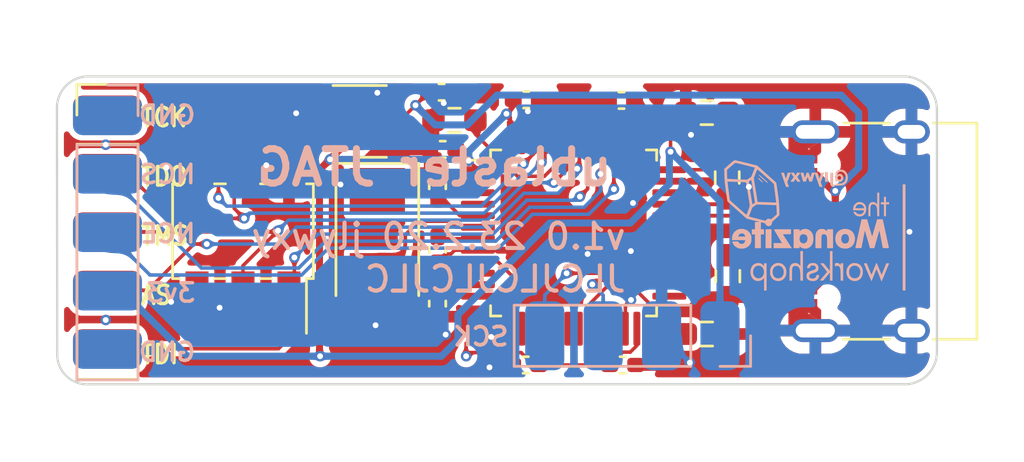
<source format=kicad_pcb>
(kicad_pcb (version 20211014) (generator pcbnew)
  (layers (0 "F.Cu" signal) (31 "B.Cu" signal) (34 "B.Paste" user) (35 "F.Paste" user) (36 "B.SilkS" user "B.Silkscreen") (37 "F.SilkS" user "F.Silkscreen") (38 "B.Mask" user) (39 "F.Mask" user) (44 "Edge.Cuts" user))
  (net 0 "")
  (net 1 "GND")
  (net 2 "/JTAG_TCK")
  (net 3 "/JTAG_TDI")
  (net 4 "/JTAG_TMS")
  (net 5 "/JTAG_TDO")
  (net 31 "/UB_VBUS")
  (net 32 "/UB_3v3")
  (net 33 "/UB_XTAL_OUT")
  (net 34 "/UB_XTAL_IN")
  (net 35 "Net-(C49-Pad1)")
  (net 36 "/UB_ASDO")
  (net 37 "/UB_ASNCS")
  (net 38 "/UB_ASNCE")
  (net 39 "Net-(J4-PadA5)")
  (net 40 "/UB_USB_DP")
  (net 41 "/UB_USB_DN")
  (net 42 "Net-(J4-PadB5)")
  (net 43 "Net-(R22-Pad1)")
  (net 44 "Net-(R23-Pad1)")
  (net 45 "/SWDIO")
  (net 46 "/SWCLK")
  (footprint "Capacitor_SMD:C_0402_1005Metric_Pad0.74x0.62mm_HandSolder" (layer "F.Cu") (at 25.4762 6.3246)
    (fp_text reference "C11" hide)
    (fp_text value "100nF")
  )
  (footprint "Capacitor_SMD:C_0402_1005Metric_Pad0.74x0.62mm_HandSolder" (layer "F.Cu") (at 33.2994 15.6972 180)
    (fp_text reference "C51" hide)
    (fp_text value "100nF")
  )
  (footprint "Resistor_SMD:R_0603_1608Metric_Pad0.98x0.95mm_HandSolder" (layer "F.Cu") (at 36.957 14.351)
    (fp_text reference "R22" hide)
    (fp_text value "10k")
  )
  (footprint "Capacitor_SMD:C_0402_1005Metric_Pad0.74x0.62mm_HandSolder" (layer "F.Cu") (at 25.2476 10.6934 -90)
    (fp_text reference "C49" hide)
    (fp_text value "100nF")
  )
  (footprint "Connector_USB:USB_C_Receptacle_HRO_TYPE-C-31-M-12" (layer "F.Cu") (at 44.8056 9.8806 90)
    (fp_text reference "J4" hide)
    (fp_text value "USB_C_Receptacle_USB2.0")
  )
  (footprint "Crystal:Crystal_SMD_5032-2Pin_5.0x3.2mm" (layer "F.Cu") (at 22.6314 9.9822 -90)
    (fp_text reference "Y2" hide)
    (fp_text value "8MHz")
  )
  (footprint "Capacitor_SMD:C_0402_1005Metric_Pad0.74x0.62mm_HandSolder" (layer "F.Cu") (at 25.2476 13.0302 90)
    (fp_text reference "C17" hide)
    (fp_text value "22pF")
  )
  (footprint "Package_QFP:LQFP-48_7x7mm_P0.5mm" (layer "F.Cu") (at 31.1658 9.9568)
    (fp_text reference "U1" hide)
    (fp_text value "STM32F103C8Tx")
  )
  (footprint "Resistor_SMD:R_0603_1608Metric_Pad0.98x0.95mm_HandSolder" (layer "F.Cu") (at 37.8714 11.8364 90)
    (fp_text reference "R19" hide)
    (fp_text value "5.1k")
  )
  (footprint "Capacitor_SMD:C_0402_1005Metric_Pad0.74x0.62mm_HandSolder" (layer "F.Cu") (at 33.2486 4.191)
    (fp_text reference "C48" hide)
    (fp_text value "100nF")
  )
  (footprint "Resistor_SMD:R_0603_1608Metric_Pad0.98x0.95mm_HandSolder" (layer "F.Cu") (at 25.9842 5.0546 180)
    (fp_text reference "R23" hide)
    (fp_text value "10k")
  )
  (footprint "Connector_PinHeader_2.54mm:PinHeader_1x05_P2.54mm_Vertical" (layer "F.Cu") (at 10.8966 4.831)
    (fp_text reference "J3" hide)
    (fp_text value "Conn_01x05")
  )
  (footprint "Capacitor_SMD:C_0402_1005Metric_Pad0.74x0.62mm_HandSolder" (layer "F.Cu") (at 29.083 15.6972)
    (fp_text reference "C50" hide)
    (fp_text value "100nF")
  )
  (footprint "Capacitor_SMD:C_0402_1005Metric_Pad0.74x0.62mm_HandSolder" (layer "F.Cu") (at 25.2476 7.9248 -90)
    (fp_text reference "C16" hide)
    (fp_text value "22pF")
  )
  (footprint "Resistor_SMD:R_0603_1608Metric_Pad0.98x0.95mm_HandSolder" (layer "F.Cu") (at 37.846 7.5438 -90)
    (fp_text reference "R24" hide)
    (fp_text value "1.5k")
  )
  (footprint "Capacitor_SMD:C_0402_1005Metric_Pad0.74x0.62mm_HandSolder" (layer "F.Cu") (at 25.4254 3.8354 180)
    (fp_text reference "C5" hide)
    (fp_text value "100nF")
  )
  (footprint "Capacitor_SMD:C_0402_1005Metric_Pad0.74x0.62mm_HandSolder" (layer "F.Cu") (at 29.1084 4.1656 180)
    (fp_text reference "C52" hide)
    (fp_text value "100nF")
  )
  (footprint "Connector_PinSocket_2.00mm:PinSocket_2x03_P2.00mm_Vertical_SMD" (layer "F.Cu") (at 16.7894 9.8806 -90)
    (fp_text reference "J8" hide)
    (fp_text value "Conn_01x06_Male")
  )
  (footprint "Package_TO_SOT_SMD:SOT-23" (layer "F.Cu") (at 22.3774 5.1054)
    (fp_text reference "U6" hide)
    (fp_text value "XC6206PxxxMR")
  )
  (footprint "Resistor_SMD:R_0603_1608Metric_Pad0.98x0.95mm_HandSolder" (layer "F.Cu") (at 36.957 4.7244)
    (fp_text reference "R20" hide)
    (fp_text value "5.1k")
  )
  (footprint "jlywxy:monazite_kicad" (layer "B.Cu") (at 41.623663 9.671598 180)
    (fp_text reference "G***" hide)
    (fp_text value "LOGO" hide)
  )
  (footprint "Connector_PinHeader_2.54mm:PinHeader_1x05_P2.54mm_Vertical" (layer "B.Cu") (at 10.8966 4.8564 180)
    (fp_text reference "J6" hide)
    (fp_text value "Conn_01x05")
  )
  (footprint "Connector_PinHeader_2.54mm:PinHeader_1x04_P2.54mm_Vertical" (layer "B.Cu") (at 37.5312 14.4272 90)
    (fp_text reference "J7" hide)
    (fp_text value "Conn_01x04")
  )
  (gr_arc (start 8.699672 4.4958) (mid 9.131691 3.518594) (end 10.1346 3.150162) (layer "Edge.Cuts") (width 0.1))
  (gr_line (start 10.1346 3.150162) (end 45.616582 3.150162) (layer "Edge.Cuts") (width 0.1))
  (gr_arc (start 10.1092 16.5354) (mid 9.103905 16.171655) (end 8.712213 15.176916) (layer "Edge.Cuts") (width 0.1))
  (gr_line (start 46.9646 4.609274) (end 46.9646 15.150836) (layer "Edge.Cuts") (width 0.1))
  (gr_arc (start 46.9646 15.150836) (mid 46.575393 16.101822) (end 45.6438 16.5354) (layer "Edge.Cuts") (width 0.1))
  (gr_arc (start 45.616582 3.150162) (mid 46.579092 3.613183) (end 46.9646 4.609274) (layer "Edge.Cuts") (width 0.1))
  (gr_line (start 8.699672 4.4958) (end 8.712213 15.176916) (layer "Edge.Cuts") (width 0.1))
  (gr_line (start 10.1092 16.5354) (end 45.6438 16.5354) (layer "Edge.Cuts") (width 0.1))
  (gr_text "SCK" (at 28.420706 14.459954) (layer "B.SilkS") (effects (font (size 0.8 0.8) (thickness 0.16)) (justify left mirror)))
  (gr_text "ublaster JTAG" (at 32.9946 7.112) (layer "B.SilkS") (effects (font (size 1.5 1.5) (thickness 0.3048)) (justify left mirror)))
  (gr_text "v1.0 23.2.20 jlywxy" (at 33.528 10.1092) (layer "B.SilkS") (effects (font (size 1.1 1.1) (thickness 0.18)) (justify left mirror)))
  (gr_text "GND\n\nNCS\n\nNCE\n\n3v3\n\nGND" (at 14.8082 9.9822) (layer "B.SilkS") (effects (font (size 0.8 0.8)) (justify left mirror)))
  (gr_text "JLCJLCJLCJLC" (at 33.528 11.9634) (layer "B.SilkS") (effects (font (size 1.1 1.1) (thickness 0.18)) (justify left mirror)))
  (gr_text "TCK\n\nTDO\n\nTMS\n\nAS\n\nTDI" (at 12.2682 10.0838) (layer "F.SilkS") (effects (font (size 0.8 0.7112)) (justify left)))
  (segment (start 39.854 13.2856) (end 39.3173 12.7489) (width 0.1524) (layer "F.Cu") (net 1))
  (segment (start 22.0218 6.7564) (end 21.2344 6.7564) (width 0.1524) (layer "F.Cu") (net 1))
  (segment (start 20.9804 7.8486) (end 21.0307 7.8486) (width 0.1524) (layer "F.Cu") (net 1))
  (segment (start 18.7894 5.0612) (end 19.1008 4.7498) (width 0.1524) (layer "F.Cu") (net 1))
  (segment (start 25.2476 11.2609) (end 25.6373 10.8712) (width 0.1524) (layer "F.Cu") (net 1))
  (segment (start 22.3368 4.1554) (end 22.6314 3.8608) (width 0.1524) (layer "F.Cu") (net 1))
  (segment (start 22.6822 5.8674) (end 22.6822 6.096) (width 0.1524) (layer "F.Cu") (net 1))
  (segment (start 27.6098 15.6972) (end 27.5082 15.7988) (width 0.1524) (layer "F.Cu") (net 1))
  (segment (start 29.376221 10.8712) (end 31.7754 10.8712) (width 0.1524) (layer "F.Cu") (net 1))
  (segment (start 33.7058 8.128) (end 33.7058 8.6106) (width 0.1524) (layer "F.Cu") (net 1))
  (segment (start 33.662264 12.870536) (end 33.4158 13.117) (width 0.1524) (layer "F.Cu") (net 1))
  (segment (start 18.7894 6.7556) (end 18.7894 5.0612) (width 0.1524) (layer "F.Cu") (net 1))
  (segment (start 33.8669 15.6972) (end 36.1188 15.6972) (width 0.1524) (layer "F.Cu") (net 1))
  (segment (start 25.6373 10.8712) (end 25.8318 10.8712) (width 0.1524) (layer "F.Cu") (net 1))
  (segment (start 36.0445 4.7244) (end 36.0445 5.4629) (width 0.1524) (layer "F.Cu") (net 1))
  (segment (start 33.7058 8.6106) (end 33.749336 8.654136) (width 0.1524) (layer "F.Cu") (net 1))
  (segment (start 28.9158 4.9257) (end 29.17625 4.66525) (width 0.1524) (layer "F.Cu") (net 1))
  (segment (start 33.4158 13.117) (end 33.4158 14.1193) (width 0.1524) (layer "F.Cu") (net 1))
  (segment (start 34.127 7.7068) (end 33.7058 8.128) (width 0.1524) (layer "F.Cu") (net 1))
  (segment (start 40.7606 6.4756) (end 41.6756 5.5606) (width 0.6096) (layer "F.Cu") (net 1))
  (segment (start 25.9962 10.7068) (end 27.0033 10.7068) (width 0.1524) (layer "F.Cu") (net 1))
  (segment (start 25.0717 5.0546) (end 25.0717 4.7566) (width 0.1524) (layer "F.Cu") (net 1))
  (segment (start 25.2476 13.5977) (end 25.2476 14.0208) (width 0.1524) (layer "F.Cu") (net 1))
  (segment (start 29.211821 10.7068) (end 29.376221 10.8712) (width 0.1524) (layer "F.Cu") (net 1))
  (segment (start 40.7606 13.2856) (end 41.6756 14.2006) (width 0.6096) (layer "F.Cu") (net 1))
  (segment (start 19.1008 4.7498) (end 20.8455 4.7498) (width 0.1524) (layer "F.Cu") (net 1))
  (segment (start 27.0033 10.7068) (end 29.211821 10.7068) (width 0.1524) (layer "F.Cu") (net 1))
  (segment (start 25.2476 14.0208) (end 25.6032 14.3764) (width 0.1524) (layer "F.Cu") (net 1))
  (segment (start 36.1188 15.6972) (end 36.2204 15.5956) (width 0.1524) (layer "F.Cu") (net 1))
  (segment (start 39.3173 12.7489) (end 37.8714 12.7489) (width 0.1524) (layer "F.Cu") (net 1))
  (segment (start 24.9087 5.2176) (end 25.0717 5.0546) (width 0.1524) (layer "F.Cu") (net 1))
  (segment (start 25.8318 10.8712) (end 25.9962 10.7068) (width 0.1524) (layer "F.Cu") (net 1))
  (segment (start 21.4399 4.1554) (end 22.3368 4.1554) (width 0.1524) (layer "F.Cu") (net 1))
  (segment (start 40.7606 13.1306) (end 40.7606 13.2856) (width 0.1524) (layer "F.Cu") (net 1))
  (segment (start 24.9087 6.3246) (end 24.9087 5.2176) (width 0.1524) (layer "F.Cu") (net 1))
  (segment (start 28.9158 5.7943) (end 28.9158 4.9257) (width 0.1524) (layer "F.Cu") (net 1))
  (segment (start 21.4399 4.1554) (end 21.4399 4.6251) (width 0.1524) (layer "F.Cu") (net 1))
  (segment (start 28.5155 15.6972) (end 27.6098 15.6972) (width 0.1524) (layer "F.Cu") (net 1))
  (segment (start 36.0445 5.4629) (end 36.2712 5.6896) (width 0.1524) (layer "F.Cu") (net 1))
  (segment (start 40.7606 13.2856) (end 39.854 13.2856) (width 0.1524) (layer "F.Cu") (net 1))
  (segment (start 20.9804 7.0104) (end 20.9804 7.8486) (width 0.1524) (layer "F.Cu") (net 1))
  (segment (start 21.2344 6.7564) (end 20.9804 7.0104) (width 0.1524) (layer "F.Cu") (net 1))
  (segment (start 20.8455 4.7498) (end 21.4399 4.1554) (width 0.1524) (layer "F.Cu") (net 1))
  (segment (start 40.7606 6.6306) (end 40.7606 6.4756) (width 0.1524) (layer "F.Cu") (net 1))
  (segment (start 35.3283 7.7068) (end 34.127 7.7068) (width 0.1524) (layer "F.Cu") (net 1))
  (segment (start 25.0717 4.7566) (end 25.9929 3.8354) (width 0.1524) (layer "F.Cu") (net 1))
  (segment (start 21.4399 4.6251) (end 22.6822 5.8674) (width 0.1524) (layer "F.Cu") (net 1))
  (segment (start 37.8695 14.351) (end 37.8695 12.7508) (width 0.1524) (layer "F.Cu") (net 1))
  (segment (start 22.6822 6.096) (end 22.0218 6.7564) (width 0.1524) (layer "F.Cu") (net 1))
  (segment (start 29.6759 4.1656) (end 29.17625 4.66525) (width 0.1524) (layer "F.Cu") (net 1))
  (segment (start 37.8695 12.7508) (end 37.8714 12.7489) (width 0.1524) (layer "F.Cu") (net 1))
  (via (at 29.17625 4.66525) (size 0.4572) (drill 0.254) (layers "F.Cu" "B.Cu") (net 1))
  (via (at 21.0307 7.8486) (size 0.4572) (drill 0.254) (layers "F.Cu" "B.Cu") (net 1))
  (via (at 13.462 7.112) (size 0.4572) (drill 0.254) (layers "F.Cu" "B.Cu") (net 1))
  (via (at 33.655 10.7442) (size 0.4572) (drill 0.254) (layers "F.Cu" "B.Cu") (net 1))
  (via (at 19.1008 4.7498) (size 0.4572) (drill 0.254) (layers "F.Cu" "B.Cu") (net 1))
  (via (at 22.5552 13.97) (size 0.4572) (drill 0.254) (layers "F.Cu" "B.Cu") (net 1))
  (via (at 10.8204 6.1214) (size 0.4572) (drill 0.254) (layers "F.Cu" "B.Cu") (net 1))
  (via (at 33.662264 12.870536) (size 0.4572) (drill 0.254) (layers "F.Cu" "B.Cu") (net 1))
  (via (at 17.8054 7.0104) (size 0.4572) (drill 0.254) (layers "F.Cu" "B.Cu") (net 1))
  (via (at 36.2204 15.5956) (size 0.4572) (drill 0.254) (layers "F.Cu" "B.Cu") (net 1))
  (via (at 36.2712 5.6896) (size 0.4572) (drill 0.254) (layers "F.Cu" "B.Cu") (net 1))
  (via (at 15.7734 13.208) (size 0.4572) (drill 0.254) (layers "F.Cu" "B.Cu") (net 1))
  (via (at 22.6314 3.8608) (size 0.4572) (drill 0.254) (layers "F.Cu" "B.Cu") (net 1))
  (via (at 31.7754 10.8712) (size 0.4572) (drill 0.254) (layers "F.Cu" "B.Cu") (net 1))
  (via (at 45.7708 9.906) (size 0.4572) (drill 0.254) (layers "F.Cu" "B.Cu") (net 1))
  (via (at 33.749336 8.654136) (size 0.4572) (drill 0.254) (layers "F.Cu" "B.Cu") (net 1))
  (via (at 10.8204 13.7414) (size 0.4572) (drill 0.254) (layers "F.Cu" "B.Cu") (net 1))
  (via (at 25.6032 14.3764) (size 0.4572) (drill 0.254) (layers "F.Cu" "B.Cu") (net 1))
  (via (at 25.51865 4.30965) (size 0.4572) (drill 0.254) (layers "F.Cu" "B.Cu") (net 1))
  (via (at 27.5844 14.478) (size 0.4572) (drill 0.254) (layers "F.Cu" "B.Cu") (net 1))
  (via (at 38.7858 7.9502) (size 0.4572) (drill 0.254) (layers "F.Cu" "B.Cu") (net 1))
  (via (at 13.6652 12.954) (size 0.4572) (drill 0.254) (layers "F.Cu" "B.Cu") (net 1))
  (via (at 27.5082 15.7988) (size 0.4572) (drill 0.254) (layers "F.Cu" "B.Cu") (net 1))
  (segment (start 36.2204 15.5956) (end 35.052 14.4272) (width 0.1524) (layer "B.Cu") (net 1))
  (segment (start 35.052 14.4272) (end 34.9912 14.4272) (width 0.1524) (layer "B.Cu") (net 1))
  (segment (start 29.4158 6.5252) (end 28.9814 6.9596) (width 0.1524) (layer "F.Cu") (net 2))
  (segment (start 29.4158 5.7943) (end 29.4158 6.5252) (width 0.1524) (layer "F.Cu") (net 2))
  (segment (start 15.7226 7.6888) (end 14.7894 6.7556) (width 0.1524) (layer "F.Cu") (net 2))
  (segment (start 12.8574 4.831) (end 10.8966 4.831) (width 0.1524) (layer "F.Cu") (net 2))
  (segment (start 14.7894 6.7556) (end 14.782 6.7556) (width 0.1524) (layer "F.Cu") (net 2))
  (segment (start 14.782 6.7556) (end 12.8574 4.831) (width 0.1524) (layer "F.Cu") (net 2))
  (segment (start 15.7226 8.4328) (end 15.7226 7.6888) (width 0.1524) (layer "F.Cu") (net 2))
  (via (at 28.9814 6.9596) (size 0.4572) (drill 0.254) (layers "F.Cu" "B.Cu") (net 2))
  (via (at 15.7226 8.4328) (size 0.4572) (drill 0.254) (layers "F.Cu" "B.Cu") (net 2))
  (segment (start 16.0782 8.7884) (end 27.1526 8.7884) (width 0.1524) (layer "B.Cu") (net 2))
  (segment (start 27.1526 8.7884) (end 28.9814 6.9596) (width 0.1524) (layer "B.Cu") (net 2))
  (segment (start 15.7226 8.4328) (end 16.0782 8.7884) (width 0.1524) (layer "B.Cu") (net 2))
  (segment (start 18.7894 14.5354) (end 18.7894 13.0056) (width 0.1524) (layer "F.Cu") (net 3))
  (segment (start 31.439764 8.376564) (end 31.778881 8.037447) (width 0.1524) (layer "F.Cu") (net 3))
  (segment (start 31.778881 8.037447) (end 31.778881 6.973456) (width 0.1524) (layer "F.Cu") (net 3))
  (segment (start 10.8966 14.991) (end 18.3338 14.991) (width 0.1524) (layer "F.Cu") (net 3))
  (segment (start 18.3338 14.991) (end 18.7894 14.5354) (width 0.1524) (layer "F.Cu") (net 3))
  (segment (start 19.0246 12.7704) (end 18.7894 13.0056) (width 0.1524) (layer "F.Cu") (net 3))
  (segment (start 19.0246 11.0236) (end 19.0246 12.7704) (width 0.1524) (layer "F.Cu") (net 3))
  (segment (start 31.9158 6.836537) (end 31.9158 5.7943) (width 0.1524) (layer "F.Cu") (net 3))
  (segment (start 31.778881 6.973456) (end 31.9158 6.836537) (width 0.1524) (layer "F.Cu") (net 3))
  (via (at 31.439764 8.376564) (size 0.4572) (drill 0.254) (layers "F.Cu" "B.Cu") (net 3))
  (via (at 19.0246 11.0236) (size 0.4572) (drill 0.254) (layers "F.Cu" "B.Cu") (net 3))
  (segment (start 29.130808 8.5344) (end 27.657608 10.0076) (width 0.1524) (layer "B.Cu") (net 3))
  (segment (start 31.439764 8.376564) (end 31.281928 8.5344) (width 0.1524) (layer "B.Cu") (net 3))
  (segment (start 27.657608 10.0076) (end 20.0406 10.0076) (width 0.1524) (layer "B.Cu") (net 3))
  (segment (start 31.281928 8.5344) (end 29.130808 8.5344) (width 0.1524) (layer "B.Cu") (net 3))
  (segment (start 20.0406 10.0076) (end 19.0246 11.0236) (width 0.1524) (layer "B.Cu") (net 3))
  (segment (start 30.864481 6.973456) (end 30.9158 6.922137) (width 0.1524) (layer "F.Cu") (net 4))
  (segment (start 18.3134 9.8552) (end 16.7894 11.3792) (width 0.1524) (layer "F.Cu") (net 4))
  (segment (start 16.7894 11.3792) (end 16.7894 13.0056) (width 0.1524) (layer "F.Cu") (net 4))
  (segment (start 18.2576 9.911) (end 10.8966 9.911) (width 0.1524) (layer "F.Cu") (net 4))
  (segment (start 30.3022 7.7724) (end 30.864481 7.210119) (width 0.1524) (layer "F.Cu") (net 4))
  (segment (start 30.9158 6.922137) (end 30.9158 5.7943) (width 0.1524) (layer "F.Cu") (net 4))
  (segment (start 18.3134 9.8552) (end 18.2576 9.911) (width 0.1524) (layer "F.Cu") (net 4))
  (segment (start 30.864481 7.210119) (end 30.864481 6.973456) (width 0.1524) (layer "F.Cu") (net 4))
  (via (at 30.3022 7.7724) (size 0.4572) (drill 0.254) (layers "F.Cu" "B.Cu") (net 4))
  (via (at 18.3134 9.8552) (size 0.4572) (drill 0.254) (layers "F.Cu" "B.Cu") (net 4))
  (segment (start 29.030704 7.7724) (end 27.405104 9.398) (width 0.1524) (layer "B.Cu") (net 4))
  (segment (start 18.7706 9.398) (end 18.3134 9.8552) (width 0.1524) (layer "B.Cu") (net 4))
  (segment (start 30.3022 7.7724) (end 29.030704 7.7724) (width 0.1524) (layer "B.Cu") (net 4))
  (segment (start 27.405104 9.398) (end 18.7706 9.398) (width 0.1524) (layer "B.Cu") (net 4))
  (segment (start 16.4084 8.89) (end 16.4084 7.1366) (width 0.1524) (layer "F.Cu") (net 5))
  (segment (start 11.7652 7.371) (end 13.716 9.3218) (width 0.1524) (layer "F.Cu") (net 5))
  (segment (start 29.9158 6.7364) (end 29.7688 6.8834) (width 0.1524) (layer "F.Cu") (net 5))
  (segment (start 10.8966 7.371) (end 11.7652 7.371) (width 0.1524) (layer "F.Cu") (net 5))
  (segment (start 29.9158 5.7943) (end 29.9158 6.7364) (width 0.1524) (layer "F.Cu") (net 5))
  (segment (start 16.4084 7.1366) (end 16.7894 6.7556) (width 0.1524) (layer "F.Cu") (net 5))
  (segment (start 13.716 9.3218) (end 16.8402 9.3218) (width 0.1524) (layer "F.Cu") (net 5))
  (segment (start 16.8402 9.3218) (end 16.4084 8.89) (width 0.1524) (layer "F.Cu") (net 5))
  (via (at 16.8402 9.3218) (size 0.4572) (drill 0.254) (layers "F.Cu" "B.Cu") (net 5))
  (via (at 29.7688 6.8834) (size 0.4572) (drill 0.254) (layers "F.Cu" "B.Cu") (net 5))
  (segment (start 17.0688 9.0932) (end 16.8402 9.3218) (width 0.1524) (layer "B.Cu") (net 5))
  (segment (start 29.2354 7.4168) (end 28.955252 7.4168) (width 0.1524) (layer "B.Cu") (net 5))
  (segment (start 29.7688 6.8834) (end 29.2354 7.4168) (width 0.1524) (layer "B.Cu") (net 5))
  (segment (start 28.955252 7.4168) (end 27.278852 9.0932) (width 0.1524) (layer "B.Cu") (net 5))
  (segment (start 27.278852 9.0932) (end 17.0688 9.0932) (width 0.1524) (layer "B.Cu") (net 5))
  (segment (start 41.746 7.4306) (end 40.7606 7.4306) (width 0.3048) (layer "F.Cu") (net 31))
  (segment (start 42.4434 8.128) (end 41.746 7.4306) (width 0.3048) (layer "F.Cu") (net 31))
  (segment (start 41.6698 12.3306) (end 42.545 11.4554) (width 0.3048) (layer "F.Cu") (net 31))
  (segment (start 40.7606 12.3306) (end 41.6698 12.3306) (width 0.3048) (layer "F.Cu") (net 31))
  (segment (start 42.545 11.4554) (end 42.545 8.128) (width 0.3048) (layer "F.Cu") (net 31))
  (segment (start 23.3149 5.1054) (end 23.5879 5.1054) (width 0.1524) (layer "F.Cu") (net 31))
  (segment (start 23.5879 5.1054) (end 24.8579 3.8354) (width 0.1524) (layer "F.Cu") (net 31))
  (segment (start 42.545 8.128) (end 42.4434 8.128) (width 0.3048) (layer "F.Cu") (net 31))
  (via (at 24.29075 4.40255) (size 0.4572) (drill 0.254) (layers "F.Cu" "B.Cu") (net 31))
  (via (at 42.545 8.128) (size 0.4572) (drill 0.254) (layers "F.Cu" "B.Cu") (net 31))
  (segment (start 42.799 3.9624) (end 27.8384 3.9624) (width 0.3048) (layer "B.Cu") (net 31))
  (segment (start 25.146 5.2578) (end 24.29075 4.40255) (width 0.3048) (layer "B.Cu") (net 31))
  (segment (start 42.545 8.128) (end 43.561 7.112) (width 0.3048) (layer "B.Cu") (net 31))
  (segment (start 27.8384 3.9624) (end 26.543 5.2578) (width 0.3048) (layer "B.Cu") (net 31))
  (segment (start 43.561 7.112) (end 43.561 4.7244) (width 0.3048) (layer "B.Cu") (net 31))
  (segment (start 26.543 5.2578) (end 25.146 5.2578) (width 0.3048) (layer "B.Cu") (net 31))
  (segment (start 43.561 4.7244) (end 42.799 3.9624) (width 0.3048) (layer "B.Cu") (net 31))
  (segment (start 28.5409 4.4791) (end 28.2448 4.7752) (width 0.1524) (layer "F.Cu") (net 32))
  (segment (start 27.0033 11.2068) (end 27.8692 11.2068) (width 0.1524) (layer "F.Cu") (net 32))
  (segment (start 33.2994 15.1384) (end 33.6296 15.1384) (width 0.1524) (layer "F.Cu") (net 32))
  (segment (start 28.886892 15.1586) (end 26.6498 15.1586) (width 0.1524) (layer "F.Cu") (net 32))
  (segment (start 26.6498 15.1586) (end 26.4922 15.3162) (width 0.1524) (layer "F.Cu") (net 32))
  (segment (start 29.6505 15.6972) (end 32.7319 15.6972) (width 0.1524) (layer "F.Cu") (net 32))
  (segment (start 35.3283 7.2068) (end 37.2705 7.2068) (width 0.1524) (layer "F.Cu") (net 32))
  (segment (start 26.0437 6.3246) (end 26.1211 6.3246) (width 0.1524) (layer "F.Cu") (net 32))
  (segment (start 20.1168 15.2908) (end 20.1422 15.3162) (width 0.1524) (layer "F.Cu") (net 32))
  (segment (start 26.4922 14.7574) (end 26.4922 15.3162) (width 0.1524) (layer "F.Cu") (net 32))
  (segment (start 32.7406 15.6972) (end 33.2994 15.1384) (width 0.1524) (layer "F.Cu") (net 32))
  (segment (start 33.8161 4.191) (end 33.9852 4.191) (width 0.1524) (layer "F.Cu") (net 32))
  (segment (start 33.6296 15.1384) (end 33.9158 14.8522) (width 0.1524) (layer "F.Cu") (net 32))
  (segment (start 27.8692 11.2068) (end 28.7274 12.065) (width 0.1524) (layer "F.Cu") (net 32))
  (segment (start 21.4399 6.0554) (end 21.275 6.0554) (width 0.1524) (layer "F.Cu") (net 32))
  (segment (start 32.7319 15.6972) (end 32.7406 15.6972) (width 0.1524) (layer "F.Cu") (net 32))
  (segment (start 26.1211 6.3246) (end 27.0033 7.2068) (width 0.1524) (layer "F.Cu") (net 32))
  (segment (start 33.9158 14.8522) (end 33.9158 14.1193) (width 0.1524) (layer "F.Cu") (net 32))
  (segment (start 21.275 6.0554) (end 20.574 6.7564) (width 0.3048) (layer "F.Cu") (net 32))
  (segment (start 29.425492 15.6972) (end 28.886892 15.1586) (width 0.1524) (layer "F.Cu") (net 32))
  (segment (start 35.3822 7.1529) (end 35.3283 7.2068) (width 0.1524) (layer "F.Cu") (net 32))
  (segment (start 28.7274 12.065) (end 28.7274 12.5222) (width 0.1524) (layer "F.Cu") (net 32))
  (segment (start 35.3822 5.588) (end 35.3822 7.1529) (width 0.1524) (layer "F.Cu") (net 32))
  (segment (start 28.2448 4.7752) (end 28.4158 4.9462) (width 0.1524) (layer "F.Cu") (net 32))
  (segment (start 28.4158 4.9462) (end 28.4158 5.7943) (width 0.1524) (layer "F.Cu") (net 32))
  (segment (start 28.7274 12.5222) (end 26.4922 14.7574) (width 0.1524) (layer "F.Cu") (net 32))
  (segment (start 20.1168 7.2136) (end 20.1168 15.2908) (width 0.3048) (layer "F.Cu") (net 32))
  (segment (start 20.574 6.7564) (end 20.1168 7.2136) (width 0.3048) (layer "F.Cu") (net 32))
  (segment (start 28.5409 4.1656) (end 28.5409 4.4791) (width 0.1524) (layer "F.Cu") (net 32))
  (segment (start 37.2705 7.2068) (end 37.846 6.6313) (width 0.1524) (layer "F.Cu") (net 32))
  (segment (start 33.9852 4.191) (end 35.3822 5.588) (width 0.1524) (layer "F.Cu") (net 32))
  (via (at 20.1422 15.3162) (size 0.4572) (drill 0.254) (layers "F.Cu" "B.Cu") (net 32))
  (via (at 26.4922 15.3162) (size 0.4572) (drill 0.254) (layers "F.Cu" "B.Cu") (net 32))
  (via (at 26.61145 6.81495) (size 0.4572) (drill 0.254) (layers "F.Cu" "B.Cu") (net 32))
  (via (at 28.2448 4.7752) (size 0.4572) (drill 0.254) (layers "F.Cu" "B.Cu") (net 32))
  (via (at 35.3822 6.4262) (size 0.4572) (drill 0.254) (layers "F.Cu" "B.Cu") (net 32))
  (via (at 20.574 6.7564) (size 0.4572) (drill 0.254) (layers "F.Cu" "B.Cu") (net 32))
  (segment (start 25.417742 15.3162) (end 26.1366 14.597342) (width 0.3048) (layer "B.Cu") (net 32))
  (segment (start 10.8966 12.4764) (end 11.5366 12.4764) (width 0.1524) (layer "B.Cu") (net 32))
  (segment (start 26.1366 14.597342) (end 26.1366 13.5128) (width 0.3048) (layer "B.Cu") (net 32))
  (segment (start 14.3764 15.3162) (end 20.1422 15.3162) (width 0.3048) (layer "B.Cu") (net 32))
  (segment (start 30.1244 9.525) (end 33.632814 9.525) (width 0.3048) (layer "B.Cu") (net 32))
  (segment (start 11.5366 12.4764) (end 14.3764 15.3162) (width 0.3048) (layer "B.Cu") (net 32))
  (segment (start 20.574 6.7564) (end 26.5529 6.7564) (width 0.3048) (layer "B.Cu") (net 32))
  (segment (start 26.5529 6.7564) (end 26.61145 6.81495) (width 0.1524) (layer "B.Cu") (net 32))
  (segment (start 26.61145 6.81495) (end 26.61145 6.40855) (width 0.3048) (layer "B.Cu") (net 32))
  (segment (start 37.5312 8.5752) (end 37.5312 14.4272) (width 0.3048) (layer "B.Cu") (net 32))
  (segment (start 33.632814 9.525) (end 35.3314 7.826414) (width 0.3048) (layer "B.Cu") (net 32))
  (segment (start 35.3822 6.4262) (end 37.5312 8.5752) (width 0.3048) (layer "B.Cu") (net 32))
  (segment (start 26.1366 13.5128) (end 30.1244 9.525) (width 0.3048) (layer "B.Cu") (net 32))
  (segment (start 26.61145 6.40855) (end 28.2448 4.7752) (width 0.3048) (layer "B.Cu") (net 32))
  (segment (start 35.3314 6.4262) (end 35.3822 6.4262) (width 0.1524) (layer "B.Cu") (net 32))
  (segment (start 35.3314 7.826414) (end 35.3314 6.4262) (width 0.3048) (layer "B.Cu") (net 32))
  (segment (start 20.1422 15.3162) (end 25.417742 15.3162) (width 0.3048) (layer "B.Cu") (net 32))
  (segment (start 25.5103 8.4923) (end 26.2248 9.2068) (width 0.1524) (layer "F.Cu") (net 33))
  (segment (start 25.2476 8.4923) (end 25.5103 8.4923) (width 0.1524) (layer "F.Cu") (net 33))
  (segment (start 22.6314 8.1322) (end 24.8875 8.1322) (width 0.1524) (layer "F.Cu") (net 33))
  (segment (start 24.8875 8.1322) (end 25.2476 8.4923) (width 0.1524) (layer "F.Cu") (net 33))
  (segment (start 26.2248 9.2068) (end 27.0033 9.2068) (width 0.1524) (layer "F.Cu") (net 33))
  (segment (start 22.6314 11.8322) (end 24.1258 11.8322) (width 0.1524) (layer "F.Cu") (net 34))
  (segment (start 22.6314 11.8322) (end 23.8506 10.613) (width 0.1524) (layer "F.Cu") (net 34))
  (segment (start 23.8506 10.613) (end 23.8506 10.033) (width 0.1524) (layer "F.Cu") (net 34))
  (segment (start 24.1258 11.8322) (end 24.7563 12.4627) (width 0.1524) (layer "F.Cu") (net 34))
  (segment (start 25.8064 9.4488) (end 26.0644 9.7068) (width 0.1524) (layer "F.Cu") (net 34))
  (segment (start 24.7563 12.4627) (end 25.2476 12.4627) (width 0.1524) (layer "F.Cu") (net 34))
  (segment (start 23.8506 10.033) (end 24.4348 9.4488) (width 0.1524) (layer "F.Cu") (net 34))
  (segment (start 26.0644 9.7068) (end 27.0033 9.7068) (width 0.1524) (layer "F.Cu") (net 34))
  (segment (start 24.4348 9.4488) (end 25.8064 9.4488) (width 0.1524) (layer "F.Cu") (net 34))
  (segment (start 25.5571 10.2068) (end 27.0033 10.2068) (width 0.1524) (layer "F.Cu") (net 35))
  (segment (start 25.2476 9.8973) (end 25.5571 10.2068) (width 0.1524) (layer "F.Cu") (net 35))
  (segment (start 31.3182 7.1628) (end 31.318235 7.162835) (width 0.1524) (layer "F.Cu") (net 36))
  (segment (start 31.4158 5.7943) (end 31.4158 7.0652) (width 0.1524) (layer "F.Cu") (net 36))
  (segment (start 12.6442 12.451) (end 14.6558 10.4394) (width 0.1524) (layer "F.Cu") (net 36))
  (segment (start 10.8966 12.451) (end 12.6442 12.451) (width 0.1524) (layer "F.Cu") (net 36))
  (segment (start 14.6558 10.4394) (end 15.2146 10.4394) (width 0.1524) (layer "F.Cu") (net 36))
  (segment (start 31.4158 7.0652) (end 31.3182 7.1628) (width 0.1524) (layer "F.Cu") (net 36))
  (segment (start 31.318235 7.162835) (end 31.321681 7.162835) (width 0.1524) (layer "F.Cu") (net 36))
  (via (at 15.2146 10.4394) (size 0.4572) (drill 0.254) (layers "F.Cu" "B.Cu") (net 36))
  (via (at 31.321681 7.162835) (size 0.4572) (drill 0.254) (layers "F.Cu" "B.Cu") (net 36))
  (segment (start 18.375779 10.4394) (end 19.112379 9.7028) (width 0.1524) (layer "B.Cu") (net 36))
  (segment (start 19.112379 9.7028) (end 27.531356 9.7028) (width 0.1524) (layer "B.Cu") (net 36))
  (segment (start 30.491579 8.2296) (end 31.321681 7.399498) (width 0.1524) (layer "B.Cu") (net 36))
  (segment (start 15.2146 10.4394) (end 18.375779 10.4394) (width 0.1524) (layer "B.Cu") (net 36))
  (segment (start 27.531356 9.7028) (end 29.004556 8.2296) (width 0.1524) (layer "B.Cu") (net 36))
  (segment (start 29.004556 8.2296) (end 30.491579 8.2296) (width 0.1524) (layer "B.Cu") (net 36))
  (segment (start 31.321681 7.399498) (end 31.321681 7.162835) (width 0.1524) (layer "B.Cu") (net 36))
  (segment (start 32.3342 7.3914) (end 32.4158 7.3098) (width 0.1524) (layer "F.Cu") (net 37))
  (segment (start 32.4158 7.3098) (end 32.4158 5.7943) (width 0.1524) (layer "F.Cu") (net 37))
  (via (at 32.3342 7.3914) (size 0.4572) (drill 0.254) (layers "F.Cu" "B.Cu") (net 37))
  (segment (start 32.3342 7.3914) (end 32.3342 8.128707) (width 0.1524) (layer "B.Cu") (net 37))
  (segment (start 19.213979 11.4808) (end 14.981 11.4808) (width 0.1524) (layer "B.Cu") (net 37))
  (segment (start 14.981 11.4808) (end 10.8966 7.3964) (width 0.1524) (layer "B.Cu") (net 37))
  (segment (start 32.3342 8.128707) (end 31.623707 8.8392) (width 0.1524) (layer "B.Cu") (net 37))
  (segment (start 31.623707 8.8392) (end 29.25706 8.8392) (width 0.1524) (layer "B.Cu") (net 37))
  (segment (start 20.382379 10.3124) (end 19.213979 11.4808) (width 0.1524) (layer "B.Cu") (net 37))
  (segment (start 27.78386 10.3124) (end 20.382379 10.3124) (width 0.1524) (layer "B.Cu") (net 37))
  (segment (start 29.25706 8.8392) (end 27.78386 10.3124) (width 0.1524) (layer "B.Cu") (net 37))
  (segment (start 32.9184 8.0518) (end 32.9158 8.0492) (width 0.1524) (layer "F.Cu") (net 38))
  (segment (start 32.9158 8.0492) (end 32.9158 5.7943) (width 0.1524) (layer "F.Cu") (net 38))
  (via (at 32.9184 8.0518) (size 0.4572) (drill 0.254) (layers "F.Cu" "B.Cu") (net 38))
  (segment (start 20.508631 10.6172) (end 19.340231 11.7856) (width 0.1524) (layer "B.Cu") (net 38))
  (segment (start 29.383312 9.144) (end 27.910112 10.6172) (width 0.1524) (layer "B.Cu") (net 38))
  (segment (start 12.7458 11.7856) (end 10.8966 9.9364) (width 0.1524) (layer "B.Cu") (net 38))
  (segment (start 19.340231 11.7856) (end 12.7458 11.7856) (width 0.1524) (layer "B.Cu") (net 38))
  (segment (start 27.910112 10.6172) (end 20.508631 10.6172) (width 0.1524) (layer "B.Cu") (net 38))
  (segment (start 31.8262 9.144) (end 29.383312 9.144) (width 0.1524) (layer "B.Cu") (net 38))
  (segment (start 32.9184 8.0518) (end 31.8262 9.144) (width 0.1524) (layer "B.Cu") (net 38))
  (segment (start 39.5278 11.1306) (end 40.7606 11.1306) (width 0.1524) (layer "F.Cu") (net 39))
  (segment (start 39.3211 10.9239) (end 39.5278 11.1306) (width 0.1524) (layer "F.Cu") (net 39))
  (segment (start 37.8714 10.9239) (end 39.3211 10.9239) (width 0.1524) (layer "F.Cu") (net 39))
  (segment (start 40.7606 9.1306) (end 41.8204 9.1306) (width 0.170434) (layer "F.Cu") (net 40))
  (segment (start 35.3283 8.7068) (end 39.313166 8.7068) (width 0.170434) (layer "F.Cu") (net 40))
  (segment (start 42.0878 9.9314) (end 41.8886 10.1306) (width 0.170434) (layer "F.Cu") (net 40))
  (segment (start 39.313166 8.7068) (end 39.736966 9.1306) (width 0.170434) (layer "F.Cu") (net 40))
  (segment (start 41.8886 10.1306) (end 40.7606 10.1306) (width 0.170434) (layer "F.Cu") (net 40))
  (segment (start 41.8204 9.1306) (end 42.0878 9.398) (width 0.170434) (layer "F.Cu") (net 40))
  (segment (start 39.736966 9.1306) (end 40.7606 9.1306) (width 0.170434) (layer "F.Cu") (net 40))
  (segment (start 42.0878 9.398) (end 42.0878 9.9314) (width 0.170434) (layer "F.Cu") (net 40))
  (segment (start 35.3283 9.2068) (end 39.2804 9.2068) (width 0.170434) (layer "F.Cu") (net 41))
  (segment (start 39.747 9.6306) (end 39.497 9.8806) (width 0.170434) (layer "F.Cu") (net 41))
  (segment (start 39.2804 9.2068) (end 39.751 9.6774) (width 0.170434) (layer "F.Cu") (net 41))
  (segment (start 39.497 10.4394) (end 39.6882 10.6306) (width 0.170434) (layer "F.Cu") (net 41))
  (segment (start 39.6882 10.6306) (end 40.7606 10.6306) (width 0.170434) (layer "F.Cu") (net 41))
  (segment (start 40.7606 9.6306) (end 39.747 9.6306) (width 0.170434) (layer "F.Cu") (net 41))
  (segment (start 39.497 9.8806) (end 39.497 10.4394) (width 0.170434) (layer "F.Cu") (net 41))
  (segment (start 38.9128 7.4168) (end 39.6266 8.1306) (width 0.1524) (layer "F.Cu") (net 42))
  (segment (start 37.8695 4.7244) (end 38.9128 5.7677) (width 0.1524) (layer "F.Cu") (net 42))
  (segment (start 38.9128 5.7677) (end 38.9128 7.4168) (width 0.1524) (layer "F.Cu") (net 42))
  (segment (start 39.6266 8.1306) (end 40.7606 8.1306) (width 0.1524) (layer "F.Cu") (net 42))
  (segment (start 33.7566 12.319) (end 32.5882 12.319) (width 0.1524) (layer "F.Cu") (net 43))
  (segment (start 31.9158 12.9914) (end 31.9158 14.1193) (width 0.1524) (layer "F.Cu") (net 43))
  (segment (start 36.0445 14.351) (end 35.7886 14.351) (width 0.1524) (layer "F.Cu") (net 43))
  (segment (start 35.7886 14.351) (end 33.7566 12.319) (width 0.1524) (layer "F.Cu") (net 43))
  (segment (start 32.5882 12.319) (end 31.9158 12.9914) (width 0.1524) (layer "F.Cu") (net 43))
  (segment (start 26.8967 5.6623) (end 28.7274 7.493) (width 0.1524) (layer "F.Cu") (net 44))
  (segment (start 30.4158 6.973) (end 30.4158 5.7943) (width 0.1524) (layer "F.Cu") (net 44))
  (segment (start 28.7274 7.493) (end 29.8958 7.493) (width 0.1524) (layer "F.Cu") (net 44))
  (segment (start 29.8958 7.493) (end 30.4158 6.973) (width 0.1524) (layer "F.Cu") (net 44))
  (segment (start 26.8967 5.0546) (end 26.8967 5.6623) (width 0.1524) (layer "F.Cu") (net 44))
  (segment (start 31.9786 12.192) (end 32.1564 12.0142) (width 0.1524) (layer "F.Cu") (net 45))
  (segment (start 34.2498 12.2068) (end 35.3283 12.2068) (width 0.1524) (layer "F.Cu") (net 45))
  (segment (start 32.1564 12.0142) (end 34.0572 12.0142) (width 0.1524) (layer "F.Cu") (net 45))
  (segment (start 34.0572 12.0142) (end 34.2498 12.2068) (width 0.1524) (layer "F.Cu") (net 45))
  (via (at 31.9786 12.192) (size 0.4572) (drill 0.254) (layers "F.Cu" "B.Cu") (net 45))
  (segment (start 31.9786 12.192) (end 32.4512 12.6646) (width 0.1524) (layer "B.Cu") (net 45))
  (segment (start 32.4512 12.6646) (end 32.4512 14.4272) (width 0.1524) (layer "B.Cu") (net 45))
  (segment (start 30.861 11.7094) (end 35.3257 11.7094) (width 0.1524) (layer "F.Cu") (net 46))
  (segment (start 35.3257 11.7094) (end 35.3283 11.7068) (width 0.1524) (layer "F.Cu") (net 46))
  (via (at 30.861 11.7094) (size 0.4572) (drill 0.254) (layers "F.Cu" "B.Cu") (net 46))
  (segment (start 29.9112 14.4272) (end 29.9112 12.6592) (width 0.1524) (layer "B.Cu") (net 46))
  (segment (start 29.9112 12.6592) (end 30.861 11.7094) (width 0.1524) (layer "B.Cu") (net 46))
  (zone (net 32) (net_name "/UB_3v3") (layer "F.Cu") (priority 16962) (connect_pads yes (clearance 0)) (min_thickness 0.0254) (fill yes (thermal_gap 0.508) (thermal_bridge_width 0.508))
    (polygon (pts (xy 20.364556 7.18137) (xy 20.399697 7.146283) (xy 20.430861 7.115597) (xy 20.458981 7.088842) (xy 20.484991 7.065551) (xy 20.509824 7.045256) (xy 20.534414 7.027489) (xy 20.559695 7.011782) (xy 20.5866 6.997666) (xy 20.616064 6.984674) (xy 20.64902 6.972339) (xy 20.654822 6.675578) (xy 20.358061 6.68138) (xy 20.345725 6.714335) (xy 20.332733 6.743799) (xy 20.318617 6.770704) (xy 20.30291 6.795985) (xy 20.285143 6.820575) (xy 20.264848 6.845408) (xy 20.241557 6.871418) (xy 20.214802 6.899538) (xy 20.184116 6.930702) (xy 20.14903 6.965844)))
  )
  (zone (net 33) (net_name "/UB_XTAL_OUT") (layer "F.Cu") (priority 16962) (connect_pads yes (clearance 0)) (min_thickness 0.0254) (fill yes (thermal_gap 0.508) (thermal_bridge_width 0.508))
    (polygon (pts (xy 24.6214 8.056) (xy 24.38323 8.042163) (xy 24.189815 8.003142) (xy 24.031268 7.94267) (xy 23.897703 7.864476) (xy 23.779233 7.772296) (xy 23.665972 7.669859) (xy 23.548034 7.560899) (xy 23.415531 7.449147) (xy 23.258578 7.338337) (xy 23.067289 7.2322) (xy 22.1314 8.1322) (xy 23.067289 9.0322) (xy 23.258578 8.926062) (xy 23.415531 8.815252) (xy 23.548034 8.7035) (xy 23.665972 8.59454) (xy 23.779233 8.492103) (xy 23.897703 8.399923) (xy 24.031268 8.321729) (xy 24.189815 8.261257) (xy 24.38323 8.222236) (xy 24.6214 8.2084)))
  )
  (zone (net 31) (net_name "/UB_VBUS") (layer "F.Cu") (priority 16962) (connect_pads yes (clearance 0)) (min_thickness 0.0254) (fill yes (thermal_gap 0.508) (thermal_bridge_width 0.508))
    (polygon (pts (xy 41.3506 7.2782) (xy 41.284733 7.277129) (xy 41.228138 7.273872) (xy 41.179 7.268356) (xy 41.135504 7.260512) (xy 41.095835 7.250268) (xy 41.058177 7.237556) (xy 41.020717 7.222303) (xy 40.981638 7.20444) (xy 40.939126 7.183895) (xy 40.891366 7.1606) (xy 40.6106 7.4306) (xy 40.891366 7.7006) (xy 40.939126 7.677304) (xy 40.981638 7.656759) (xy 41.020717 7.638896) (xy 41.058177 7.623643) (xy 41.095835 7.610931) (xy 41.135504 7.600687) (xy 41.179 7.592843) (xy 41.228138 7.587327) (xy 41.284733 7.58407) (xy 41.3506 7.583)))
  )
  (zone (net 32) (net_name "/UB_3v3") (layer "F.Cu") (priority 16962) (connect_pads yes (clearance 0)) (min_thickness 0.0254) (fill yes (thermal_gap 0.508) (thermal_bridge_width 0.508))
    (polygon (pts (xy 21.057495 6.488432) (xy 21.096745 6.451183) (xy 21.13301 6.421053) (xy 21.167164 6.397362) (xy 21.200082 6.379431) (xy 21.232636 6.366581) (xy 21.265701 6.358133) (xy 21.30015 6.353407) (xy 21.336857 6.351724) (xy 21.376697 6.352406) (xy 21.420542 6.354774) (xy 21.578837 5.998865) (xy 21.217013 5.854599) (xy 21.175471 5.901355) (xy 21.139551 5.942887) (xy 21.10748 5.980742) (xy 21.077486 6.016471) (xy 21.0478 6.051621) (xy 21.016648 6.087741) (xy 20.982261 6.126381) (xy 20.942866 6.169089) (xy 20.896692 6.217414) (xy 20.841968 6.272905)))
  )
  (zone (net 32) (net_name "/UB_3v3") (layer "F.Cu") (priority 16962) (connect_pads yes (clearance 0)) (min_thickness 0.0254) (fill yes (thermal_gap 0.508) (thermal_bridge_width 0.508))
    (polygon (pts (xy 27.2933 11.1306) (xy 27.261047 11.130042) (xy 27.233351 11.128355) (xy 27.209319 11.125519) (xy 27.188057 11.121514) (xy 27.168674 11.116319) (xy 27.150276 11.109915) (xy 27.13197 11.102281) (xy 27.112865 11.093397) (xy 27.092066 11.083243) (xy 27.068683 11.0718) (xy 26.9283 11.2068) (xy 27.068683 11.3418) (xy 27.092066 11.330356) (xy 27.112865 11.320202) (xy 27.13197 11.311318) (xy 27.150276 11.303684) (xy 27.168674 11.29728) (xy 27.188057 11.292085) (xy 27.209319 11.28808) (xy 27.233351 11.285244) (xy 27.261047 11.283557) (xy 27.2933 11.283)))
  )
  (zone (net 32) (net_name "/UB_3v3") (layer "F.Cu") (priority 16962) (connect_pads yes (clearance 0)) (min_thickness 0.0254) (fill yes (thermal_gap 0.508) (thermal_bridge_width 0.508))
    (polygon (pts (xy 19.9644 14.8522) (xy 19.964589 14.906816) (xy 19.964906 14.954799) (xy 19.964975 14.997308) (xy 19.964421 15.035506) (xy 19.962867 15.070554) (xy 19.959938 15.103613) (xy 19.955258 15.135846) (xy 19.948452 15.168415) (xy 19.939144 15.202479) (xy 19.926958 15.239203) (xy 20.154461 15.42984) (xy 20.336062 15.19506) (xy 20.318446 15.16498) (xy 20.304229 15.136355) (xy 20.293047 15.108288) (xy 20.284537 15.079884) (xy 20.278335 15.050246) (xy 20.274076 15.018478) (xy 20.271397 14.983686) (xy 20.269933 14.944973) (xy 20.269322 14.901442) (xy 20.2692 14.8522)))
  )
  (zone (net 36) (net_name "/UB_ASDO") (layer "F.Cu") (priority 16962) (connect_pads yes (clearance 0)) (min_thickness 0.0254) (fill yes (thermal_gap 0.508) (thermal_bridge_width 0.508))
    (polygon (pts (xy 14.766 10.5156) (xy 14.817151 10.517365) (xy 14.86009 10.522452) (xy 14.89654 10.530548) (xy 14.928228 10.541338) (xy 14.956879 10.554511) (xy 14.984217 10.569753) (xy 15.011968 10.58675) (xy 15.041859 10.605188) (xy 15.075612 10.624756) (xy 15.114956 10.64514) (xy 15.3289 10.4394) (xy 15.114956 10.23366) (xy 15.075612 10.254043) (xy 15.041859 10.273611) (xy 15.011968 10.292049) (xy 14.984217 10.309046) (xy 14.956879 10.324288) (xy 14.928228 10.337461) (xy 14.89654 10.348251) (xy 14.86009 10.356347) (xy 14.817151 10.361434) (xy 14.766 10.3632)))
  )
  (zone (net 4) (net_name "/JTAG_TMS") (layer "F.Cu") (priority 16962) (connect_pads yes (clearance 0)) (min_thickness 0.0254) (fill yes (thermal_gap 0.508) (thermal_bridge_width 0.508))
    (polygon (pts (xy 18.050074 10.226289) (xy 18.087491 10.191367) (xy 18.121451 10.164602) (xy 18.152949 10.144552) (xy 18.182986 10.129776) (xy 18.212559 10.118831) (xy 18.242668 10.110278) (xy 18.274309 10.102673) (xy 18.308483 10.094576) (xy 18.346187 10.084545) (xy 18.38842 10.071139) (xy 18.394222 9.774378) (xy 18.097461 9.78018) (xy 18.084054 9.822412) (xy 18.074023 9.860116) (xy 18.065926 9.89429) (xy 18.058321 9.925931) (xy 18.049768 9.95604) (xy 18.038823 9.985613) (xy 18.024047 10.01565) (xy 18.003997 10.047148) (xy 17.977232 10.081108) (xy 17.942311 10.118526)))
  )
  (zone (net 2) (net_name "/JTAG_TCK") (layer "F.Cu") (priority 16962) (connect_pads yes (clearance 0)) (min_thickness 0.0254) (fill yes (thermal_gap 0.508) (thermal_bridge_width 0.508))
    (polygon (pts (xy 12.5866 4.7548) (xy 12.384904 4.74331) (xy 12.220826 4.710886) (xy 12.086071 4.660596) (xy 11.972345 4.595507) (xy 11.871353 4.518687) (xy 11.774801 4.433204) (xy 11.674394 4.342127) (xy 11.561839 4.248521) (xy 11.428841 4.155456) (xy 11.267106 4.066) (xy 10.4716 4.831) (xy 11.267106 5.596) (xy 11.428841 5.506543) (xy 11.561839 5.413478) (xy 11.674394 5.319872) (xy 11.774801 5.228795) (xy 11.871353 5.143312) (xy 11.972345 5.066492) (xy 12.086071 5.001403) (xy 12.220826 4.951113) (xy 12.384904 4.918689) (xy 12.5866 4.9072)))
  )
  (zone (net 32) (net_name "/UB_3v3") (layer "F.Cu") (priority 16962) (connect_pads yes (clearance 0)) (min_thickness 0.0254) (fill yes (thermal_gap 0.508) (thermal_bridge_width 0.508))
    (polygon (pts (xy 28.378054 4.749709) (xy 28.429766 4.698476) (xy 28.473959 4.655586) (xy 28.512328 4.619137) (xy 28.546565 4.587231) (xy 28.578365 4.557968) (xy 28.609423 4.529448) (xy 28.641431 4.499771) (xy 28.676085 4.467037) (xy 28.715077 4.429348) (xy 28.760103 4.384803) (xy 28.5409 4.0106) (xy 28.2619 4.300725) (xy 28.281073 4.339395) (xy 28.299135 4.375787) (xy 28.314976 4.410375) (xy 28.327483 4.443635) (xy 28.335546 4.476043) (xy 28.338053 4.508074) (xy 28.333892 4.540204) (xy 28.321952 4.572909) (xy 28.301122 4.606664) (xy 28.270291 4.641946)))
  )
  (zone (net 3) (net_name "/JTAG_TDI") (layer "F.Cu") (priority 16962) (connect_pads yes (clearance 0)) (min_thickness 0.0254) (fill yes (thermal_gap 0.508) (thermal_bridge_width 0.508))
    (polygon (pts (xy 18.9484 12.0604) (xy 18.94245 12.156607) (xy 18.925223 12.234974) (xy 18.897651 12.298693) (xy 18.860667 12.350956) (xy 18.815203 12.394955) (xy 18.762191 12.43388) (xy 18.702565 12.470925) (xy 18.637256 12.50928) (xy 18.567196 12.552138) (xy 18.49332 12.602691) (xy 18.67262 13.226648) (xy 19.2894 13.0056) (xy 19.284119 12.888856) (xy 19.269785 12.79034) (xy 19.248662 12.705067) (xy 19.223012 12.628055) (xy 19.1951 12.554321) (xy 19.167187 12.478881) (xy 19.141537 12.396751) (xy 19.120414 12.30295) (xy 19.10608 12.192494) (xy 19.1008 12.0604)))
  )
  (zone (net 32) (net_name "/UB_3v3") (layer "F.Cu") (priority 16962) (connect_pads yes (clearance 0)) (min_thickness 0.0254) (fill yes (thermal_gap 0.508) (thermal_bridge_width 0.508))
    (polygon (pts (xy 37.12938 7.283) (xy 37.230345 7.278052) (xy 37.314412 7.264623) (xy 37.385476 7.244832) (xy 37.447431 7.220801) (xy 37.504173 7.194649) (xy 37.559596 7.168497) (xy 37.617596 7.144466) (xy 37.682066 7.124675) (xy 37.756902 7.111246) (xy 37.846 7.106299) (xy 38.013937 6.463363) (xy 37.397308 6.475417) (xy 37.374499 6.565326) (xy 37.364131 6.656644) (xy 37.361206 6.746811) (xy 37.360727 6.833266) (xy 37.357697 6.913446) (xy 37.347119 6.984792) (xy 37.323995 7.044741) (xy 37.283329 7.090733) (xy 37.220123 7.120206) (xy 37.12938 7.1306)))
  )
  (zone (net 1) (net_name "GND") (layer "F.Cu") (priority 16962) (connect_pads yes (clearance 0)) (min_thickness 0.0254) (fill yes (thermal_gap 0.508) (thermal_bridge_width 0.508))
    (polygon (pts (xy 35.0383 7.783) (xy 35.070552 7.783557) (xy 35.098248 7.785244) (xy 35.12228 7.78808) (xy 35.143542 7.792085) (xy 35.162925 7.79728) (xy 35.181323 7.803684) (xy 35.199629 7.811318) (xy 35.218734 7.820202) (xy 35.239533 7.830356) (xy 35.262917 7.8418) (xy 35.4033 7.7068) (xy 35.262917 7.5718) (xy 35.239533 7.583243) (xy 35.218734 7.593397) (xy 35.199629 7.602281) (xy 35.181323 7.609915) (xy 35.162925 7.616319) (xy 35.143542 7.621514) (xy 35.12228 7.625519) (xy 35.098248 7.628355) (xy 35.070552 7.630042) (xy 35.0383 7.6306)))
  )
  (zone (net 46) (net_name "/SWCLK") (layer "F.Cu") (priority 16962) (connect_pads yes (clearance 0)) (min_thickness 0.0254) (fill yes (thermal_gap 0.508) (thermal_bridge_width 0.508))
    (polygon (pts (xy 31.3096 11.6332) (xy 31.258448 11.631434) (xy 31.215509 11.626347) (xy 31.179059 11.618251) (xy 31.147371 11.607461) (xy 31.11872 11.594288) (xy 31.091382 11.579046) (xy 31.063631 11.562049) (xy 31.03374 11.543611) (xy 30.999987 11.524043) (xy 30.960644 11.50366) (xy 30.7467 11.7094) (xy 30.960644 11.91514) (xy 30.999987 11.894756) (xy 31.03374 11.875188) (xy 31.063631 11.85675) (xy 31.091382 11.839753) (xy 31.11872 11.824511) (xy 31.147371 11.811338) (xy 31.179059 11.800548) (xy 31.215509 11.792452) (xy 31.258448 11.787365) (xy 31.3096 11.7856)))
  )
  (zone (net 1) (net_name "GND") (layer "F.Cu") (priority 16962) (connect_pads yes (clearance 0)) (min_thickness 0.0254) (fill yes (thermal_gap 0.508) (thermal_bridge_width 0.508))
    (polygon (pts (xy 27.9484 15.621) (xy 27.887426 15.619594) (xy 27.835815 15.615778) (xy 27.791476 15.610147) (xy 27.752316 15.603302) (xy 27.716244 15.595839) (xy 27.681167 15.588357) (xy 27.644994 15.581454) (xy 27.605631 15.575729) (xy 27.560988 15.571778) (xy 27.508973 15.570202) (xy 27.405162 15.848273) (xy 27.687079 15.941138) (xy 27.710171 15.911347) (xy 27.730905 15.884038) (xy 27.750418 15.859365) (xy 27.769847 15.837482) (xy 27.790331 15.818543) (xy 27.813007 15.802702) (xy 27.839014 15.790113) (xy 27.86949 15.780931) (xy 27.905573 15.775308) (xy 27.9484 15.7734)))
  )
  (zone (net 34) (net_name "/UB_XTAL_IN") (layer "F.Cu") (priority 16962) (connect_pads yes (clearance 0)) (min_thickness 0.0254) (fill yes (thermal_gap 0.508) (thermal_bridge_width 0.508))
    (polygon (pts (xy 24.537194 12.135831) (xy 24.38227 11.98617) (xy 24.247116 11.8653) (xy 24.127239 11.766473) (xy 24.018146 11.682942) (xy 23.915346 11.607959) (xy 23.814347 11.534776) (xy 23.710655 11.456646) (xy 23.599779 11.36682) (xy 23.477227 11.258552) (xy 23.338506 11.125094) (xy 22.1314 11.8322) (xy 23.067289 12.7322) (xy 23.232728 12.63636) (xy 23.382828 12.524267) (xy 23.520907 12.405929) (xy 23.65028 12.291358) (xy 23.774264 12.190564) (xy 23.896176 12.113556) (xy 24.019331 12.070345) (xy 24.147048 12.07094) (xy 24.282642 12.125353) (xy 24.429431 12.243594)))
  )
  (zone (net 41) (net_name "/UB_USB_DN") (layer "F.Cu") (priority 16962) (connect_pads yes (clearance 0)) (min_thickness 0.0254) (fill yes (thermal_gap 0.508) (thermal_bridge_width 0.508))
    (polygon (pts (xy 40.4706 10.715817) (xy 40.502694 10.71617) (xy 40.530495 10.717295) (xy 40.55481 10.719287) (xy 40.576446 10.722243) (xy 40.596211 10.726259) (xy 40.614912 10.73143) (xy 40.633355 10.737854) (xy 40.652349 10.745626) (xy 40.6727 10.754842) (xy 40.695217 10.7656) (xy 40.8356 10.6306) (xy 40.695217 10.4956) (xy 40.6727 10.506357) (xy 40.652349 10.515573) (xy 40.633355 10.523345) (xy 40.614912 10.529769) (xy 40.596211 10.53494) (xy 40.576446 10.538956) (xy 40.55481 10.541912) (xy 40.530495 10.543904) (xy 40.502694 10.545029) (xy 40.4706 10.545383)))
  )
  (zone (net 5) (net_name "/JTAG_TDO") (layer "F.Cu") (priority 16962) (connect_pads yes (clearance 0)) (min_thickness 0.0254) (fill yes (thermal_gap 0.508) (thermal_bridge_width 0.508))
    (polygon (pts (xy 12.40697 7.905007) (xy 12.268916 7.760633) (xy 12.158887 7.63345) (xy 12.0703 7.519582) (xy 11.996573 7.415158) (xy 11.931123 7.316301) (xy 11.867367 7.21914) (xy 11.798724 7.119799) (xy 11.718609 7.014404) (xy 11.620442 6.899082) (xy 11.49764 6.76996) (xy 10.4716 7.371) (xy 11.267106 8.136) (xy 11.387258 8.073625) (xy 11.499048 8.010469) (xy 11.604199 7.950996) (xy 11.704436 7.89967) (xy 11.801482 7.860954) (xy 11.897062 7.839312) (xy 11.9929 7.839209) (xy 12.090721 7.865109) (xy 12.192248 7.921474) (xy 12.299207 8.01277)))
  )
  (zone (net 33) (net_name "/UB_XTAL_OUT") (layer "F.Cu") (priority 16962) (connect_pads yes (clearance 0)) (min_thickness 0.0254) (fill yes (thermal_gap 0.508) (thermal_bridge_width 0.508))
    (polygon (pts (xy 25.832881 8.707118) (xy 25.778551 8.650885) (xy 25.734439 8.60161) (xy 25.698189 8.557751) (xy 25.667448 8.517769) (xy 25.63986 8.480126) (xy 25.613071 8.44328) (xy 25.584725 8.405695) (xy 25.552468 8.365828) (xy 25.513946 8.322142) (xy 25.466803 8.273097) (xy 25.094513 8.468029) (xy 25.33737 8.789017) (xy 25.383718 8.774171) (xy 25.426452 8.759775) (xy 25.466298 8.747112) (xy 25.503977 8.737467) (xy 25.540216 8.732123) (xy 25.575736 8.732366) (xy 25.611263 8.739479) (xy 25.647519 8.754746) (xy 25.685229 8.779452) (xy 25.725118 8.814881)))
  )
  (zone (net 32) (net_name "/UB_3v3") (layer "F.Cu") (priority 16962) (connect_pads yes (clearance 0)) (min_thickness 0.0254) (fill yes (thermal_gap 0.508) (thermal_bridge_width 0.508))
    (polygon (pts (xy 30.2605 15.621) (xy 30.189906 15.617957) (xy 30.131319 15.60928) (xy 30.082162 15.595644) (xy 30.039856 15.577728) (xy 30.001826 15.556206) (xy 29.965496 15.531756) (xy 29.928287 15.505053) (xy 29.887623 15.476776) (xy 29.840928 15.447599) (xy 29.785625 15.4182) (xy 29.4955 15.6972) (xy 29.785625 15.9762) (xy 29.840928 15.9468) (xy 29.887623 15.917623) (xy 29.928287 15.889346) (xy 29.965496 15.862643) (xy 30.001826 15.838193) (xy 30.039856 15.816671) (xy 30.082162 15.798755) (xy 30.131319 15.785119) (xy 30.189906 15.776442) (xy 30.2605 15.7734)))
  )
  (zone (net 3) (net_name "/JTAG_TDI") (layer "F.Cu") (priority 16962) (connect_pads yes (clearance 0)) (min_thickness 0.0254) (fill yes (thermal_gap 0.508) (thermal_bridge_width 0.508))
    (polygon (pts (xy 12.5866 14.9148) (xy 12.384904 14.90331) (xy 12.220826 14.870886) (xy 12.086071 14.820596) (xy 11.972345 14.755507) (xy 11.871353 14.678687) (xy 11.774801 14.593204) (xy 11.674394 14.502127) (xy 11.561839 14.408521) (xy 11.428841 14.315456) (xy 11.267106 14.226) (xy 10.4716 14.991) (xy 11.267106 15.756) (xy 11.428841 15.666543) (xy 11.561839 15.573478) (xy 11.674394 15.479872) (xy 11.774801 15.388795) (xy 11.871353 15.303312) (xy 11.972345 15.226492) (xy 12.086071 15.161403) (xy 12.220826 15.111113) (xy 12.384904 15.078689) (xy 12.5866 15.0672)))
  )
  (zone (net 2) (net_name "/JTAG_TCK") (layer "F.Cu") (priority 16962) (connect_pads yes (clearance 0)) (min_thickness 0.0254) (fill yes (thermal_gap 0.508) (thermal_bridge_width 0.508))
    (polygon (pts (xy 29.244726 6.588511) (xy 29.207308 6.623432) (xy 29.173348 6.650197) (xy 29.14185 6.670247) (xy 29.111813 6.685023) (xy 29.08224 6.695968) (xy 29.052131 6.704521) (xy 29.02049 6.712126) (xy 28.986316 6.720223) (xy 28.948612 6.730254) (xy 28.90638 6.743661) (xy 28.900578 7.040422) (xy 29.197339 7.03462) (xy 29.210745 6.992387) (xy 29.220776 6.954683) (xy 29.228873 6.920509) (xy 29.236478 6.888868) (xy 29.245031 6.858759) (xy 29.255976 6.829186) (xy 29.270752 6.799149) (xy 29.290802 6.767651) (xy 29.317567 6.733691) (xy 29.352489 6.696274)))
  )
  (zone (net 43) (net_name "Net-(R22-Pad1)") (layer "F.Cu") (priority 16962) (connect_pads yes (clearance 0)) (min_thickness 0.0254) (fill yes (thermal_gap 0.508) (thermal_bridge_width 0.508))
    (polygon (pts (xy 31.8396 13.8293) (xy 31.839042 13.861552) (xy 31.837355 13.889248) (xy 31.834519 13.91328) (xy 31.830514 13.934542) (xy 31.825319 13.953925) (xy 31.818915 13.972323) (xy 31.811281 13.990629) (xy 31.802397 14.009734) (xy 31.792243 14.030533) (xy 31.7808 14.053917) (xy 31.9158 14.1943) (xy 32.0508 14.053917) (xy 32.039356 14.030533) (xy 32.029202 14.009734) (xy 32.020318 13.990629) (xy 32.012684 13.972323) (xy 32.00628 13.953925) (xy 32.001085 13.934542) (xy 31.99708 13.91328) (xy 31.994244 13.889248) (xy 31.992557 13.861552) (xy 31.992 13.8293)))
  )
  (zone (net 1) (net_name "GND") (layers F&B.Cu) (connect_pads (clearance 0.254)) (min_thickness 0.254) (fill yes (thermal_gap 0.508) (thermal_bridge_width 0.508))
    (polygon (pts (xy 50.114812 17.681366) (xy 7.569812 19.078366) (xy 7.950156 1.31053) (xy 50.546 1.2192)))
  )
  (zone (net 36) (net_name "/UB_ASDO") (layer "F.Cu") (priority 16962) (connect_pads yes (clearance 0)) (min_thickness 0.0254) (fill yes (thermal_gap 0.508) (thermal_bridge_width 0.508))
    (polygon (pts (xy 31.3396 6.7166) (xy 31.337701 6.760755) (xy 31.332105 6.797955) (xy 31.322964 6.829405) (xy 31.310428 6.856308) (xy 31.294649 6.87987) (xy 31.275777 6.901294) (xy 31.253965 6.921786) (xy 31.229363 6.94255) (xy 31.202123 6.96479) (xy 31.172396 6.989712) (xy 31.276312 7.267744) (xy 31.550071 7.153042) (xy 31.546497 7.101336) (xy 31.540953 7.056996) (xy 31.533992 7.017932) (xy 31.526167 6.982053) (xy 31.518029 6.947268) (xy 31.510132 6.911488) (xy 31.503028 6.872621) (xy 31.497269 6.828578) (xy 31.493409 6.777267) (xy 31.492 6.7166)))
  )
  (zone (net 1) (net_name "GND") (layer "F.Cu") (priority 16962) (connect_pads yes (clearance 0)) (min_thickness 0.0254) (fill yes (thermal_gap 0.508) (thermal_bridge_width 0.508))
    (polygon (pts (xy 40.2006 13.3618) (xy 40.278235 13.363726) (xy 40.343716 13.368955) (xy 40.399797 13.37666) (xy 40.449234 13.386017) (xy 40.494781 13.396199) (xy 40.539193 13.406381) (xy 40.585226 13.415738) (xy 40.635635 13.423443) (xy 40.693174 13.428672) (xy 40.7606 13.430599) (xy 40.889442 13.053791) (xy 40.510021 12.965646) (xy 40.483887 13.007087) (xy 40.460738 13.045698) (xy 40.439054 13.081118) (xy 40.417315 13.112987) (xy 40.394 13.140943) (xy 40.367591 13.164625) (xy 40.336566 13.183672) (xy 40.299406 13.197725) (xy 40.25459 13.206421) (xy 40.2006 13.2094)))
  )
  (zone (net 2) (net_name "/JTAG_TCK") (layer "F.Cu") (priority 16962) (connect_pads yes (clearance 0)) (min_thickness 0.0254) (fill yes (thermal_gap 0.508) (thermal_bridge_width 0.508))
    (polygon (pts (xy 15.6464 7.9842) (xy 15.644634 8.035351) (xy 15.639547 8.07829) (xy 15.631451 8.11474) (xy 15.620661 8.146428) (xy 15.607488 8.175079) (xy 15.592246 8.202417) (xy 15.575249 8.230168) (xy 15.556811 8.260059) (xy 15.537243 8.293812) (xy 15.51686 8.333156) (xy 15.7226 8.5471) (xy 15.92834 8.333156) (xy 15.907956 8.293812) (xy 15.888388 8.260059) (xy 15.86995 8.230168) (xy 15.852953 8.202417) (xy 15.837711 8.175079) (xy 15.824538 8.146428) (xy 15.813748 8.11474) (xy 15.805652 8.07829) (xy 15.800565 8.035351) (xy 15.7988 7.9842)))
  )
  (zone (net 2) (net_name "/JTAG_TCK") (layer "F.Cu") (priority 16962) (connect_pads yes (clearance 0)) (min_thickness 0.0254) (fill yes (thermal_gap 0.508) (thermal_bridge_width 0.508))
    (polygon (pts (xy 29.492 6.0843) (xy 29.492557 6.052047) (xy 29.494244 6.024351) (xy 29.49708 6.000319) (xy 29.501085 5.979057) (xy 29.50628 5.959674) (xy 29.512684 5.941276) (xy 29.520318 5.92297) (xy 29.529202 5.903865) (xy 29.539356 5.883066) (xy 29.5508 5.859683) (xy 29.4158 5.7193) (xy 29.2808 5.859683) (xy 29.292243 5.883066) (xy 29.302397 5.903865) (xy 29.311281 5.92297) (xy 29.318915 5.941276) (xy 29.325319 5.959674) (xy 29.330514 5.979057) (xy 29.334519 6.000319) (xy 29.337355 6.024351) (xy 29.339042 6.052047) (xy 29.3396 6.0843)))
  )
  (zone (net 32) (net_name "/UB_3v3") (layer "F.Cu") (priority 16962) (connect_pads yes (clearance 0)) (min_thickness 0.0254) (fill yes (thermal_gap 0.508) (thermal_bridge_width 0.508))
    (polygon (pts (xy 26.744359 7.055622) (xy 26.76677 7.078821) (xy 26.785161 7.099598) (xy 26.800149 7.118597) (xy 26.812351 7.136463) (xy 26.822383 7.153842) (xy 26.830864 7.17138) (xy 26.83841 7.189722) (xy 26.845638 7.209513) (xy 26.853165 7.231399) (xy 26.861608 7.256026) (xy 27.056333 7.259833) (xy 27.052526 7.065108) (xy 27.027899 7.056665) (xy 27.006013 7.049138) (xy 26.986222 7.04191) (xy 26.96788 7.034364) (xy 26.950342 7.025883) (xy 26.932963 7.015851) (xy 26.915097 7.003649) (xy 26.896098 6.988661) (xy 26.875321 6.97027) (xy 26.852122 6.947859)))
  )
  (zone (net 1) (net_name "GND") (layer "F.Cu") (priority 16962) (connect_pads yes (clearance 0)) (min_thickness 0.0254) (fill yes (thermal_gap 0.508) (thermal_bridge_width 0.508))
    (polygon (pts (xy 31.3268 10.9474) (xy 31.377951 10.949165) (xy 31.42089 10.954252) (xy 31.45734 10.962348) (xy 31.489028 10.973138) (xy 31.517679 10.986311) (xy 31.545017 11.001553) (xy 31.572768 11.01855) (xy 31.602659 11.036988) (xy 31.636412 11.056556) (xy 31.675756 11.07694) (xy 31.8897 10.8712) (xy 31.675756 10.66546) (xy 31.636412 10.685843) (xy 31.602659 10.705411) (xy 31.572768 10.723849) (xy 31.545017 10.740846) (xy 31.517679 10.756088) (xy 31.489028 10.769261) (xy 31.45734 10.780051) (xy 31.42089 10.788147) (xy 31.377951 10.793234) (xy 31.3268 10.795)))
  )
  (zone (net 42) (net_name "Net-(J4-PadB5)") (layer "F.Cu") (priority 16962) (connect_pads yes (clearance 0)) (min_thickness 0.0254) (fill yes (thermal_gap 0.508) (thermal_bridge_width 0.508))
    (polygon (pts (xy 38.591597 5.338734) (xy 38.516913 5.256131) (xy 38.463543 5.180314) (xy 38.427437 5.109203) (xy 38.40455 5.040718) (xy 38.390835 4.97278) (xy 38.382244 4.90331) (xy 38.374731 4.830228) (xy 38.36425 4.751455) (xy 38.346752 4.664911) (xy 38.318192 4.568517) (xy 37.701563 4.556463) (xy 37.713617 5.173092) (xy 37.810011 5.201652) (xy 37.896555 5.21915) (xy 37.975328 5.229631) (xy 38.04841 5.237144) (xy 38.11788 5.245735) (xy 38.185818 5.25945) (xy 38.254303 5.282337) (xy 38.325414 5.318443) (xy 38.401231 5.371813) (xy 38.483834 5.446497)))
  )
  (zone (net 45) (net_name "/SWDIO") (layer "F.Cu") (priority 16962) (connect_pads yes (clearance 0)) (min_thickness 0.0254) (fill yes (thermal_gap 0.508) (thermal_bridge_width 0.508))
    (polygon (pts (xy 35.0383 12.283) (xy 35.070552 12.283557) (xy 35.098248 12.285244) (xy 35.12228 12.28808) (xy 35.143542 12.292085) (xy 35.162925 12.29728) (xy 35.181323 12.303684) (xy 35.199629 12.311318) (xy 35.218734 12.320202) (xy 35.239533 12.330356) (xy 35.262917 12.3418) (xy 35.4033 12.2068) (xy 35.262917 12.0718) (xy 35.239533 12.083243) (xy 35.218734 12.093397) (xy 35.199629 12.102281) (xy 35.181323 12.109915) (xy 35.162925 12.116319) (xy 35.143542 12.121514) (xy 35.12228 12.125519) (xy 35.098248 12.128355) (xy 35.070552 12.130042) (xy 35.0383 12.1306)))
  )
  (zone (net 32) (net_name "/UB_3v3") (layer "F.Cu") (priority 16962) (connect_pads yes (clearance 0)) (min_thickness 0.0254) (fill yes (thermal_gap 0.508) (thermal_bridge_width 0.508))
    (polygon (pts (xy 29.074627 15.454098) (xy 29.129943 15.512372) (xy 29.173803 15.56426) (xy 29.208863 15.611152) (xy 29.237785 15.654439) (xy 29.263226 15.695515) (xy 29.287846 15.735769) (xy 29.314304 15.776593) (xy 29.345259 15.819379) (xy 29.38337 15.865518) (xy 29.431297 15.916403) (xy 29.800625 15.735764) (xy 29.58904 15.393354) (xy 29.539275 15.404498) (xy 29.49382 15.415874) (xy 29.451816 15.426074) (xy 29.412406 15.433691) (xy 29.374732 15.437317) (xy 29.337937 15.435546) (xy 29.301163 15.426969) (xy 29.263552 15.41018) (xy 29.224247 15.383771) (xy 29.18239 15.346335)))
  )
  (zone (net 32) (net_name "/UB_3v3") (layer "F.Cu") (priority 16962) (connect_pads yes (clearance 0)) (min_thickness 0.0254) (fill yes (thermal_gap 0.508) (thermal_bridge_width 0.508))
    (polygon (pts (xy 26.578031 6.673768) (xy 26.525353 6.617047) (xy 26.485393 6.565707) (xy 26.455579 6.518291) (xy 26.433335 6.473348) (xy 26.41609 6.429423) (xy 26.401269 6.385064) (xy 26.3863 6.338815) (xy 26.36861 6.289224) (xy 26.345624 6.234837) (xy 26.314771 6.174201) (xy 25.916942 6.235397) (xy 25.99364 6.630531) (xy 26.054213 6.638495) (xy 26.108413 6.642711) (xy 26.157554 6.64518) (xy 26.202949 6.6479) (xy 26.245914 6.652874) (xy 26.287761 6.662099) (xy 26.329806 6.677578) (xy 26.373363 6.701309) (xy 26.419745 6.735293) (xy 26.470268 6.781531)))
  )
  (zone (net 1) (net_name "GND") (layer "F.Cu") (priority 16962) (connect_pads yes (clearance 0)) (min_thickness 0.0254) (fill yes (thermal_gap 0.508) (thermal_bridge_width 0.508))
    (polygon (pts (xy 33.6296 8.192) (xy 33.628031 8.249007) (xy 33.623574 8.29704) (xy 33.616603 8.338062) (xy 33.607492 8.374037) (xy 33.596614 8.40693) (xy 33.584344 8.438703) (xy 33.571056 8.471321) (xy 33.557123 8.506748) (xy 33.542919 8.546948) (xy 33.52882 8.593884) (xy 33.770283 8.7665) (xy 33.93333 8.518475) (xy 33.907038 8.48428) (xy 33.88274 8.454526) (xy 33.860618 8.427678) (xy 33.840854 8.402197) (xy 33.823631 8.376548) (xy 33.80913 8.349194) (xy 33.797534 8.318599) (xy 33.789025 8.283226) (xy 33.783786 8.241538) (xy 33.782 8.192)))
  )
  (zone (net 1) (net_name "GND") (layer "F.Cu") (priority 16962) (connect_pads yes (clearance 0)) (min_thickness 0.0254) (fill yes (thermal_gap 0.508) (thermal_bridge_width 0.508))
    (polygon (pts (xy 38.8164 12.6727) (xy 38.705182 12.6671) (xy 38.613832 12.651228) (xy 38.538018 12.626475) (xy 38.473409 12.594232) (xy 38.415671 12.555891) (xy 38.360474 12.512842) (xy 38.303485 12.466478) (xy 38.240372 12.418188) (xy 38.166803 12.369365) (xy 38.078447 12.3214) (xy 37.6339 12.7489) (xy 38.078447 13.1764) (xy 38.166803 13.128434) (xy 38.240372 13.079611) (xy 38.303485 13.031321) (xy 38.360474 12.984957) (xy 38.415671 12.941908) (xy 38.473409 12.903567) (xy 38.538018 12.871324) (xy 38.613832 12.846571) (xy 38.705182 12.830699) (xy 38.8164 12.8251)))
  )
  (zone (net 1) (net_name "GND") (layer "F.Cu") (priority 16962) (connect_pads yes (clearance 0)) (min_thickness 0.0254) (fill yes (thermal_gap 0.508) (thermal_bridge_width 0.508))
    (polygon (pts (xy 18.8656 5.079413) (xy 18.870704 5.037331) (xy 18.885129 5.008579) (xy 18.907538 4.990717) (xy 18.936597 4.981306) (xy 18.97097 4.977907) (xy 19.009322 4.978082) (xy 19.050318 4.979392) (xy 19.092623 4.979397) (xy 19.134902 4.975659) (xy 19.17582 4.965739) (xy 19.181622 4.668978) (xy 18.8722 4.7498) (xy 18.867748 4.791883) (xy 18.855664 4.826238) (xy 18.837855 4.855003) (xy 18.816232 4.880315) (xy 18.7927 4.904313) (xy 18.769168 4.929135) (xy 18.747544 4.956918) (xy 18.729736 4.9898) (xy 18.717652 5.029919) (xy 18.7132 5.079413)))
  )
  (zone (net 31) (net_name "/UB_VBUS") (layer "F.Cu") (priority 16962) (connect_pads yes (clearance 0)) (min_thickness 0.0254) (fill yes (thermal_gap 0.508) (thermal_bridge_width 0.508))
    (polygon (pts (xy 23.774434 4.811103) (xy 23.737907 4.843409) (xy 23.703202 4.865814) (xy 23.669723 4.879448) (xy 23.636878 4.885443) (xy 23.604072 4.88493) (xy 23.570713 4.879042) (xy 23.536205 4.868909) (xy 23.499956 4.855664) (xy 23.461371 4.840436) (xy 23.419858 4.82436) (xy 23.165557 5.11942) (xy 23.527032 5.317532) (xy 23.571602 5.271743) (xy 23.608618 5.231421) (xy 23.640158 5.195009) (xy 23.668301 5.16095) (xy 23.695125 5.127688) (xy 23.722708 5.093667) (xy 23.753128 5.05733) (xy 23.788464 5.017122) (xy 23.830794 4.971486) (xy 23.882197 4.918866)))
  )
  (zone (net 3) (net_name "/JTAG_TDI") (layer "F.Cu") (priority 16962) (connect_pads yes (clearance 0)) (min_thickness 0.0254) (fill yes (thermal_gap 0.508) (thermal_bridge_width 0.508))
    (polygon (pts (xy 31.70309 8.005475) (xy 31.665672 8.040396) (xy 31.631712 8.067161) (xy 31.600214 8.087211) (xy 31.570177 8.101987) (xy 31.540604 8.112932) (xy 31.510495 8.121485) (xy 31.478854 8.12909) (xy 31.44468 8.137187) (xy 31.406976 8.147218) (xy 31.364744 8.160625) (xy 31.358942 8.457386) (xy 31.655703 8.451584) (xy 31.669109 8.409351) (xy 31.67914 8.371647) (xy 31.687237 8.337473) (xy 31.694842 8.305832) (xy 31.703395 8.275723) (xy 31.71434 8.24615) (xy 31.729116 8.216113) (xy 31.749166 8.184615) (xy 31.775931 8.150655) (xy 31.810853 8.113238)))
  )
  (zone (net 45) (net_name "/SWDIO") (layer "F.Cu") (priority 16962) (connect_pads yes (clearance 0)) (min_thickness 0.0254) (fill yes (thermal_gap 0.508) (thermal_bridge_width 0.508))
    (polygon (pts (xy 32.363552 11.938) (xy 32.310326 11.938711) (xy 32.265185 11.940641) (xy 32.226324 11.943486) (xy 32.191939 11.94694) (xy 32.160225 11.9507) (xy 32.12938 11.954459) (xy 32.097599 11.957913) (xy 32.063077 11.960758) (xy 32.024012 11.962688) (xy 31.9786 11.9634) (xy 31.897778 12.272822) (xy 32.194539 12.26702) (xy 32.204256 12.238226) (xy 32.213474 12.210965) (xy 32.22298 12.18559) (xy 32.233558 12.162452) (xy 32.245995 12.141907) (xy 32.261075 12.124305) (xy 32.279586 12.110001) (xy 32.302311 12.099346) (xy 32.330038 12.092695) (xy 32.363552 12.0904)))
  )
  (zone (net 4) (net_name "/JTAG_TMS") (layer "F.Cu") (priority 16962) (connect_pads yes (clearance 0)) (min_thickness 0.0254) (fill yes (thermal_gap 0.508) (thermal_bridge_width 0.508))
    (polygon (pts (xy 17.859 9.9872) (xy 17.916404 9.988773) (xy 17.964782 9.993202) (xy 18.006127 10.000048) (xy 18.042432 10.008872) (xy 18.075689 10.019237) (xy 18.107893 10.030705) (xy 18.141035 10.042836) (xy 18.177109 10.055194) (xy 18.218107 10.06734) (xy 18.266024 10.078836) (xy 18.424362 9.827779) (xy 18.167308 9.679374) (xy 18.13591 9.706513) (xy 18.108477 9.731548) (xy 18.083568 9.754301) (xy 18.059745 9.774595) (xy 18.035568 9.792253) (xy 18.009597 9.807097) (xy 17.980395 9.818951) (xy 17.94652 9.827638) (xy 17.906535 9.83298) (xy 17.859 9.8348)))
  )
  (zone (net 41) (net_name "/UB_USB_DN") (layer "F.Cu") (priority 16962) (connect_pads yes (clearance 0)) (min_thickness 0.0254) (fill yes (thermal_gap 0.508) (thermal_bridge_width 0.508))
    (polygon (pts (xy 35.6183 9.121583) (xy 35.586205 9.121229) (xy 35.558404 9.120104) (xy 35.534089 9.118112) (xy 35.512453 9.115156) (xy 35.492688 9.11114) (xy 35.473987 9.105969) (xy 35.455544 9.099545) (xy 35.43655 9.091773) (xy 35.416199 9.082557) (xy 35.393683 9.0718) (xy 35.2533 9.2068) (xy 35.393683 9.3418) (xy 35.416199 9.331042) (xy 35.43655 9.321826) (xy 35.455544 9.314054) (xy 35.473987 9.30763) (xy 35.492688 9.302459) (xy 35.512453 9.298443) (xy 35.534089 9.295487) (xy 35.558404 9.293495) (xy 35.586205 9.29237) (xy 35.6183 9.292017)))
  )
  (zone (net 32) (net_name "/UB_3v3") (layer "F.Cu") (priority 16962) (connect_pads yes (clearance 0)) (min_thickness 0.0254) (fill yes (thermal_gap 0.508) (thermal_bridge_width 0.508))
    (polygon (pts (xy 28.3396 5.5043) (xy 28.339042 5.536552) (xy 28.337355 5.564248) (xy 28.334519 5.58828) (xy 28.330514 5.609542) (xy 28.325319 5.628925) (xy 28.318915 5.647323) (xy 28.311281 5.665629) (xy 28.302397 5.684734) (xy 28.292243 5.705533) (xy 28.2808 5.728917) (xy 28.4158 5.8693) (xy 28.5508 5.728917) (xy 28.539356 5.705533) (xy 28.529202 5.684734) (xy 28.520318 5.665629) (xy 28.512684 5.647323) (xy 28.50628 5.628925) (xy 28.501085 5.609542) (xy 28.49708 5.58828) (xy 28.494244 5.564248) (xy 28.492557 5.536552) (xy 28.492 5.5043)))
  )
  (zone (net 1) (net_name "GND") (layer "F.Cu") (priority 16962) (connect_pads yes (clearance 0)) (min_thickness 0.0254) (fill yes (thermal_gap 0.508) (thermal_bridge_width 0.508))
    (polygon (pts (xy 18.7132 5.7656) (xy 18.707185 5.882246) (xy 18.690154 5.977904) (xy 18.663623 6.057158) (xy 18.629111 6.124592) (xy 18.588134 6.184789) (xy 18.542211 6.242333) (xy 18.492858 6.301808) (xy 18.441594 6.367798) (xy 18.389935 6.444886) (xy 18.3394 6.537656) (xy 18.7894 7.0056) (xy 19.2394 6.537656) (xy 19.188864 6.444886) (xy 19.137205 6.367798) (xy 19.085941 6.301808) (xy 19.036588 6.242333) (xy 18.990665 6.184789) (xy 18.949688 6.124592) (xy 18.915176 6.057158) (xy 18.888645 5.977904) (xy 18.871614 5.882246) (xy 18.8656 5.7656)))
  )
  (zone (net 44) (net_name "Net-(R23-Pad1)") (layer "F.Cu") (priority 16962) (connect_pads yes (clearance 0)) (min_thickness 0.0254) (fill yes (thermal_gap 0.508) (thermal_bridge_width 0.508))
    (polygon (pts (xy 30.492 6.0843) (xy 30.492557 6.052047) (xy 30.494244 6.024351) (xy 30.49708 6.000319) (xy 30.501085 5.979057) (xy 30.50628 5.959674) (xy 30.512684 5.941276) (xy 30.520318 5.92297) (xy 30.529202 5.903865) (xy 30.539356 5.883066) (xy 30.5508 5.859683) (xy 30.4158 5.7193) (xy 30.2808 5.859683) (xy 30.292243 5.883066) (xy 30.302397 5.903865) (xy 30.311281 5.92297) (xy 30.318915 5.941276) (xy 30.325319 5.959674) (xy 30.330514 5.979057) (xy 30.334519 6.000319) (xy 30.337355 6.024351) (xy 30.339042 6.052047) (xy 30.3396 6.0843)))
  )
  (zone (net 39) (net_name "Net-(J4-PadA5)") (layer "F.Cu") (priority 16962) (connect_pads yes (clearance 0)) (min_thickness 0.0254) (fill yes (thermal_gap 0.508) (thermal_bridge_width 0.508))
    (polygon (pts (xy 40.4706 11.2068) (xy 40.502852 11.207357) (xy 40.530548 11.209044) (xy 40.55458 11.21188) (xy 40.575842 11.215885) (xy 40.595225 11.22108) (xy 40.613623 11.227484) (xy 40.631929 11.235118) (xy 40.651034 11.244002) (xy 40.671833 11.254156) (xy 40.695217 11.2656) (xy 40.8356 11.1306) (xy 40.695217 10.9956) (xy 40.671833 11.007043) (xy 40.651034 11.017197) (xy 40.631929 11.026081) (xy 40.613623 11.033715) (xy 40.595225 11.040119) (xy 40.575842 11.045314) (xy 40.55458 11.049319) (xy 40.530548 11.052155) (xy 40.502852 11.053842) (xy 40.4706 11.0544)))
  )
  (zone (net 36) (net_name "/UB_ASDO") (layer "F.Cu") (priority 16962) (connect_pads yes (clearance 0)) (min_thickness 0.0254) (fill yes (thermal_gap 0.508) (thermal_bridge_width 0.508))
    (polygon (pts (xy 31.492 6.0843) (xy 31.492557 6.052047) (xy 31.494244 6.024351) (xy 31.49708 6.000319) (xy 31.501085 5.979057) (xy 31.50628 5.959674) (xy 31.512684 5.941276) (xy 31.520318 5.92297) (xy 31.529202 5.903865) (xy 31.539356 5.883066) (xy 31.5508 5.859683) (xy 31.4158 5.7193) (xy 31.2808 5.859683) (xy 31.292243 5.883066) (xy 31.302397 5.903865) (xy 31.311281 5.92297) (xy 31.318915 5.941276) (xy 31.325319 5.959674) (xy 31.330514 5.979057) (xy 31.334519 6.000319) (xy 31.337355 6.024351) (xy 31.339042 6.052047) (xy 31.3396 6.0843)))
  )
  (zone (net 5) (net_name "/JTAG_TDO") (layer "F.Cu") (priority 16962) (connect_pads yes (clearance 0)) (min_thickness 0.0254) (fill yes (thermal_gap 0.508) (thermal_bridge_width 0.508))
    (polygon (pts (xy 16.469111 9.058474) (xy 16.504032 9.095891) (xy 16.530797 9.129851) (xy 16.550847 9.161349) (xy 16.565623 9.191386) (xy 16.576568 9.220959) (xy 16.585121 9.251068) (xy 16.592726 9.282709) (xy 16.600823 9.316883) (xy 16.610854 9.354587) (xy 16.624261 9.39682) (xy 16.921022 9.402622) (xy 16.91522 9.105861) (xy 16.872987 9.092454) (xy 16.835283 9.082423) (xy 16.801109 9.074326) (xy 16.769468 9.066721) (xy 16.739359 9.058168) (xy 16.709786 9.047223) (xy 16.679749 9.032447) (xy 16.648251 9.012397) (xy 16.614291 8.985632) (xy 16.576874 8.950711)))
  )
  (zone (net 33) (net_name "/UB_XTAL_OUT") (layer "F.Cu") (priority 16962) (connect_pads yes (clearance 0)) (min_thickness 0.0254) (fill yes (thermal_gap 0.508) (thermal_bridge_width 0.508))
    (polygon (pts (xy 24.776759 8.2084) (xy 24.831716 8.214499) (xy 24.871017 8.231801) (xy 24.897437 8.258809) (xy 24.913751 8.294028) (xy 24.922732 8.335964) (xy 24.927155 8.383119) (xy 24.929796 8.433999) (xy 24.933429 8.487109) (xy 24.940828 8.540952) (xy 24.954769 8.594034) (xy 25.357201 8.601901) (xy 25.2476 8.1823) (xy 25.189621 8.178763) (xy 25.140844 8.169164) (xy 25.098727 8.155019) (xy 25.060726 8.137842) (xy 25.024298 8.11915) (xy 24.986901 8.100457) (xy 24.945992 8.08328) (xy 24.899027 8.069135) (xy 24.843463 8.059536) (xy 24.776759 8.056)))
  )
  (zone (net 1) (net_name "GND") (layer "F.Cu") (priority 16962) (connect_pads yes (clearance 0)) (min_thickness 0.0254) (fill yes (thermal_gap 0.508) (thermal_bridge_width 0.508))
    (polygon (pts (xy 28.992 5.015968) (xy 28.996092 4.977791) (xy 29.007702 4.949759) (xy 29.02583 4.930126) (xy 29.049477 4.917146) (xy 29.077643 4.909072) (xy 29.109328 4.904159) (xy 29.143533 4.90066) (xy 29.179258 4.896829) (xy 29.215503 4.890921) (xy 29.25127 4.881189) (xy 29.257072 4.584428) (xy 28.94765 4.66525) (xy 28.944624 4.708016) (xy 28.936412 4.744001) (xy 28.924311 4.775107) (xy 28.909616 4.803235) (xy 28.893625 4.830287) (xy 28.877633 4.858165) (xy 28.862938 4.88877) (xy 28.850837 4.924005) (xy 28.842625 4.96577) (xy 28.8396 5.015968)))
  )
  (zone (net 1) (net_name "GND") (layer "F.Cu") (priority 16962) (connect_pads yes (clearance 0)) (min_thickness 0.0254) (fill yes (thermal_gap 0.508) (thermal_bridge_width 0.508))
    (polygon (pts (xy 27.2933 10.6306) (xy 27.261047 10.630042) (xy 27.233351 10.628355) (xy 27.209319 10.625519) (xy 27.188057 10.621514) (xy 27.168674 10.616319) (xy 27.150276 10.609915) (xy 27.13197 10.602281) (xy 27.112865 10.593397) (xy 27.092066 10.583243) (xy 27.068683 10.5718) (xy 26.9283 10.7068) (xy 27.068683 10.8418) (xy 27.092066 10.830356) (xy 27.112865 10.820202) (xy 27.13197 10.811318) (xy 27.150276 10.803684) (xy 27.168674 10.79728) (xy 27.188057 10.792085) (xy 27.209319 10.78808) (xy 27.233351 10.785244) (xy 27.261047 10.783557) (xy 27.2933 10.783)))
  )
  (zone (net 1) (net_name "GND") (layer "F.Cu") (priority 16962) (connect_pads yes (clearance 0)) (min_thickness 0.0254) (fill yes (thermal_gap 0.508) (thermal_bridge_width 0.508))
    (polygon (pts (xy 20.9042 7.4) (xy 20.902556 7.456224) (xy 20.897929 7.503559) (xy 20.890771 7.543963) (xy 20.881536 7.579397) (xy 20.870679 7.611818) (xy 20.858652 7.643186) (xy 20.84591 7.675461) (xy 20.832906 7.710602) (xy 20.820093 7.750568) (xy 20.807927 7.797319) (xy 21.056175 7.960024) (xy 21.209055 7.705606) (xy 21.182723 7.674141) (xy 21.158335 7.64673) (xy 21.136085 7.621928) (xy 21.116168 7.59829) (xy 21.09878 7.574371) (xy 21.084115 7.548727) (xy 21.07237 7.519913) (xy 21.063739 7.486483) (xy 21.058417 7.446994) (xy 21.0566 7.4)))
  )
  (zone (net 1) (net_name "GND") (layer "F.Cu") (priority 16962) (connect_pads yes (clearance 0)) (min_thickness 0.0254) (fill yes (thermal_gap 0.508) (thermal_bridge_width 0.508))
    (polygon (pts (xy 25.232111 14.113074) (xy 25.267032 14.150491) (xy 25.293797 14.184451) (xy 25.313847 14.215949) (xy 25.328623 14.245986) (xy 25.339568 14.275559) (xy 25.348121 14.305668) (xy 25.355726 14.337309) (xy 25.363823 14.371483) (xy 25.373854 14.409187) (xy 25.387261 14.45142) (xy 25.684022 14.457222) (xy 25.67822 14.160461) (xy 25.635987 14.147054) (xy 25.598283 14.137023) (xy 25.564109 14.128926) (xy 25.532468 14.121321) (xy 25.502359 14.112768) (xy 25.472786 14.101823) (xy 25.442749 14.087047) (xy 25.411251 14.066997) (xy 25.377291 14.040232) (xy 25.339874 14.005311)))
  )
  (zone (net 35) (net_name "Net-(C49-Pad1)") (layer "F.Cu") (priority 16962) (connect_pads yes (clearance 0)) (min_thickness 0.0254) (fill yes (thermal_gap 0.508) (thermal_bridge_width 0.508))
    (polygon (pts (xy 25.7394 10.1306) (xy 25.675822 10.124433) (xy 25.626619 10.107372) (xy 25.588544 10.08157) (xy 25.558347 10.049183) (xy 25.532782 10.012367) (xy 25.508599 9.973277) (xy 25.48255 9.934068) (xy 25.451387 9.896895) (xy 25.411861 9.863913) (xy 25.360726 9.837279) (xy 25.093065 10.137896) (xy 25.403914 10.393604) (xy 25.440688 10.371734) (xy 25.472652 10.352436) (xy 25.501342 10.335645) (xy 25.528291 10.321298) (xy 25.555036 10.309332) (xy 25.58311 10.299684) (xy 25.614048 10.292289) (xy 25.649386 10.287086) (xy 25.690658 10.284011) (xy 25.7394 10.283)))
  )
  (zone (net 38) (net_name "/UB_ASNCE") (layer "F.Cu") (priority 16962) (connect_pads yes (clearance 0)) (min_thickness 0.0254) (fill yes (thermal_gap 0.508) (thermal_bridge_width 0.508))
    (polygon (pts (xy 32.992 6.0843) (xy 32.992557 6.052047) (xy 32.994244 6.024351) (xy 32.99708 6.000319) (xy 33.001085 5.979057) (xy 33.00628 5.959674) (xy 33.012684 5.941276) (xy 33.020318 5.92297) (xy 33.029202 5.903865) (xy 33.039356 5.883066) (xy 33.0508 5.859683) (xy 32.9158 5.7193) (xy 32.7808 5.859683) (xy 32.792243 5.883066) (xy 32.802397 5.903865) (xy 32.811281 5.92297) (xy 32.818915 5.941276) (xy 32.825319 5.959674) (xy 32.830514 5.979057) (xy 32.834519 6.000319) (xy 32.837355 6.024351) (xy 32.839042 6.052047) (xy 32.8396 6.0843)))
  )
  (zone (net 1) (net_name "GND") (layer "F.Cu") (priority 16962) (connect_pads yes (clearance 0)) (min_thickness 0.0254) (fill yes (thermal_gap 0.508) (thermal_bridge_width 0.508))
    (polygon (pts (xy 22.0299 4.0792) (xy 21.961723 4.076313) (xy 21.905083 4.068075) (xy 21.857507 4.055118) (xy 21.816523 4.038075) (xy 21.779661 4.017577) (xy 21.744449 3.994256) (xy 21.708414 3.968746) (xy 21.669087 3.941678) (xy 21.623994 3.913685) (xy 21.570666 3.8854) (xy 21.2899 4.1554) (xy 21.570666 4.4254) (xy 21.623994 4.397114) (xy 21.669087 4.369121) (xy 21.708414 4.342053) (xy 21.744449 4.316543) (xy 21.779661 4.293222) (xy 21.816523 4.272724) (xy 21.857507 4.255681) (xy 21.905083 4.242724) (xy 21.961723 4.234486) (xy 22.0299 4.2316)))
  )
  (zone (net 37) (net_name "/UB_ASNCS") (layer "F.Cu") (priority 16962) (connect_pads yes (clearance 0)) (min_thickness 0.0254) (fill yes (thermal_gap 0.508) (thermal_bridge_width 0.508))
    (polygon (pts (xy 32.492 6.0843) (xy 32.492557 6.052047) (xy 32.494244 6.024351) (xy 32.49708 6.000319) (xy 32.501085 5.979057) (xy 32.50628 5.959674) (xy 32.512684 5.941276) (xy 32.520318 5.92297) (xy 32.529202 5.903865) (xy 32.539356 5.883066) (xy 32.5508 5.859683) (xy 32.4158 5.7193) (xy 32.2808 5.859683) (xy 32.292243 5.883066) (xy 32.302397 5.903865) (xy 32.311281 5.92297) (xy 32.318915 5.941276) (xy 32.325319 5.959674) (xy 32.330514 5.979057) (xy 32.334519 6.000319) (xy 32.337355 6.024351) (xy 32.339042 6.052047) (xy 32.3396 6.0843)))
  )
  (zone (net 34) (net_name "/UB_XTAL_IN") (layer "F.Cu") (priority 16962) (connect_pads yes (clearance 0)) (min_thickness 0.0254) (fill yes (thermal_gap 0.508) (thermal_bridge_width 0.508))
    (polygon (pts (xy 26.7133 9.783) (xy 26.745552 9.783557) (xy 26.773248 9.785244) (xy 26.79728 9.78808) (xy 26.818542 9.792085) (xy 26.837925 9.79728) (xy 26.856323 9.803684) (xy 26.874629 9.811318) (xy 26.893734 9.820202) (xy 26.914533 9.830356) (xy 26.937917 9.8418) (xy 27.0783 9.7068) (xy 26.937917 9.5718) (xy 26.914533 9.583243) (xy 26.893734 9.593397) (xy 26.874629 9.602281) (xy 26.856323 9.609915) (xy 26.837925 9.616319) (xy 26.818542 9.621514) (xy 26.79728 9.625519) (xy 26.773248 9.628355) (xy 26.745552 9.630042) (xy 26.7133 9.6306)))
  )
  (zone (net 32) (net_name "/UB_3v3") (layer "F.Cu") (priority 16962) (connect_pads yes (clearance 0)) (min_thickness 0.0254) (fill yes (thermal_gap 0.508) (thermal_bridge_width 0.508))
    (polygon (pts (xy 26.416 14.8676) (xy 26.414234 14.918751) (xy 26.409147 14.96169) (xy 26.401051 14.99814) (xy 26.390261 15.029828) (xy 26.377088 15.058479) (xy 26.361846 15.085817) (xy 26.344849 15.113568) (xy 26.326411 15.143459) (xy 26.306843 15.177212) (xy 26.28646 15.216556) (xy 26.4922 15.4305) (xy 26.69794 15.216556) (xy 26.677556 15.177212) (xy 26.657988 15.143459) (xy 26.63955 15.113568) (xy 26.622553 15.085817) (xy 26.607311 15.058479) (xy 26.594138 15.029828) (xy 26.583348 14.99814) (xy 26.575252 14.96169) (xy 26.570165 14.918751) (xy 26.5684 14.8676)))
  )
  (zone (net 1) (net_name "GND") (layer "F.Cu") (priority 16962) (connect_pads yes (clearance 0)) (min_thickness 0.0254) (fill yes (thermal_gap 0.508) (thermal_bridge_width 0.508))
    (polygon (pts (xy 27.9055 15.7734) (xy 27.976093 15.776442) (xy 28.03468 15.785119) (xy 28.083837 15.798755) (xy 28.126143 15.816671) (xy 28.164173 15.838193) (xy 28.200503 15.862643) (xy 28.237712 15.889346) (xy 28.278376 15.917623) (xy 28.325071 15.9468) (xy 28.380375 15.9762) (xy 28.6705 15.6972) (xy 28.380375 15.4182) (xy 28.325071 15.447599) (xy 28.278376 15.476776) (xy 28.237712 15.505053) (xy 28.200503 15.531756) (xy 28.164173 15.556206) (xy 28.126143 15.577728) (xy 28.083837 15.595644) (xy 28.03468 15.60928) (xy 27.976093 15.617957) (xy 27.9055 15.621)))
  )
  (zone (net 39) (net_name "Net-(J4-PadA5)") (layer "F.Cu") (priority 16962) (connect_pads yes (clearance 0)) (min_thickness 0.0254) (fill yes (thermal_gap 0.508) (thermal_bridge_width 0.508))
    (polygon (pts (xy 38.8164 10.8477) (xy 38.705182 10.8421) (xy 38.613832 10.826228) (xy 38.538018 10.801475) (xy 38.473409 10.769232) (xy 38.415671 10.730891) (xy 38.360474 10.687842) (xy 38.303485 10.641478) (xy 38.240372 10.593188) (xy 38.166803 10.544365) (xy 38.078447 10.4964) (xy 37.6339 10.9239) (xy 38.078447 11.3514) (xy 38.166803 11.303434) (xy 38.240372 11.254611) (xy 38.303485 11.206321) (xy 38.360474 11.159957) (xy 38.415671 11.116908) (xy 38.473409 11.078567) (xy 38.538018 11.046324) (xy 38.613832 11.021571) (xy 38.705182 11.005699) (xy 38.8164 11.0001)))
  )
  (zone (net 44) (net_name "Net-(R23-Pad1)") (layer "F.Cu") (priority 16962) (connect_pads yes (clearance 0)) (min_thickness 0.0254) (fill yes (thermal_gap 0.508) (thermal_bridge_width 0.508))
    (polygon (pts (xy 27.196159 5.853996) (xy 27.144536 5.79183) (xy 27.116028 5.733176) (xy 27.107335 5.676961) (xy 27.115158 5.622113) (xy 27.136199 5.567559) (xy 27.167158 5.512225) (xy 27.204737 5.45504) (xy 27.245636 5.39493) (xy 27.286556 5.330823) (xy 27.3242 5.261647) (xy 26.8967 4.8171) (xy 26.560825 5.390475) (xy 26.627024 5.457898) (xy 26.682297 5.516493) (xy 26.729621 5.568713) (xy 26.771973 5.61701) (xy 26.81233 5.663836) (xy 26.853669 5.711645) (xy 26.898968 5.762889) (xy 26.951204 5.820021) (xy 27.013354 5.885493) (xy 27.088396 5.961759)))
  )
  (zone (net 31) (net_name "/UB_VBUS") (layer "F.Cu") (priority 16962) (connect_pads yes (clearance 0)) (min_thickness 0.0254) (fill yes (thermal_gap 0.508) (thermal_bridge_width 0.508))
    (polygon (pts (xy 42.067927 7.968053) (xy 42.109792 8.009235) (xy 42.146977 8.044689) (xy 42.180206 8.075615) (xy 42.2102 8.103208) (xy 42.237682 8.128668) (xy 42.263373 8.153193) (xy 42.287996 8.177981) (xy 42.312273 8.204229) (xy 42.336926 8.233136) (xy 42.362678 8.2659) (xy 42.646791 8.17999) (xy 42.549842 7.899452) (xy 42.519419 7.897694) (xy 42.491585 7.893631) (xy 42.465684 7.88705) (xy 42.441062 7.877736) (xy 42.417061 7.865478) (xy 42.393028 7.85006) (xy 42.368306 7.831269) (xy 42.34224 7.808893) (xy 42.314174 7.782716) (xy 42.283453 7.752527)))
  )
  (zone (net 1) (net_name "GND") (layer "F.Cu") (priority 16962) (connect_pads yes (clearance 0)) (min_thickness 0.0254) (fill yes (thermal_gap 0.508) (thermal_bridge_width 0.508))
    (polygon (pts (xy 29.298447 4.650816) (xy 29.350515 4.60305) (xy 29.398077 4.567759) (xy 29.442479 4.542641) (xy 29.485062 4.525395) (xy 29.527171 4.513723) (xy 29.57015 4.505322) (xy 29.615342 4.497892) (xy 29.66409 4.489134) (xy 29.71774 4.476747) (xy 29.777634 4.458431) (xy 29.785501 4.055999) (xy 29.383069 4.063866) (xy 29.364752 4.123759) (xy 29.352365 4.177409) (xy 29.343607 4.226157) (xy 29.336177 4.271349) (xy 29.327776 4.314328) (xy 29.316104 4.356437) (xy 29.298858 4.39902) (xy 29.27374 4.443422) (xy 29.238449 4.490984) (xy 29.190684 4.543053)))
  )
  (zone (net 1) (net_name "GND") (layer "F.Cu") (priority 16962) (connect_pads yes (clearance 0)) (min_thickness 0.0254) (fill yes (thermal_gap 0.508) (thermal_bridge_width 0.508))
    (polygon (pts (xy 33.492 13.227047) (xy 33.495803 13.189826) (xy 33.506613 13.161932) (xy 33.52353 13.141798) (xy 33.545652 13.127856) (xy 33.57208 13.118539) (xy 33.601913 13.11228) (xy 33.63425 13.107511) (xy 33.668191 13.102665) (xy 33.702836 13.096176) (xy 33.737284 13.086475) (xy 33.743086 12.789714) (xy 33.433664 12.870536) (xy 33.43103 12.913619) (xy 33.423881 12.950088) (xy 33.413346 12.981804) (xy 33.400553 13.010628) (xy 33.386632 13.038421) (xy 33.37271 13.067043) (xy 33.359917 13.098356) (xy 33.349382 13.13422) (xy 33.342233 13.176497) (xy 33.3396 13.227047)))
  )
  (zone (net 4) (net_name "/JTAG_TMS") (layer "F.Cu") (priority 16962) (connect_pads yes (clearance 0)) (min_thickness 0.0254) (fill yes (thermal_gap 0.508) (thermal_bridge_width 0.508))
    (polygon (pts (xy 12.5866 9.8348) (xy 12.384904 9.82331) (xy 12.220826 9.790886) (xy 12.086071 9.740596) (xy 11.972345 9.675507) (xy 11.871353 9.598687) (xy 11.774801 9.513204) (xy 11.674394 9.422127) (xy 11.561839 9.328521) (xy 11.428841 9.235456) (xy 11.267106 9.146) (xy 10.4716 9.911) (xy 11.267106 10.676) (xy 11.428841 10.586543) (xy 11.561839 10.493478) (xy 11.674394 10.399872) (xy 11.774801 10.308795) (xy 11.871353 10.223312) (xy 11.972345 10.146492) (xy 12.086071 10.081403) (xy 12.220826 10.031113) (xy 12.384904 9.998689) (xy 12.5866 9.9872)))
  )
  (zone (net 42) (net_name "Net-(J4-PadB5)") (layer "F.Cu") (priority 16962) (connect_pads yes (clearance 0)) (min_thickness 0.0254) (fill yes (thermal_gap 0.508) (thermal_bridge_width 0.508))
    (polygon (pts (xy 40.4706 8.2068) (xy 40.502852 8.207357) (xy 40.530548 8.209044) (xy 40.55458 8.21188) (xy 40.575842 8.215885) (xy 40.595225 8.22108) (xy 40.613623 8.227484) (xy 40.631929 8.235118) (xy 40.651034 8.244002) (xy 40.671833 8.254156) (xy 40.695217 8.2656) (xy 40.8356 8.1306) (xy 40.695217 7.9956) (xy 40.671833 8.007043) (xy 40.651034 8.017197) (xy 40.631929 8.026081) (xy 40.613623 8.033715) (xy 40.595225 8.040119) (xy 40.575842 8.045314) (xy 40.55458 8.049319) (xy 40.530548 8.052155) (xy 40.502852 8.053842) (xy 40.4706 8.0544)))
  )
  (zone (net 35) (net_name "Net-(C49-Pad1)") (layer "F.Cu") (priority 16962) (connect_pads yes (clearance 0)) (min_thickness 0.0254) (fill yes (thermal_gap 0.508) (thermal_bridge_width 0.508))
    (polygon (pts (xy 26.7133 10.283) (xy 26.745552 10.283557) (xy 26.773248 10.285244) (xy 26.79728 10.28808) (xy 26.818542 10.292085) (xy 26.837925 10.29728) (xy 26.856323 10.303684) (xy 26.874629 10.311318) (xy 26.893734 10.320202) (xy 26.914533 10.330356) (xy 26.937917 10.3418) (xy 27.0783 10.2068) (xy 26.937917 10.0718) (xy 26.914533 10.083243) (xy 26.893734 10.093397) (xy 26.874629 10.102281) (xy 26.856323 10.109915) (xy 26.837925 10.116319) (xy 26.818542 10.121514) (xy 26.79728 10.125519) (xy 26.773248 10.128355) (xy 26.745552 10.130042) (xy 26.7133 10.1306)))
  )
  (zone (net 5) (net_name "/JTAG_TDO") (layer "F.Cu") (priority 16962) (connect_pads yes (clearance 0)) (min_thickness 0.0254) (fill yes (thermal_gap 0.508) (thermal_bridge_width 0.508))
    (polygon (pts (xy 16.3916 9.398) (xy 16.442751 9.399765) (xy 16.48569 9.404852) (xy 16.52214 9.412948) (xy 16.553828 9.423738) (xy 16.582479 9.436911) (xy 16.609817 9.452153) (xy 16.637568 9.46915) (xy 16.667459 9.487588) (xy 16.701212 9.507156) (xy 16.740556 9.52754) (xy 16.9545 9.3218) (xy 16.740556 9.11606) (xy 16.701212 9.136443) (xy 16.667459 9.156011) (xy 16.637568 9.174449) (xy 16.609817 9.191446) (xy 16.582479 9.206688) (xy 16.553828 9.219861) (xy 16.52214 9.230651) (xy 16.48569 9.238747) (xy 16.442751 9.243834) (xy 16.3916 9.2456)))
  )
  (zone (net 1) (net_name "GND") (layer "F.Cu") (priority 16962) (connect_pads yes (clearance 0)) (min_thickness 0.0254) (fill yes (thermal_gap 0.508) (thermal_bridge_width 0.508))
    (polygon (pts (xy 25.44071 14.106147) (xy 25.408248 14.066819) (xy 25.390682 14.029668) (xy 25.385847 13.994042) (xy 25.391577 13.959292) (xy 25.405708 13.924769) (xy 25.426075 13.889824) (xy 25.450513 13.853806) (xy 25.476856 13.816066) (xy 25.50294 13.775956) (xy 25.5266 13.732825) (xy 25.2476 13.4427) (xy 25.028397 13.816903) (xy 25.069436 13.86053) (xy 25.102011 13.900133) (xy 25.128415 13.936892) (xy 25.150939 13.97199) (xy 25.171875 14.00661) (xy 25.193515 14.041933) (xy 25.21815 14.079142) (xy 25.248073 14.11942) (xy 25.285574 14.163948) (xy 25.332947 14.21391)))
  )
  (zone (net 1) (net_name "GND") (layer "F.Cu") (priority 16962) (connect_pads yes (clearance 0)) (min_thickness 0.0254) (fill yes (thermal_gap 0.508) (thermal_bridge_width 0.508))
    (polygon (pts (xy 35.9683 5.324903) (xy 35.97038 5.376064) (xy 35.976027 5.419106) (xy 35.984348 5.455849) (xy 35.994453 5.488113) (xy 36.00545 5.517719) (xy 36.016446 5.546487) (xy 36.026551 5.576239) (xy 36.034872 5.608795) (xy 36.040519 5.645975) (xy 36.0426 5.6896) (xy 36.352022 5.770422) (xy 36.34622 5.473661) (xy 36.313549 5.463986) (xy 36.281117 5.456688) (xy 36.249676 5.450442) (xy 36.219982 5.443923) (xy 36.192787 5.435807) (xy 36.168846 5.424769) (xy 36.148913 5.409484) (xy 36.133741 5.388627) (xy 36.124086 5.360875) (xy 36.1207 5.324903)))
  )
  (zone (net 1) (net_name "GND") (layer "F.Cu") (priority 16962) (connect_pads yes (clearance 0)) (min_thickness 0.0254) (fill yes (thermal_gap 0.508) (thermal_bridge_width 0.508))
    (polygon (pts (xy 25.70618 10.795) (xy 25.640162 10.799365) (xy 25.585657 10.811213) (xy 25.540028 10.828674) (xy 25.500638 10.849876) (xy 25.464848 10.87295) (xy 25.430021 10.896023) (xy 25.393521 10.917225) (xy 25.352708 10.934686) (xy 25.304947 10.946534) (xy 25.2476 10.9509) (xy 25.137999 11.370501) (xy 25.540431 11.362634) (xy 25.554499 11.306497) (xy 25.560644 11.249113) (xy 25.562045 11.192166) (xy 25.561883 11.137343) (xy 25.563338 11.086329) (xy 25.569591 11.04081) (xy 25.583821 11.002472) (xy 25.609209 10.973) (xy 25.648935 10.954081) (xy 25.70618 10.9474)))
  )
  (zone (net 43) (net_name "Net-(R22-Pad1)") (layer "F.Cu") (priority 16962) (connect_pads yes (clearance 0)) (min_thickness 0.0254) (fill yes (thermal_gap 0.508) (thermal_bridge_width 0.508))
    (polygon (pts (xy 35.214996 13.885159) (xy 35.299493 13.977302) (xy 35.362621 14.061331) (xy 35.409297 14.139114) (xy 35.44444 14.212517) (xy 35.47297 14.283409) (xy 35.499805 14.353657) (xy 35.529865 14.425128) (xy 35.568068 14.49969) (xy 35.619332 14.579209) (xy 35.688579 14.665555) (xy 36.263621 14.442608) (xy 36.018371 13.87672) (xy 35.93051 13.884783) (xy 35.851213 13.896776) (xy 35.778795 13.909727) (xy 35.711567 13.92066) (xy 35.647844 13.926603) (xy 35.585939 13.924583) (xy 35.524164 13.911625) (xy 35.460834 13.884757) (xy 35.394261 13.841005) (xy 35.322759 13.777396)))
  )
  (zone (net 4) (net_name "/JTAG_TMS") (layer "F.Cu") (priority 16962) (connect_pads yes (clearance 0)) (min_thickness 0.0254) (fill yes (thermal_gap 0.508) (thermal_bridge_width 0.508))
    (polygon (pts (xy 30.565526 7.401311) (xy 30.528108 7.436232) (xy 30.494148 7.462997) (xy 30.46265 7.483047) (xy 30.432613 7.497823) (xy 30.40304 7.508768) (xy 30.372931 7.517321) (xy 30.34129 7.524926) (xy 30.307116 7.533023) (xy 30.269412 7.543054) (xy 30.22718 7.556461) (xy 30.221378 7.853222) (xy 30.518139 7.84742) (xy 30.531545 7.805187) (xy 30.541576 7.767483) (xy 30.549673 7.733309) (xy 30.557278 7.701668) (xy 30.565831 7.671559) (xy 30.576776 7.641986) (xy 30.591552 7.611949) (xy 30.611602 7.580451) (xy 30.638367 7.546491) (xy 30.673289 7.509074)))
  )
  (zone (net 40) (net_name "/UB_USB_DP") (layer "F.Cu") (priority 16962) (connect_pads yes (clearance 0)) (min_thickness 0.0254) (fill yes (thermal_gap 0.508) (thermal_bridge_width 0.508))
    (polygon (pts (xy 40.4706 9.215817) (xy 40.502694 9.21617) (xy 40.530495 9.217295) (xy 40.55481 9.219287) (xy 40.576446 9.222243) (xy 40.596211 9.226259) (xy 40.614912 9.23143) (xy 40.633355 9.237854) (xy 40.652349 9.245626) (xy 40.6727 9.254842) (xy 40.695217 9.2656) (xy 40.8356 9.1306) (xy 40.695217 8.9956) (xy 40.6727 9.006357) (xy 40.652349 9.015573) (xy 40.633355 9.023345) (xy 40.614912 9.029769) (xy 40.596211 9.03494) (xy 40.576446 9.038956) (xy 40.55481 9.041912) (xy 40.530495 9.043904) (xy 40.502694 9.045029) (xy 40.4706 9.045383)))
  )
  (zone (net 1) (net_name "GND") (layer "F.Cu") (priority 16962) (connect_pads yes (clearance 0)) (min_thickness 0.0254) (fill yes (thermal_gap 0.508) (thermal_bridge_width 0.508))
    (polygon (pts (xy 24.8325 5.7146) (xy 24.829457 5.785193) (xy 24.82078 5.84378) (xy 24.807144 5.892937) (xy 24.789228 5.935243) (xy 24.767706 5.973273) (xy 24.743256 6.009603) (xy 24.716553 6.046812) (xy 24.688276 6.087476) (xy 24.659099 6.134171) (xy 24.6297 6.189475) (xy 24.9087 6.4796) (xy 25.1877 6.189475) (xy 25.1583 6.134171) (xy 25.129123 6.087476) (xy 25.100846 6.046812) (xy 25.074143 6.009603) (xy 25.049693 5.973273) (xy 25.028171 5.935243) (xy 25.010255 5.892937) (xy 24.996619 5.84378) (xy 24.987942 5.785193) (xy 24.9849 5.7146)))
  )
  (zone (net 46) (net_name "/SWCLK") (layer "F.Cu") (priority 16962) (connect_pads yes (clearance 0)) (min_thickness 0.0254) (fill yes (thermal_gap 0.508) (thermal_bridge_width 0.508))
    (polygon (pts (xy 35.0357 11.7856) (xy 35.068584 11.786138) (xy 35.096823 11.787769) (xy 35.121333 11.790515) (xy 35.143029 11.794401) (xy 35.162827 11.799451) (xy 35.181643 11.805687) (xy 35.200391 11.813133) (xy 35.219988 11.821813) (xy 35.241348 11.83175) (xy 35.265389 11.842969) (xy 35.403287 11.705433) (xy 35.260467 11.573015) (xy 35.237224 11.584886) (xy 35.216512 11.595371) (xy 35.197446 11.604501) (xy 35.179139 11.612309) (xy 35.160708 11.618827) (xy 35.141267 11.624087) (xy 35.119931 11.628122) (xy 35.095814 11.630964) (xy 35.068032 11.632646) (xy 35.0357 11.6332)))
  )
  (zone (net 31) (net_name "/UB_VBUS") (layer "F.Cu") (priority 16962) (connect_pads yes (clearance 0)) (min_thickness 0.0254) (fill yes (thermal_gap 0.508) (thermal_bridge_width 0.508))
    (polygon (pts (xy 41.3506 7.2782) (xy 41.284733 7.277129) (xy 41.228138 7.273872) (xy 41.179 7.268356) (xy 41.135504 7.260512) (xy 41.095835 7.250268) (xy 41.058177 7.237556) (xy 41.020717 7.222303) (xy 40.981638 7.20444) (xy 40.939126 7.183895) (xy 40.891366 7.1606) (xy 40.6106 7.4306) (xy 40.891366 7.7006) (xy 40.939126 7.677304) (xy 40.981638 7.656759) (xy 41.020717 7.638896) (xy 41.058177 7.623643) (xy 41.095835 7.610931) (xy 41.135504 7.600687) (xy 41.179 7.592843) (xy 41.228138 7.587327) (xy 41.284733 7.58407) (xy 41.3506 7.583)))
  )
  (zone (net 40) (net_name "/UB_USB_DP") (layer "F.Cu") (priority 16962) (connect_pads yes (clearance 0)) (min_thickness 0.0254) (fill yes (thermal_gap 0.508) (thermal_bridge_width 0.508))
    (polygon (pts (xy 41.0506 10.045383) (xy 41.018505 10.045029) (xy 40.990704 10.043904) (xy 40.966389 10.041912) (xy 40.944753 10.038956) (xy 40.924988 10.03494) (xy 40.906287 10.029769) (xy 40.887844 10.023345) (xy 40.86885 10.015573) (xy 40.848499 10.006357) (xy 40.825983 9.9956) (xy 40.6856 10.1306) (xy 40.825983 10.2656) (xy 40.848499 10.254842) (xy 40.86885 10.245626) (xy 40.887844 10.237854) (xy 40.906287 10.23143) (xy 40.924988 10.226259) (xy 40.944753 10.222243) (xy 40.966389 10.219287) (xy 40.990704 10.217295) (xy 41.018505 10.21617) (xy 41.0506 10.215817)))
  )
  (zone (net 31) (net_name "/UB_VBUS") (layer "F.Cu") (priority 16962) (connect_pads yes (clearance 0)) (min_thickness 0.0254) (fill yes (thermal_gap 0.508) (thermal_bridge_width 0.508))
    (polygon (pts (xy 41.3506 12.1782) (xy 41.284733 12.177129) (xy 41.228138 12.173872) (xy 41.179 12.168356) (xy 41.135504 12.160512) (xy 41.095835 12.150268) (xy 41.058177 12.137556) (xy 41.020717 12.122303) (xy 40.981638 12.10444) (xy 40.939126 12.083895) (xy 40.891366 12.0606) (xy 40.6106 12.3306) (xy 40.891366 12.6006) (xy 40.939126 12.577304) (xy 40.981638 12.556759) (xy 41.020717 12.538896) (xy 41.058177 12.523643) (xy 41.095835 12.510931) (xy 41.135504 12.500687) (xy 41.179 12.492843) (xy 41.228138 12.487327) (xy 41.284733 12.48407) (xy 41.3506 12.483)))
  )
  (zone (net 32) (net_name "/UB_3v3") (layer "F.Cu") (priority 16962) (connect_pads yes (clearance 0)) (min_thickness 0.0254) (fill yes (thermal_gap 0.508) (thermal_bridge_width 0.508))
    (polygon (pts (xy 33.992 14.4093) (xy 33.992557 14.377047) (xy 33.994244 14.349351) (xy 33.99708 14.325319) (xy 34.001085 14.304057) (xy 34.00628 14.284674) (xy 34.012684 14.266276) (xy 34.020318 14.24797) (xy 34.029202 14.228865) (xy 34.039356 14.208066) (xy 34.0508 14.184683) (xy 33.9158 14.0443) (xy 33.7808 14.184683) (xy 33.792243 14.208066) (xy 33.802397 14.228865) (xy 33.811281 14.24797) (xy 33.818915 14.266276) (xy 33.825319 14.284674) (xy 33.830514 14.304057) (xy 33.834519 14.325319) (xy 33.837355 14.349351) (xy 33.839042 14.377047) (xy 33.8396 14.4093)))
  )
  (zone (net 4) (net_name "/JTAG_TMS") (layer "F.Cu") (priority 16962) (connect_pads yes (clearance 0)) (min_thickness 0.0254) (fill yes (thermal_gap 0.508) (thermal_bridge_width 0.508))
    (polygon (pts (xy 16.7132 12.0156) (xy 16.707185 12.132246) (xy 16.690154 12.227904) (xy 16.663623 12.307158) (xy 16.629111 12.374592) (xy 16.588134 12.434789) (xy 16.542211 12.492333) (xy 16.492858 12.551808) (xy 16.441594 12.617798) (xy 16.389935 12.694886) (xy 16.3394 12.787656) (xy 16.7894 13.2556) (xy 17.2394 12.787656) (xy 17.188864 12.694886) (xy 17.137205 12.617798) (xy 17.085941 12.551808) (xy 17.036588 12.492333) (xy 16.990665 12.434789) (xy 16.949688 12.374592) (xy 16.915176 12.307158) (xy 16.888645 12.227904) (xy 16.871614 12.132246) (xy 16.8656 12.0156)))
  )
  (zone (net 2) (net_name "/JTAG_TCK") (layer "F.Cu") (priority 16962) (connect_pads yes (clearance 0)) (min_thickness 0.0254) (fill yes (thermal_gap 0.508) (thermal_bridge_width 0.508))
    (polygon (pts (xy 14.028084 6.109447) (xy 14.1071 6.196934) (xy 14.16344 6.277252) (xy 14.201445 6.352591) (xy 14.225458 6.425145) (xy 14.23982 6.497103) (xy 14.248874 6.570657) (xy 14.256962 6.647999) (xy 14.268426 6.731321) (xy 14.287609 6.822813) (xy 14.318852 6.924668) (xy 14.968034 6.930499) (xy 14.948488 6.281585) (xy 14.846617 6.252645) (xy 14.755156 6.235335) (xy 14.671918 6.225373) (xy 14.594717 6.218475) (xy 14.521366 6.210362) (xy 14.449679 6.19675) (xy 14.37747 6.173358) (xy 14.302553 6.135904) (xy 14.22274 6.080107) (xy 14.135847 6.001684)))
  )
  (zone (net 32) (net_name "/UB_3v3") (layer "F.Cu") (priority 16962) (connect_pads yes (clearance 0)) (min_thickness 0.0254) (fill yes (thermal_gap 0.508) (thermal_bridge_width 0.508))
    (polygon (pts (xy 26.8884 15.0824) (xy 26.83371 15.082545) (xy 26.787284 15.08294) (xy 26.747278 15.083523) (xy 26.71185 15.08423) (xy 26.679155 15.085) (xy 26.647353 15.085769) (xy 26.614599 15.086476) (xy 26.57905 15.087059) (xy 26.538865 15.087454) (xy 26.4922 15.0876) (xy 26.408932 15.394499) (xy 26.705731 15.397822) (xy 26.716568 15.369638) (xy 26.727243 15.343544) (xy 26.738435 15.319745) (xy 26.750824 15.298449) (xy 26.765091 15.279862) (xy 26.781916 15.264191) (xy 26.801979 15.251642) (xy 26.82596 15.242423) (xy 26.85454 15.23674) (xy 26.8884 15.2348)))
  )
  (zone (net 32) (net_name "/UB_3v3") (layer "F.Cu") (priority 16962) (connect_pads yes (clearance 0)) (min_thickness 0.0254) (fill yes (thermal_gap 0.508) (thermal_bridge_width 0.508))
    (polygon (pts (xy 28.4647 4.439249) (xy 28.459893 4.480096) (xy 28.446299 4.5086) (xy 28.425156 4.526986) (xy 28.397702 4.537478) (xy 28.365174 4.542302) (xy 28.328812 4.543682) (xy 28.289854 4.543843) (xy 28.249537 4.54501) (xy 28.209099 4.549407) (xy 28.16978 4.559261) (xy 28.163978 4.856022) (xy 28.4734 4.7752) (xy 28.477423 4.73299) (xy 28.488344 4.698167) (xy 28.504439 4.66868) (xy 28.523982 4.642475) (xy 28.54525 4.617501) (xy 28.566517 4.591704) (xy 28.58606 4.563033) (xy 28.602155 4.529435) (xy 28.613076 4.488858) (xy 28.6171 4.439249)))
  )
  (zone (net 1) (net_name "GND") (layer "F.Cu") (priority 16962) (connect_pads yes (clearance 0)) (min_thickness 0.0254) (fill yes (thermal_gap 0.508) (thermal_bridge_width 0.508))
    (polygon (pts (xy 37.9457 13.6958) (xy 37.951291 13.584491) (xy 37.967145 13.493057) (xy 37.991885 13.417169) (xy 38.024131 13.352499) (xy 38.062505 13.294719) (xy 38.10563 13.2395) (xy 38.152126 13.182513) (xy 38.200616 13.119431) (xy 38.24972 13.045925) (xy 38.298062 12.957667) (xy 37.872356 12.511402) (xy 37.44307 12.954224) (xy 37.490818 13.043068) (xy 37.539451 13.117061) (xy 37.587577 13.180549) (xy 37.633803 13.237876) (xy 37.676737 13.293387) (xy 37.714987 13.351429) (xy 37.74716 13.416345) (xy 37.771865 13.492483) (xy 37.787709 13.584186) (xy 37.7933 13.6958)))
  )
  (zone (net 41) (net_name "/UB_USB_DN") (layer "F.Cu") (priority 16962) (connect_pads yes (clearance 0)) (min_thickness 0.0254) (fill yes (thermal_gap 0.508) (thermal_bridge_width 0.508))
    (polygon (pts (xy 40.4706 9.715817) (xy 40.502694 9.71617) (xy 40.530495 9.717295) (xy 40.55481 9.719287) (xy 40.576446 9.722243) (xy 40.596211 9.726259) (xy 40.614912 9.73143) (xy 40.633355 9.737854) (xy 40.652349 9.745626) (xy 40.6727 9.754842) (xy 40.695217 9.7656) (xy 40.8356 9.6306) (xy 40.695217 9.4956) (xy 40.6727 9.506357) (xy 40.652349 9.515573) (xy 40.633355 9.523345) (xy 40.614912 9.529769) (xy 40.596211 9.53494) (xy 40.576446 9.538956) (xy 40.55481 9.541912) (xy 40.530495 9.543904) (xy 40.502694 9.545029) (xy 40.4706 9.545383)))
  )
  (zone (net 1) (net_name "GND") (layer "F.Cu") (priority 16962) (connect_pads yes (clearance 0)) (min_thickness 0.0254) (fill yes (thermal_gap 0.508) (thermal_bridge_width 0.508))
    (polygon (pts (xy 22.294828 4.2316) (xy 22.344452 4.227618) (xy 22.385076 4.216811) (xy 22.418744 4.200884) (xy 22.4475 4.181545) (xy 22.47339 4.1605) (xy 22.498457 4.139454) (xy 22.524747 4.120115) (xy 22.554304 4.104188) (xy 22.589174 4.093381) (xy 22.6314 4.0894) (xy 22.712222 3.779978) (xy 22.415461 3.78578) (xy 22.405613 3.824945) (xy 22.401152 3.865203) (xy 22.399871 3.905326) (xy 22.399567 3.944084) (xy 22.398035 3.980251) (xy 22.393073 4.012596) (xy 22.382475 4.039893) (xy 22.364038 4.060911) (xy 22.335556 4.074423) (xy 22.294828 4.0792)))
  )
  (zone (net 32) (net_name "/UB_3v3") (layer "F.Cu") (priority 16962) (connect_pads yes (clearance 0)) (min_thickness 0.0254) (fill yes (thermal_gap 0.508) (thermal_bridge_width 0.508))
    (polygon (pts (xy 34.378492 4.476529) (xy 34.322964 4.417082) (xy 34.280085 4.363473) (xy 34.246985 4.314373) (xy 34.220793 4.268452) (xy 34.198638 4.22438) (xy 34.177649 4.180826) (xy 34.154955 4.136462) (xy 34.127685 4.089956) (xy 34.092968 4.03998) (xy 34.047935 3.985203) (xy 33.672964 4.131527) (xy 33.833831 4.500492) (xy 33.888624 4.49591) (xy 33.938136 4.48987) (xy 33.983421 4.483999) (xy 34.025534 4.479924) (xy 34.065532 4.479272) (xy 34.10447 4.48367) (xy 34.143403 4.494743) (xy 34.183386 4.51412) (xy 34.225477 4.543427) (xy 34.270729 4.584292)))
  )
  (zone (net 1) (net_name "GND") (layer "F.Cu") (priority 16962) (connect_pads yes (clearance 0)) (min_thickness 0.0254) (fill yes (thermal_gap 0.508) (thermal_bridge_width 0.508))
    (polygon (pts (xy 29.439576 4.294161) (xy 29.402158 4.329082) (xy 29.368198 4.355847) (xy 29.3367 4.375897) (xy 29.306663 4.390673) (xy 29.27709 4.401618) (xy 29.246981 4.410171) (xy 29.21534 4.417776) (xy 29.181166 4.425873) (xy 29.143462 4.435904) (xy 29.10123 4.449311) (xy 29.095428 4.746072) (xy 29.392189 4.74027) (xy 29.405595 4.698037) (xy 29.415626 4.660333) (xy 29.423723 4.626159) (xy 29.431328 4.594518) (xy 29.439881 4.564409) (xy 29.450826 4.534836) (xy 29.465602 4.504799) (xy 29.485652 4.473301) (xy 29.512417 4.439341) (xy 29.547339 4.401924)))
  )
  (zone (net 4) (net_name "/JTAG_TMS") (layer "F.Cu") (priority 16962) (connect_pads yes (clearance 0)) (min_thickness 0.0254) (fill yes (thermal_gap 0.508) (thermal_bridge_width 0.508))
    (polygon (pts (xy 30.992 6.0843) (xy 30.992557 6.052047) (xy 30.994244 6.024351) (xy 30.99708 6.000319) (xy 31.001085 5.979057) (xy 31.00628 5.959674) (xy 31.012684 5.941276) (xy 31.020318 5.92297) (xy 31.029202 5.903865) (xy 31.039356 5.883066) (xy 31.0508 5.859683) (xy 30.9158 5.7193) (xy 30.7808 5.859683) (xy 30.792243 5.883066) (xy 30.802397 5.903865) (xy 30.811281 5.92297) (xy 30.818915 5.941276) (xy 30.825319 5.959674) (xy 30.830514 5.979057) (xy 30.834519 6.000319) (xy 30.837355 6.024351) (xy 30.839042 6.052047) (xy 30.8396 6.0843)))
  )
  (zone (net 32) (net_name "/UB_3v3") (layer "F.Cu") (priority 16962) (connect_pads yes (clearance 0)) (min_thickness 0.0254) (fill yes (thermal_gap 0.508) (thermal_bridge_width 0.508))
    (polygon (pts (xy 35.306 6.9129) (xy 35.305302 6.941169) (xy 35.303157 6.96568) (xy 35.29949 6.98703) (xy 35.294225 7.005818) (xy 35.287285 7.022641) (xy 35.278595 7.038098) (xy 35.268078 7.052785) (xy 35.255659 7.067303) (xy 35.241263 7.082247) (xy 35.224812 7.098218) (xy 35.301993 7.277034) (xy 35.477656 7.192925) (xy 35.474603 7.161818) (xy 35.471681 7.134521) (xy 35.468935 7.109864) (xy 35.466409 7.086676) (xy 35.464149 7.063789) (xy 35.462199 7.040031) (xy 35.460604 7.014233) (xy 35.459409 6.985225) (xy 35.458659 6.951837) (xy 35.4584 6.9129)))
  )
  (zone (net 31) (net_name "/UB_VBUS") (layer "F.Cu") (priority 16962) (connect_pads yes (clearance 0)) (min_thickness 0.0254) (fill yes (thermal_gap 0.508) (thermal_bridge_width 0.508))
    (polygon (pts (xy 41.3506 12.1782) (xy 41.284733 12.177129) (xy 41.228138 12.173872) (xy 41.179 12.168356) (xy 41.135504 12.160512) (xy 41.095835 12.150268) (xy 41.058177 12.137556) (xy 41.020717 12.122303) (xy 40.981638 12.10444) (xy 40.939126 12.083895) (xy 40.891366 12.0606) (xy 40.6106 12.3306) (xy 40.891366 12.6006) (xy 40.939126 12.577304) (xy 40.981638 12.556759) (xy 41.020717 12.538896) (xy 41.058177 12.523643) (xy 41.095835 12.510931) (xy 41.135504 12.500687) (xy 41.179 12.492843) (xy 41.228138 12.487327) (xy 41.284733 12.48407) (xy 41.3506 12.483)))
  )
  (zone (net 31) (net_name "/UB_VBUS") (layer "F.Cu") (priority 16962) (connect_pads yes (clearance 0)) (min_thickness 0.0254) (fill yes (thermal_gap 0.508) (thermal_bridge_width 0.508))
    (polygon (pts (xy 42.6974 8.5766) (xy 42.697439 8.52694) (xy 42.697777 8.483205) (xy 42.698742 8.444403) (xy 42.700665 8.409542) (xy 42.703874 8.377631) (xy 42.708698 8.34768) (xy 42.715468 8.318697) (xy 42.724512 8.28969) (xy 42.736159 8.25967) (xy 42.75074 8.227644) (xy 42.545 8.0137) (xy 42.33926 8.227644) (xy 42.35384 8.25967) (xy 42.365487 8.28969) (xy 42.374531 8.318697) (xy 42.381301 8.34768) (xy 42.386125 8.377631) (xy 42.389334 8.409542) (xy 42.391257 8.444403) (xy 42.392222 8.483205) (xy 42.39256 8.52694) (xy 42.3926 8.5766)))
  )
  (zone (net 34) (net_name "/UB_XTAL_IN") (layer "F.Cu") (priority 16962) (connect_pads yes (clearance 0)) (min_thickness 0.0254) (fill yes (thermal_gap 0.508) (thermal_bridge_width 0.508))
    (polygon (pts (xy 24.611414 12.425577) (xy 24.661088 12.470753) (xy 24.706822 12.504276) (xy 24.749428 12.528889) (xy 24.789719 12.547331) (xy 24.82851 12.562344) (xy 24.866611 12.576669) (xy 24.904838 12.593046) (xy 24.944002 12.614216) (xy 24.984917 12.642922) (xy 25.028397 12.681903) (xy 25.4026 12.4627) (xy 25.112475 12.1837) (xy 25.066015 12.21051) (xy 25.023391 12.241916) (xy 24.98376 12.275078) (xy 24.946276 12.307155) (xy 24.910094 12.335308) (xy 24.874371 12.356696) (xy 24.838263 12.368481) (xy 24.800924 12.367822) (xy 24.76151 12.351879) (xy 24.719177 12.317814)))
  )
  (zone (net 3) (net_name "/JTAG_TDI") (layer "F.Cu") (priority 16962) (connect_pads yes (clearance 0)) (min_thickness 0.0254) (fill yes (thermal_gap 0.508) (thermal_bridge_width 0.508))
    (polygon (pts (xy 31.992 6.0843) (xy 31.992557 6.052047) (xy 31.994244 6.024351) (xy 31.99708 6.000319) (xy 32.001085 5.979057) (xy 32.00628 5.959674) (xy 32.012684 5.941276) (xy 32.020318 5.92297) (xy 32.029202 5.903865) (xy 32.039356 5.883066) (xy 32.0508 5.859683) (xy 31.9158 5.7193) (xy 31.7808 5.859683) (xy 31.792243 5.883066) (xy 31.802397 5.903865) (xy 31.811281 5.92297) (xy 31.818915 5.941276) (xy 31.825319 5.959674) (xy 31.830514 5.979057) (xy 31.834519 6.000319) (xy 31.837355 6.024351) (xy 31.839042 6.052047) (xy 31.8396 6.0843)))
  )
  (zone (net 1) (net_name "GND") (layer "F.Cu") (priority 16962) (connect_pads yes (clearance 0)) (min_thickness 0.0254) (fill yes (thermal_gap 0.508) (thermal_bridge_width 0.508))
    (polygon (pts (xy 35.7802 15.7734) (xy 35.841173 15.774805) (xy 35.892784 15.778621) (xy 35.937123 15.784252) (xy 35.976283 15.791097) (xy 36.012355 15.79856) (xy 36.047432 15.806042) (xy 36.083605 15.812945) (xy 36.122968 15.81867) (xy 36.167611 15.822621) (xy 36.219627 15.824198) (xy 36.323438 15.546127) (xy 36.041521 15.453262) (xy 36.018428 15.483052) (xy 35.997694 15.510361) (xy 35.978181 15.535034) (xy 35.958752 15.556917) (xy 35.938268 15.575856) (xy 35.915592 15.591697) (xy 35.889585 15.604286) (xy 35.859109 15.613468) (xy 35.823026 15.619091) (xy 35.7802 15.621)))
  )
  (zone (net 1) (net_name "GND") (layer "F.Cu") (priority 16962) (connect_pads yes (clearance 0)) (min_thickness 0.0254) (fill yes (thermal_gap 0.508) (thermal_bridge_width 0.508))
    (polygon (pts (xy 36.25147 5.562107) (xy 36.196782 5.494199) (xy 36.171386 5.431237) (xy 36.170692 5.371769) (xy 36.190112 5.314344) (xy 36.225055 5.257512) (xy 36.270933 5.19982) (xy 36.323156 5.139819) (xy 36.377134 5.076057) (xy 36.428278 5.007083) (xy 36.472 4.931447) (xy 36.0445 4.4869) (xy 35.708625 5.060275) (xy 35.770337 5.126874) (xy 35.818021 5.187821) (xy 35.85542 5.244765) (xy 35.886278 5.299357) (xy 35.914338 5.353245) (xy 35.943345 5.408079) (xy 35.977041 5.46551) (xy 36.019171 5.527185) (xy 36.073478 5.594755) (xy 36.143707 5.66987)))
  )
  (zone (net 32) (net_name "/UB_3v3") (layer "F.Cu") (priority 16962) (connect_pads yes (clearance 0)) (min_thickness 0.0254) (fill yes (thermal_gap 0.508) (thermal_bridge_width 0.508))
    (polygon (pts (xy 33.118053 15.211984) (xy 33.065805 15.259962) (xy 33.018089 15.295472) (xy 32.973542 15.320779) (xy 32.930802 15.338146) (xy 32.888509 15.349837) (xy 32.845299 15.358116) (xy 32.799812 15.365246) (xy 32.750686 15.373492) (xy 32.696559 15.385117) (xy 32.63607 15.402385) (xy 32.620119 15.804577) (xy 33.022628 15.804796) (xy 33.042533 15.744256) (xy 33.056308 15.690062) (xy 33.066286 15.640835) (xy 33.0748 15.595201) (xy 33.084184 15.551782) (xy 33.096771 15.509202) (xy 33.114894 15.466085) (xy 33.140887 15.421054) (xy 33.177083 15.372733) (xy 33.225816 15.319747)))
  )
  (zone (net 36) (net_name "/UB_ASDO") (layer "F.Cu") (priority 16962) (connect_pads yes (clearance 0)) (min_thickness 0.0254) (fill yes (thermal_gap 0.508) (thermal_bridge_width 0.508))
    (polygon (pts (xy 12.5866 12.3748) (xy 12.384904 12.36331) (xy 12.220826 12.330886) (xy 12.086071 12.280596) (xy 11.972345 12.215507) (xy 11.871353 12.138687) (xy 11.774801 12.053204) (xy 11.674394 11.962127) (xy 11.561839 11.868521) (xy 11.428841 11.775456) (xy 11.267106 11.686) (xy 10.4716 12.451) (xy 11.267106 13.216) (xy 11.428841 13.126543) (xy 11.561839 13.033478) (xy 11.674394 12.939872) (xy 11.774801 12.848795) (xy 11.871353 12.763312) (xy 11.972345 12.686492) (xy 12.086071 12.621403) (xy 12.220826 12.571113) (xy 12.384904 12.538689) (xy 12.5866 12.5272)))
  )
  (zone (net 5) (net_name "/JTAG_TDO") (layer "F.Cu") (priority 16962) (connect_pads yes (clearance 0)) (min_thickness 0.0254) (fill yes (thermal_gap 0.508) (thermal_bridge_width 0.508))
    (polygon (pts (xy 29.8396 6.4778) (xy 29.837659 6.513406) (xy 29.831965 6.543451) (xy 29.822708 6.568699) (xy 29.81008 6.589914) (xy 29.79427 6.607859) (xy 29.775471 6.6233) (xy 29.753872 6.637) (xy 29.729665 6.649723) (xy 29.703041 6.662234) (xy 29.67419 6.675298) (xy 29.695774 6.971329) (xy 29.9974 6.8834) (xy 29.997248 6.835627) (xy 29.996838 6.794488) (xy 29.996233 6.758096) (xy 29.995499 6.724565) (xy 29.9947 6.692008) (xy 29.9939 6.658538) (xy 29.993166 6.622269) (xy 29.992561 6.581314) (xy 29.992151 6.533786) (xy 29.992 6.4778)))
  )
  (zone (net 2) (net_name "/JTAG_TCK") (layer "F.Cu") (priority 16962) (connect_pads yes (clearance 0)) (min_thickness 0.0254) (fill yes (thermal_gap 0.508) (thermal_bridge_width 0.508))
    (polygon (pts (xy 15.543316 7.401753) (xy 15.465087 7.315019) (xy 15.40949 7.235336) (xy 15.372209 7.160535) (xy 15.34893 7.088448) (xy 15.335339 7.016908) (xy 15.327122 6.943745) (xy 15.319964 6.866793) (xy 15.309552 6.783882) (xy 15.291571 6.692844) (xy 15.261708 6.591513) (xy 14.612624 6.578824) (xy 14.625313 7.227908) (xy 14.726644 7.257771) (xy 14.817682 7.275752) (xy 14.900593 7.286164) (xy 14.977545 7.293322) (xy 15.050708 7.301539) (xy 15.122248 7.31513) (xy 15.194335 7.338409) (xy 15.269136 7.37569) (xy 15.348819 7.431287) (xy 15.435553 7.509516)))
  )
  (zone (net 1) (net_name "GND") (layer "F.Cu") (priority 16962) (connect_pads yes (clearance 0)) (min_thickness 0.0254) (fill yes (thermal_gap 0.508) (thermal_bridge_width 0.508))
    (polygon (pts (xy 25.509257 4.21128) (xy 25.415906 4.297183) (xy 25.330889 4.361984) (xy 25.252416 4.410667) (xy 25.178694 4.448214) (xy 25.107932 4.47961) (xy 25.038339 4.509837) (xy 24.968124 4.543879) (xy 24.895493 4.586718) (xy 24.818658 4.643339) (xy 24.735825 4.718725) (xy 24.994649 5.279253) (xy 25.543248 4.997445) (xy 25.530011 4.912458) (xy 25.513871 4.835475) (xy 25.497634 4.764925) (xy 25.484107 4.699233) (xy 25.476097 4.636827) (xy 25.47641 4.576134) (xy 25.487851 4.515582) (xy 25.513229 4.453598) (xy 25.55535 4.388609) (xy 25.61702 4.319043)))
  )
  (zone (net 1) (net_name "GND") (layer "F.Cu") (priority 16962) (connect_pads yes (clearance 0)) (min_thickness 0.0254) (fill yes (thermal_gap 0.508) (thermal_bridge_width 0.508))
    (polygon (pts (xy 33.3396 13.8293) (xy 33.339042 13.861552) (xy 33.337355 13.889248) (xy 33.334519 13.91328) (xy 33.330514 13.934542) (xy 33.325319 13.953925) (xy 33.318915 13.972323) (xy 33.311281 13.990629) (xy 33.302397 14.009734) (xy 33.292243 14.030533) (xy 33.2808 14.053917) (xy 33.4158 14.1943) (xy 33.5508 14.053917) (xy 33.539356 14.030533) (xy 33.529202 14.009734) (xy 33.520318 13.990629) (xy 33.512684 13.972323) (xy 33.50628 13.953925) (xy 33.501085 13.934542) (xy 33.49708 13.91328) (xy 33.494244 13.889248) (xy 33.492557 13.861552) (xy 33.492 13.8293)))
  )
  (zone (net 34) (net_name "/UB_XTAL_IN") (layer "F.Cu") (priority 16962) (connect_pads yes (clearance 0)) (min_thickness 0.0254) (fill yes (thermal_gap 0.508) (thermal_bridge_width 0.508))
    (polygon (pts (xy 23.7744 10.33721) (xy 23.751069 10.537261) (xy 23.684908 10.673968) (xy 23.581663 10.759002) (xy 23.447079 10.80403) (xy 23.286902 10.820722) (xy 23.106877 10.820749) (xy 22.912752 10.815779) (xy 22.71027 10.817482) (xy 22.505179 10.837527) (xy 22.303225 10.887584) (xy 22.277847 12.185753) (xy 23.631399 11.8322) (xy 23.63967 11.645802) (xy 23.66212 11.488952) (xy 23.695205 11.353645) (xy 23.73538 11.231874) (xy 23.779099 11.115635) (xy 23.822818 10.996921) (xy 23.862993 10.867727) (xy 23.896078 10.720047) (xy 23.918528 10.545877) (xy 23.9268 10.33721)))
  )
  (zone (net 38) (net_name "/UB_ASNCE") (layer "F.Cu") (priority 16962) (connect_pads yes (clearance 0)) (min_thickness 0.0254) (fill yes (thermal_gap 0.508) (thermal_bridge_width 0.508))
    (polygon (pts (xy 32.8396 7.6006) (xy 32.83785 7.652337) (xy 32.832811 7.695787) (xy 32.824793 7.732694) (xy 32.81411 7.764805) (xy 32.801073 7.793867) (xy 32.785994 7.821627) (xy 32.769187 7.84983) (xy 32.750962 7.880223) (xy 32.731633 7.914553) (xy 32.711511 7.954566) (xy 32.919734 8.166092) (xy 33.122962 7.94976) (xy 33.102104 7.910555) (xy 33.082176 7.876887) (xy 33.063476 7.847038) (xy 33.046301 7.819287) (xy 33.030951 7.791917) (xy 33.017724 7.763208) (xy 33.006917 7.731441) (xy 32.998828 7.694896) (xy 32.993756 7.651856) (xy 32.992 7.6006)))
  )
  (zone (net 32) (net_name "/UB_3v3") (layer "F.Cu") (priority 16962) (connect_pads yes (clearance 0)) (min_thickness 0.0254) (fill yes (thermal_gap 0.508) (thermal_bridge_width 0.508))
    (polygon (pts (xy 28.492 5.162969) (xy 28.491479 5.109398) (xy 28.490065 5.063942) (xy 28.487982 5.024792) (xy 28.485452 4.990137) (xy 28.4827 4.958165) (xy 28.479947 4.927067) (xy 28.477417 4.895032) (xy 28.475334 4.86025) (xy 28.47392 4.820909) (xy 28.4734 4.7752) (xy 28.163978 4.694378) (xy 28.16978 4.991139) (xy 28.198103 5.000876) (xy 28.224684 5.010351) (xy 28.249232 5.020283) (xy 28.271455 5.03139) (xy 28.29106 5.044391) (xy 28.307755 5.060006) (xy 28.321249 5.078952) (xy 28.331249 5.101948) (xy 28.337463 5.129714) (xy 28.3396 5.162969)))
  )
  (zone (net 5) (net_name "/JTAG_TDO") (layer "F.Cu") (priority 16962) (connect_pads yes (clearance 0)) (min_thickness 0.0254) (fill yes (thermal_gap 0.508) (thermal_bridge_width 0.508))
    (polygon (pts (xy 16.4846 7.597784) (xy 16.491011 7.517199) (xy 16.50948 7.452949) (xy 16.538858 7.402541) (xy 16.577996 7.363482) (xy 16.625747 7.333281) (xy 16.680961 7.309444) (xy 16.742491 7.289481) (xy 16.809187 7.270899) (xy 16.879902 7.251205) (xy 16.953487 7.227908) (xy 16.966176 6.578824) (xy 16.2894 6.7556) (xy 16.290598 6.858166) (xy 16.293851 6.945516) (xy 16.298644 7.021826) (xy 16.304465 7.091274) (xy 16.3108 7.158037) (xy 16.317134 7.226293) (xy 16.322955 7.300218) (xy 16.327748 7.38399) (xy 16.331001 7.481786) (xy 16.3322 7.597784)))
  )
  (zone (net 1) (net_name "GND") (layer "F.Cu") (priority 16962) (connect_pads yes (clearance 0)) (min_thickness 0.0254) (fill yes (thermal_gap 0.508) (thermal_bridge_width 0.508))
    (polygon (pts (xy 34.4769 15.621) (xy 34.406306 15.617957) (xy 34.347719 15.60928) (xy 34.298562 15.595644) (xy 34.256256 15.577728) (xy 34.218226 15.556206) (xy 34.181896 15.531756) (xy 34.144687 15.505053) (xy 34.104023 15.476776) (xy 34.057328 15.447599) (xy 34.002025 15.4182) (xy 33.7119 15.6972) (xy 34.002025 15.9762) (xy 34.057328 15.9468) (xy 34.104023 15.917623) (xy 34.144687 15.889346) (xy 34.181896 15.862643) (xy 34.218226 15.838193) (xy 34.256256 15.816671) (xy 34.298562 15.798755) (xy 34.347719 15.785119) (xy 34.406306 15.776442) (xy 34.4769 15.7734)))
  )
  (zone (net 31) (net_name "/UB_VBUS") (layer "F.Cu") (priority 16962) (connect_pads yes (clearance 0)) (min_thickness 0.0254) (fill yes (thermal_gap 0.508) (thermal_bridge_width 0.508))
    (polygon (pts (xy 24.480447 4.320616) (xy 24.532515 4.27285) (xy 24.580077 4.237559) (xy 24.624479 4.212441) (xy 24.667062 4.195195) (xy 24.709171 4.183523) (xy 24.75215 4.175122) (xy 24.797342 4.167692) (xy 24.84609 4.158934) (xy 24.89974 4.146547) (xy 24.959634 4.128231) (xy 24.967501 3.725799) (xy 24.565069 3.733666) (xy 24.546752 3.793559) (xy 24.534365 3.847209) (xy 24.525607 3.895957) (xy 24.518177 3.941149) (xy 24.509776 3.984128) (xy 24.498104 4.026237) (xy 24.480858 4.06882) (xy 24.45574 4.113222) (xy 24.420449 4.160784) (xy 24.372684 4.212853)))
  )
  (zone (net 37) (net_name "/UB_ASNCS") (layer "F.Cu") (priority 16962) (connect_pads yes (clearance 0)) (min_thickness 0.0254) (fill yes (thermal_gap 0.508) (thermal_bridge_width 0.508))
    (polygon (pts (xy 32.3396 6.9412) (xy 32.337728 6.98659) (xy 32.332216 7.024813) (xy 32.323217 7.057154) (xy 32.310886 7.084897) (xy 32.295378 7.109329) (xy 32.276845 7.131734) (xy 32.255444 7.153398) (xy 32.231327 7.175607) (xy 32.20465 7.199646) (xy 32.175566 7.226801) (xy 32.294704 7.498659) (xy 32.561698 7.368987) (xy 32.555357 7.318313) (xy 32.547514 7.274907) (xy 32.538678 7.2367) (xy 32.529362 7.201625) (xy 32.520076 7.167616) (xy 32.511332 7.132605) (xy 32.503641 7.094525) (xy 32.497514 7.051309) (xy 32.493463 7.000889) (xy 32.492 6.9412)))
  )
  (zone (net 40) (net_name "/UB_USB_DP") (layer "F.Cu") (priority 16962) (connect_pads yes (clearance 0)) (min_thickness 0.0254) (fill yes (thermal_gap 0.508) (thermal_bridge_width 0.508))
    (polygon (pts (xy 41.0506 9.045383) (xy 41.018505 9.045029) (xy 40.990704 9.043904) (xy 40.966389 9.041912) (xy 40.944753 9.038956) (xy 40.924988 9.03494) (xy 40.906287 9.029769) (xy 40.887844 9.023345) (xy 40.86885 9.015573) (xy 40.848499 9.006357) (xy 40.825983 8.9956) (xy 40.6856 9.1306) (xy 40.825983 9.2656) (xy 40.848499 9.254842) (xy 40.86885 9.245626) (xy 40.887844 9.237854) (xy 40.906287 9.23143) (xy 40.924988 9.226259) (xy 40.944753 9.222243) (xy 40.966389 9.219287) (xy 40.990704 9.217295) (xy 41.018505 9.21617) (xy 41.0506 9.215817)))
  )
  (zone (net 1) (net_name "GND") (layer "F.Cu") (priority 16962) (connect_pads yes (clearance 0)) (min_thickness 0.0254) (fill yes (thermal_gap 0.508) (thermal_bridge_width 0.508))
    (polygon (pts (xy 40.2006 13.3618) (xy 40.278235 13.363726) (xy 40.343716 13.368955) (xy 40.399797 13.37666) (xy 40.449234 13.386017) (xy 40.494781 13.396199) (xy 40.539193 13.406381) (xy 40.585226 13.415738) (xy 40.635635 13.423443) (xy 40.693174 13.428672) (xy 40.7606 13.430599) (xy 40.889442 13.053791) (xy 40.510021 12.965646) (xy 40.483887 13.007087) (xy 40.460738 13.045698) (xy 40.439054 13.081118) (xy 40.417315 13.112987) (xy 40.394 13.140943) (xy 40.367591 13.164625) (xy 40.336566 13.183672) (xy 40.299406 13.197725) (xy 40.25459 13.206421) (xy 40.2006 13.2094)))
  )
  (zone (net 1) (net_name "GND") (layer "F.Cu") (priority 16962) (connect_pads yes (clearance 0)) (min_thickness 0.0254) (fill yes (thermal_gap 0.508) (thermal_bridge_width 0.508))
    (polygon (pts (xy 37.7933 13.406) (xy 37.7877 13.517217) (xy 37.771828 13.608567) (xy 37.747075 13.684381) (xy 37.714832 13.74899) (xy 37.676491 13.806728) (xy 37.633442 13.861925) (xy 37.587078 13.918914) (xy 37.538788 13.982027) (xy 37.489965 14.055596) (xy 37.442 14.143953) (xy 37.8695 14.5885) (xy 38.297 14.143953) (xy 38.249034 14.055596) (xy 38.200211 13.982027) (xy 38.151921 13.918914) (xy 38.105557 13.861925) (xy 38.062508 13.806728) (xy 38.024167 13.74899) (xy 37.991924 13.684381) (xy 37.967171 13.608567) (xy 37.951299 13.517217) (xy 37.9457 13.406)))
  )
  (zone (net 32) (net_name "/UB_3v3") (layer "F.Cu") (priority 16962) (connect_pads yes (clearance 0)) (min_thickness 0.0254) (fill yes (thermal_gap 0.508) (thermal_bridge_width 0.508))
    (polygon (pts (xy 32.1219 15.7734) (xy 32.192493 15.776442) (xy 32.25108 15.785119) (xy 32.300237 15.798755) (xy 32.342543 15.816671) (xy 32.380573 15.838193) (xy 32.416903 15.862643) (xy 32.454112 15.889346) (xy 32.494776 15.917623) (xy 32.541471 15.9468) (xy 32.596775 15.9762) (xy 32.8869 15.6972) (xy 32.596775 15.4182) (xy 32.541471 15.447599) (xy 32.494776 15.476776) (xy 32.454112 15.505053) (xy 32.416903 15.531756) (xy 32.380573 15.556206) (xy 32.342543 15.577728) (xy 32.300237 15.595644) (xy 32.25108 15.60928) (xy 32.192493 15.617957) (xy 32.1219 15.621)))
  )
  (zone (net 1) (net_name "GND") (layer "F.Cu") (priority 16962) (connect_pads yes (clearance 0)) (min_thickness 0.0254) (fill yes (thermal_gap 0.508) (thermal_bridge_width 0.508))
    (polygon (pts (xy 21.585917 4.663354) (xy 21.553254 4.622858) (xy 21.537713 4.585075) (xy 21.536629 4.549217) (xy 21.547335 4.5145) (xy 21.567167 4.480138) (xy 21.593458 4.445346) (xy 21.623543 4.409338) (xy 21.654755 4.371329) (xy 21.684429 4.330533) (xy 21.7099 4.286166) (xy 21.4399 4.0054) (xy 21.227768 4.367532) (xy 21.265579 4.409633) (xy 21.293525 4.449221) (xy 21.31424 4.487095) (xy 21.33036 4.52405) (xy 21.34452 4.560883) (xy 21.359355 4.598392) (xy 21.3775 4.637372) (xy 21.401592 4.678622) (xy 21.434264 4.722938) (xy 21.478154 4.771117)))
  )
  (zone (net 1) (net_name "GND") (layer "F.Cu") (priority 16962) (connect_pads yes (clearance 0)) (min_thickness 0.0254) (fill yes (thermal_gap 0.508) (thermal_bridge_width 0.508))
    (polygon (pts (xy 40.760039 13.716091) (xy 40.837353 13.794292) (xy 40.903587 13.863704) (xy 40.960145 13.92651) (xy 41.008435 13.984896) (xy 41.049863 14.041044) (xy 41.085835 14.09714) (xy 41.117757 14.155369) (xy 41.147037 14.217913) (xy 41.175079 14.286957) (xy 41.203292 14.364687) (xy 41.852376 14.377376) (xy 41.839687 13.728292) (xy 41.761957 13.700079) (xy 41.692913 13.672037) (xy 41.630369 13.642757) (xy 41.57214 13.610835) (xy 41.516044 13.574863) (xy 41.459896 13.533435) (xy 41.40151 13.485145) (xy 41.338704 13.428587) (xy 41.269292 13.362353) (xy 41.191091 13.285039)))
  )
  (zone (net 1) (net_name "GND") (layer "F.Cu") (priority 16962) (connect_pads yes (clearance 0)) (min_thickness 0.0254) (fill yes (thermal_gap 0.508) (thermal_bridge_width 0.508))
    (polygon (pts (xy 26.7133 10.783) (xy 26.745552 10.783557) (xy 26.773248 10.785244) (xy 26.79728 10.78808) (xy 26.818542 10.792085) (xy 26.837925 10.79728) (xy 26.856323 10.803684) (xy 26.874629 10.811318) (xy 26.893734 10.820202) (xy 26.914533 10.830356) (xy 26.937917 10.8418) (xy 27.0783 10.7068) (xy 26.937917 10.5718) (xy 26.914533 10.583243) (xy 26.893734 10.593397) (xy 26.874629 10.602281) (xy 26.856323 10.609915) (xy 26.837925 10.616319) (xy 26.818542 10.621514) (xy 26.79728 10.625519) (xy 26.773248 10.628355) (xy 26.745552 10.630042) (xy 26.7133 10.6306)))
  )
  (zone (net 1) (net_name "GND") (layer "F.Cu") (priority 16962) (connect_pads yes (clearance 0)) (min_thickness 0.0254) (fill yes (thermal_gap 0.508) (thermal_bridge_width 0.508))
    (polygon (pts (xy 28.8396 5.5043) (xy 28.839042 5.536552) (xy 28.837355 5.564248) (xy 28.834519 5.58828) (xy 28.830514 5.609542) (xy 28.825319 5.628925) (xy 28.818915 5.647323) (xy 28.811281 5.665629) (xy 28.802397 5.684734) (xy 28.792243 5.705533) (xy 28.7808 5.728917) (xy 28.9158 5.8693) (xy 29.0508 5.728917) (xy 29.039356 5.705533) (xy 29.029202 5.684734) (xy 29.020318 5.665629) (xy 29.012684 5.647323) (xy 29.00628 5.628925) (xy 29.001085 5.609542) (xy 28.99708 5.58828) (xy 28.994244 5.564248) (xy 28.992557 5.536552) (xy 28.992 5.5043)))
  )
  (zone (net 3) (net_name "/JTAG_TDI") (layer "F.Cu") (priority 16962) (connect_pads yes (clearance 0)) (min_thickness 0.0254) (fill yes (thermal_gap 0.508) (thermal_bridge_width 0.508))
    (polygon (pts (xy 18.8656 13.9956) (xy 18.871614 13.878953) (xy 18.888645 13.783295) (xy 18.915176 13.704041) (xy 18.949688 13.636607) (xy 18.990665 13.57641) (xy 19.036588 13.518866) (xy 19.085941 13.459391) (xy 19.137205 13.393401) (xy 19.188864 13.316313) (xy 19.2394 13.223544) (xy 18.7894 12.7556) (xy 18.3394 13.223544) (xy 18.389935 13.316313) (xy 18.441594 13.393401) (xy 18.492858 13.459391) (xy 18.542211 13.518866) (xy 18.588134 13.57641) (xy 18.629111 13.636607) (xy 18.663623 13.704041) (xy 18.690154 13.783295) (xy 18.707185 13.878953) (xy 18.7132 13.9956)))
  )
  (zone (net 1) (net_name "GND") (layer "F.Cu") (priority 16962) (connect_pads yes (clearance 0)) (min_thickness 0.0254) (fill yes (thermal_gap 0.508) (thermal_bridge_width 0.508))
    (polygon (pts (xy 19.5494 4.6736) (xy 19.498248 4.671834) (xy 19.455309 4.666747) (xy 19.418859 4.658651) (xy 19.387171 4.647861) (xy 19.35852 4.634688) (xy 19.331182 4.619446) (xy 19.303431 4.602449) (xy 19.27354 4.584011) (xy 19.239787 4.564443) (xy 19.200444 4.54406) (xy 18.9865 4.7498) (xy 19.200444 4.95554) (xy 19.239787 4.935156) (xy 19.27354 4.915588) (xy 19.303431 4.89715) (xy 19.331182 4.880153) (xy 19.35852 4.864911) (xy 19.387171 4.851738) (xy 19.418859 4.840948) (xy 19.455309 4.832852) (xy 19.498248 4.827765) (xy 19.5494 4.826)))
  )
  (zone (net 5) (net_name "/JTAG_TDO") (layer "F.Cu") (priority 16962) (connect_pads yes (clearance 0)) (min_thickness 0.0254) (fill yes (thermal_gap 0.508) (thermal_bridge_width 0.508))
    (polygon (pts (xy 29.992 6.0843) (xy 29.992557 6.052047) (xy 29.994244 6.024351) (xy 29.99708 6.000319) (xy 30.001085 5.979057) (xy 30.00628 5.959674) (xy 30.012684 5.941276) (xy 30.020318 5.92297) (xy 30.029202 5.903865) (xy 30.039356 5.883066) (xy 30.0508 5.859683) (xy 29.9158 5.7193) (xy 29.7808 5.859683) (xy 29.792243 5.883066) (xy 29.802397 5.903865) (xy 29.811281 5.92297) (xy 29.818915 5.941276) (xy 29.825319 5.959674) (xy 29.830514 5.979057) (xy 29.834519 6.000319) (xy 29.837355 6.024351) (xy 29.839042 6.052047) (xy 29.8396 6.0843)))
  )
  (zone (net 40) (net_name "/UB_USB_DP") (layer "F.Cu") (priority 16962) (connect_pads yes (clearance 0)) (min_thickness 0.0254) (fill yes (thermal_gap 0.508) (thermal_bridge_width 0.508))
    (polygon (pts (xy 35.6183 8.621583) (xy 35.586205 8.621229) (xy 35.558404 8.620104) (xy 35.534089 8.618112) (xy 35.512453 8.615156) (xy 35.492688 8.61114) (xy 35.473987 8.605969) (xy 35.455544 8.599545) (xy 35.43655 8.591773) (xy 35.416199 8.582557) (xy 35.393683 8.5718) (xy 35.2533 8.7068) (xy 35.393683 8.8418) (xy 35.416199 8.831042) (xy 35.43655 8.821826) (xy 35.455544 8.814054) (xy 35.473987 8.80763) (xy 35.492688 8.802459) (xy 35.512453 8.798443) (xy 35.534089 8.795487) (xy 35.558404 8.793495) (xy 35.586205 8.79237) (xy 35.6183 8.792017)))
  )
  (zone (net 32) (net_name "/UB_3v3") (layer "F.Cu") (priority 16962) (connect_pads yes (clearance 0)) (min_thickness 0.0254) (fill yes (thermal_gap 0.508) (thermal_bridge_width 0.508))
    (polygon (pts (xy 35.6183 7.1306) (xy 35.586047 7.130042) (xy 35.558351 7.128355) (xy 35.534319 7.125519) (xy 35.513057 7.121514) (xy 35.493674 7.116319) (xy 35.475276 7.109915) (xy 35.45697 7.102281) (xy 35.437865 7.093397) (xy 35.417066 7.083243) (xy 35.393683 7.0718) (xy 35.2533 7.2068) (xy 35.393683 7.3418) (xy 35.417066 7.330356) (xy 35.437865 7.320202) (xy 35.45697 7.311318) (xy 35.475276 7.303684) (xy 35.493674 7.29728) (xy 35.513057 7.292085) (xy 35.534319 7.28808) (xy 35.558351 7.285244) (xy 35.586047 7.283557) (xy 35.6183 7.283)))
  )
  (zone (net 1) (net_name "GND") (layer "F.Cu") (priority 16962) (connect_pads yes (clearance 0)) (min_thickness 0.0254) (fill yes (thermal_gap 0.508) (thermal_bridge_width 0.508))
    (polygon (pts (xy 25.615447 4.320616) (xy 25.667515 4.27285) (xy 25.715077 4.237559) (xy 25.759479 4.212441) (xy 25.802062 4.195195) (xy 25.844171 4.183523) (xy 25.88715 4.175122) (xy 25.932342 4.167692) (xy 25.98109 4.158934) (xy 26.03474 4.146547) (xy 26.094634 4.128231) (xy 26.102501 3.725799) (xy 25.700069 3.733666) (xy 25.681752 3.793559) (xy 25.669365 3.847209) (xy 25.660607 3.895957) (xy 25.653177 3.941149) (xy 25.644776 3.984128) (xy 25.633104 4.026237) (xy 25.615858 4.06882) (xy 25.59074 4.113222) (xy 25.555449 4.160784) (xy 25.507684 4.212853)))
  )
  (zone (net 3) (net_name "/JTAG_TDI") (layer "F.Cu") (priority 16962) (connect_pads yes (clearance 0)) (min_thickness 0.0254) (fill yes (thermal_gap 0.508) (thermal_bridge_width 0.508))
    (polygon (pts (xy 19.1008 11.4722) (xy 19.102565 11.421048) (xy 19.107652 11.378109) (xy 19.115748 11.341659) (xy 19.126538 11.309971) (xy 19.139711 11.28132) (xy 19.154953 11.253982) (xy 19.17195 11.226231) (xy 19.190388 11.19634) (xy 19.209956 11.162587) (xy 19.23034 11.123244) (xy 19.0246 10.9093) (xy 18.81886 11.123244) (xy 18.839243 11.162587) (xy 18.858811 11.19634) (xy 18.877249 11.226231) (xy 18.894246 11.253982) (xy 18.909488 11.28132) (xy 18.922661 11.309971) (xy 18.933451 11.341659) (xy 18.941547 11.378109) (xy 18.946634 11.421048) (xy 18.9484 11.4722)))
  )
  (zone (net 1) (net_name "GND") (layer "F.Cu") (priority 16962) (connect_pads yes (clearance 0)) (min_thickness 0.0254) (fill yes (thermal_gap 0.508) (thermal_bridge_width 0.508))
    (polygon (pts (xy 41.191091 6.476161) (xy 41.269292 6.398846) (xy 41.338704 6.332612) (xy 41.40151 6.276054) (xy 41.459896 6.227764) (xy 41.516044 6.186336) (xy 41.57214 6.150364) (xy 41.630369 6.118442) (xy 41.692913 6.089162) (xy 41.761957 6.06112) (xy 41.839687 6.032908) (xy 41.852376 5.383824) (xy 41.203292 5.396513) (xy 41.175079 5.474242) (xy 41.147037 5.543286) (xy 41.117757 5.60583) (xy 41.085835 5.664059) (xy 41.049863 5.720155) (xy 41.008435 5.776303) (xy 40.960145 5.834689) (xy 40.903587 5.897495) (xy 40.837353 5.966907) (xy 40.760039 6.045109)))
  )
  (zone (net 1) (net_name "GND") (layer "F.Cu") (priority 16962) (connect_pads yes (clearance 0)) (min_thickness 0.0254) (fill yes (thermal_gap 0.508) (thermal_bridge_width 0.508))
    (polygon (pts (xy 24.9849 5.9826) (xy 24.990489 5.884365) (xy 25.006637 5.804069) (xy 25.032407 5.738267) (xy 25.066869 5.683514) (xy 25.109086 5.636367) (xy 25.158127 5.593381) (xy 25.213058 5.551111) (xy 25.272944 5.506114) (xy 25.336853 5.454944) (xy 25.403851 5.394159) (xy 25.15211 4.831127) (xy 24.599348 5.104679) (xy 24.616126 5.213675) (xy 24.639793 5.305156) (xy 24.66831 5.383922) (xy 24.699639 5.454775) (xy 24.731741 5.522517) (xy 24.762578 5.591948) (xy 24.790111 5.66787) (xy 24.812301 5.755086) (xy 24.82711 5.858395) (xy 24.8325 5.9826)))
  )
  (zone (net 33) (net_name "/UB_XTAL_OUT") (layer "F.Cu") (priority 16962) (connect_pads yes (clearance 0)) (min_thickness 0.0254) (fill yes (thermal_gap 0.508) (thermal_bridge_width 0.508))
    (polygon (pts (xy 26.7133 9.283) (xy 26.745552 9.283557) (xy 26.773248 9.285244) (xy 26.79728 9.28808) (xy 26.818542 9.292085) (xy 26.837925 9.29728) (xy 26.856323 9.303684) (xy 26.874629 9.311318) (xy 26.893734 9.320202) (xy 26.914533 9.330356) (xy 26.937917 9.3418) (xy 27.0783 9.2068) (xy 26.937917 9.0718) (xy 26.914533 9.083243) (xy 26.893734 9.093397) (xy 26.874629 9.102281) (xy 26.856323 9.109915) (xy 26.837925 9.116319) (xy 26.818542 9.121514) (xy 26.79728 9.125519) (xy 26.773248 9.128355) (xy 26.745552 9.130042) (xy 26.7133 9.1306)))
  )
  (zone (net 1) (net_name "GND") (layer "F.Cu") (priority 16962) (connect_pads yes (clearance 0)) (min_thickness 0.0254) (fill yes (thermal_gap 0.508) (thermal_bridge_width 0.508))
    (polygon (pts (xy 21.07659 4.626473) (xy 21.126838 4.580306) (xy 21.172713 4.546081) (xy 21.215516 4.521601) (xy 21.256548 4.504673) (xy 21.297107 4.493102) (xy 21.338496 4.484693) (xy 21.382014 4.477252) (xy 21.428963 4.468583) (xy 21.480641 4.456492) (xy 21.538352 4.438785) (xy 21.545966 4.049334) (xy 21.156515 4.056948) (xy 21.138807 4.114658) (xy 21.126716 4.166336) (xy 21.118047 4.213285) (xy 21.110606 4.256803) (xy 21.102197 4.298192) (xy 21.090626 4.338751) (xy 21.073698 4.379783) (xy 21.049218 4.422586) (xy 21.014993 4.468461) (xy 20.968827 4.51871)))
  )
  (zone (net 32) (net_name "/UB_3v3") (layer "F.Cu") (priority 16962) (connect_pads yes (clearance 0)) (min_thickness 0.0254) (fill yes (thermal_gap 0.508) (thermal_bridge_width 0.508))
    (polygon (pts (xy 20.783444 6.33143) (xy 20.748302 6.366516) (xy 20.717138 6.397202) (xy 20.689018 6.423957) (xy 20.663008 6.447248) (xy 20.638175 6.467543) (xy 20.613585 6.48531) (xy 20.588304 6.501017) (xy 20.561399 6.515133) (xy 20.531935 6.528125) (xy 20.49898 6.540461) (xy 20.493178 6.837222) (xy 20.789939 6.83142) (xy 20.802274 6.798464) (xy 20.815266 6.769) (xy 20.829382 6.742095) (xy 20.845089 6.716814) (xy 20.862856 6.692224) (xy 20.883151 6.667391) (xy 20.906442 6.641381) (xy 20.933197 6.613261) (xy 20.963883 6.582097) (xy 20.99897 6.546956)))
  )
  (zone (net 5) (net_name "/JTAG_TDO") (layer "B.Cu") (priority 16962) (connect_pads yes (clearance 0)) (min_thickness 0.0254) (fill yes (thermal_gap 0.508) (thermal_bridge_width 0.508))
    (polygon (pts (xy 29.505474 7.254489) (xy 29.542891 7.219567) (xy 29.576851 7.192802) (xy 29.608349 7.172752) (xy 29.638386 7.157976) (xy 29.667959 7.147031) (xy 29.698068 7.138478) (xy 29.729709 7.130873) (xy 29.763883 7.122776) (xy 29.801587 7.112745) (xy 29.84382 7.099339) (xy 29.849622 6.802578) (xy 29.552861 6.80838) (xy 29.539454 6.850612) (xy 29.529423 6.888316) (xy 29.521326 6.92249) (xy 29.513721 6.954131) (xy 29.505168 6.98424) (xy 29.494223 7.013813) (xy 29.479447 7.04385) (xy 29.459397 7.075348) (xy 29.432632 7.109308) (xy 29.397711 7.146726)))
  )
  (zone (net 32) (net_name "/UB_3v3") (layer "B.Cu") (priority 16962) (connect_pads yes (clearance 0)) (min_thickness 0.0254) (fill yes (thermal_gap 0.508) (thermal_bridge_width 0.508))
    (polygon (pts (xy 35.80717 6.635644) (xy 35.772083 6.600502) (xy 35.741397 6.569338) (xy 35.714642 6.541218) (xy 35.691351 6.515208) (xy 35.671056 6.490375) (xy 35.653289 6.465785) (xy 35.637582 6.440504) (xy 35.623466 6.413599) (xy 35.610474 6.384135) (xy 35.598139 6.35118) (xy 35.301378 6.345378) (xy 35.30718 6.642139) (xy 35.340135 6.654474) (xy 35.369599 6.667466) (xy 35.396504 6.681582) (xy 35.421785 6.697289) (xy 35.446375 6.715056) (xy 35.471208 6.735351) (xy 35.497218 6.758642) (xy 35.525338 6.785397) (xy 35.556502 6.816083) (xy 35.591644 6.85117)))
  )
  (zone (net 4) (net_name "/JTAG_TMS") (layer "B.Cu") (priority 16962) (connect_pads yes (clearance 0)) (min_thickness 0.0254) (fill yes (thermal_gap 0.508) (thermal_bridge_width 0.508))
    (polygon (pts (xy 29.8536 7.8486) (xy 29.904751 7.850365) (xy 29.94769 7.855452) (xy 29.98414 7.863548) (xy 30.015828 7.874338) (xy 30.044479 7.887511) (xy 30.071817 7.902753) (xy 30.099568 7.91975) (xy 30.129459 7.938188) (xy 30.163212 7.957756) (xy 30.202556 7.97814) (xy 30.4165 7.7724) (xy 30.202556 7.56666) (xy 30.163212 7.587043) (xy 30.129459 7.606611) (xy 30.099568 7.625049) (xy 30.071817 7.642046) (xy 30.044479 7.657288) (xy 30.015828 7.670461) (xy 29.98414 7.681251) (xy 29.94769 7.689347) (xy 29.904751 7.694434) (xy 29.8536 7.6962)))
  )
  (zone (net 37) (net_name "/UB_ASNCS") (layer "B.Cu") (priority 16962) (connect_pads yes (clearance 0)) (min_thickness 0.0254) (fill yes (thermal_gap 0.508) (thermal_bridge_width 0.508))
    (polygon (pts (xy 12.145491 8.537528) (xy 12.010995 8.386783) (xy 11.917901 8.247835) (xy 11.858176 8.116989) (xy 11.823784 7.990547) (xy 11.806692 7.864816) (xy 11.798865 7.736098) (xy 11.792268 7.600698) (xy 11.778869 7.454921) (xy 11.750632 7.29507) (xy 11.699524 7.117451) (xy 10.59608 7.09588) (xy 10.617651 8.199324) (xy 10.79527 8.250432) (xy 10.955121 8.278669) (xy 11.100898 8.292068) (xy 11.236298 8.298665) (xy 11.365016 8.306492) (xy 11.490747 8.323584) (xy 11.617189 8.357976) (xy 11.748035 8.417701) (xy 11.886983 8.510795) (xy 12.037728 8.645291)))
  )
  (zone (net 32) (net_name "/UB_3v3") (layer "B.Cu") (priority 16962) (connect_pads yes (clearance 0)) (min_thickness 0.0254) (fill yes (thermal_gap 0.508) (thermal_bridge_width 0.508))
    (polygon (pts (xy 26.540598 6.263876) (xy 26.506373 6.306462) (xy 26.486367 6.349164) (xy 26.477343 6.391635) (xy 26.476065 6.433528) (xy 26.479296 6.474496) (xy 26.4838 6.51419) (xy 26.486339 6.552266) (xy 26.483678 6.588375) (xy 26.472579 6.622171) (xy 26.449806 6.653306) (xy 26.61145 6.92925) (xy 26.81719 6.715306) (xy 26.80412 6.692374) (xy 26.788292 6.669567) (xy 26.771322 6.646783) (xy 26.754822 6.62392) (xy 26.740408 6.600877) (xy 26.729694 6.577552) (xy 26.724294 6.553843) (xy 26.725822 6.52965) (xy 26.735894 6.50487) (xy 26.756124 6.479402)))
  )
  (zone (net 2) (net_name "/JTAG_TCK") (layer "B.Cu") (priority 16962) (connect_pads yes (clearance 0)) (min_thickness 0.0254) (fill yes (thermal_gap 0.508) (thermal_bridge_width 0.508))
    (polygon (pts (xy 16.093689 8.696126) (xy 16.058767 8.658708) (xy 16.032002 8.624748) (xy 16.011952 8.59325) (xy 15.997176 8.563213) (xy 15.986231 8.53364) (xy 15.977678 8.503531) (xy 15.970073 8.47189) (xy 15.961976 8.437716) (xy 15.951945 8.400012) (xy 15.938539 8.35778) (xy 15.641778 8.351978) (xy 15.64758 8.648739) (xy 15.689812 8.662145) (xy 15.727516 8.672176) (xy 15.76169 8.680273) (xy 15.793331 8.687878) (xy 15.82344 8.696431) (xy 15.853013 8.707376) (xy 15.88305 8.722152) (xy 15.914548 8.742202) (xy 15.948508 8.768967) (xy 15.985926 8.803889)))
  )
  (zone (net 1) (net_name "GND") (layer "B.Cu") (priority 16962) (connect_pads yes (clearance 0)) (min_thickness 0.0254) (fill yes (thermal_gap 0.508) (thermal_bridge_width 0.508))
    (polygon (pts (xy 36.274281 15.541717) (xy 36.137898 15.389533) (xy 36.042206 15.249327) (xy 35.979226 15.117449) (xy 35.940982 14.990254) (xy 35.919494 14.864093) (xy 35.906787 14.73532) (xy 35.89488 14.600288) (xy 35.875798 14.45535) (xy 35.841562 14.296857) (xy 35.784195 14.121164) (xy 34.675934 14.142189) (xy 34.766449 15.246948) (xy 34.942328 15.285598) (xy 35.100571 15.304608) (xy 35.244801 15.311476) (xy 35.378643 15.313701) (xy 35.505722 15.318782) (xy 35.629661 15.334218) (xy 35.754085 15.367507) (xy 35.88262 15.426148) (xy 36.018889 15.517639) (xy 36.166517 15.649481)))
  )
  (zone (net 32) (net_name "/UB_3v3") (layer "B.Cu") (priority 16962) (connect_pads yes (clearance 0)) (min_thickness 0.0254) (fill yes (thermal_gap 0.508) (thermal_bridge_width 0.508))
    (polygon (pts (xy 19.6936 15.4686) (xy 19.743259 15.468639) (xy 19.786994 15.468977) (xy 19.825796 15.469942) (xy 19.860657 15.471865) (xy 19.892568 15.475074) (xy 19.922519 15.479898) (xy 19.951502 15.486668) (xy 19.980509 15.495712) (xy 20.010529 15.507359) (xy 20.042556 15.52194) (xy 20.2565 15.3162) (xy 20.042556 15.11046) (xy 20.010529 15.12504) (xy 19.980509 15.136687) (xy 19.951502 15.145731) (xy 19.922519 15.152501) (xy 19.892568 15.157325) (xy 19.860657 15.160534) (xy 19.825796 15.162457) (xy 19.786994 15.163422) (xy 19.743259 15.16376) (xy 19.6936 15.1638)))
  )
  (zone (net 3) (net_name "/JTAG_TDI") (layer "B.Cu") (priority 16962) (connect_pads yes (clearance 0)) (min_thickness 0.0254) (fill yes (thermal_gap 0.508) (thermal_bridge_width 0.508))
    (polygon (pts (xy 19.287926 10.652511) (xy 19.250508 10.687432) (xy 19.216548 10.714197) (xy 19.18505 10.734247) (xy 19.155013 10.749023) (xy 19.12544 10.759968) (xy 19.095331 10.768521) (xy 19.06369 10.776126) (xy 19.029516 10.784223) (xy 18.991812 10.794254) (xy 18.94958 10.807661) (xy 18.943778 11.104422) (xy 19.240539 11.09862) (xy 19.253945 11.056387) (xy 19.263976 11.018683) (xy 19.272073 10.984509) (xy 19.279678 10.952868) (xy 19.288231 10.922759) (xy 19.299176 10.893186) (xy 19.313952 10.863149) (xy 19.334002 10.831651) (xy 19.360767 10.797691) (xy 19.395689 10.760274)))
  )
  (zone (net 32) (net_name "/UB_3v3") (layer "B.Cu") (priority 16962) (connect_pads yes (clearance 0)) (min_thickness 0.0254) (fill yes (thermal_gap 0.508) (thermal_bridge_width 0.508))
    (polygon (pts (xy 21.0226 6.604) (xy 20.97294 6.60396) (xy 20.929205 6.603622) (xy 20.890403 6.602657) (xy 20.855542 6.600734) (xy 20.823631 6.597525) (xy 20.79368 6.592701) (xy 20.764697 6.585931) (xy 20.73569 6.576887) (xy 20.70567 6.56524) (xy 20.673644 6.55066) (xy 20.4597 6.7564) (xy 20.673644 6.96214) (xy 20.70567 6.947559) (xy 20.73569 6.935912) (xy 20.764697 6.926868) (xy 20.79368 6.920098) (xy 20.823631 6.915274) (xy 20.855542 6.912065) (xy 20.890403 6.910142) (xy 20.929205 6.909177) (xy 20.97294 6.908839) (xy 21.0226 6.9088)))
  )
  (zone (net 1) (net_name "GND") (layer "B.Cu") (priority 16962) (connect_pads yes (clearance 0)) (min_thickness 0.0254) (fill yes (thermal_gap 0.508) (thermal_bridge_width 0.508))
    (polygon (pts (xy 35.849311 15.332274) (xy 35.884232 15.369691) (xy 35.910997 15.403651) (xy 35.931047 15.435149) (xy 35.945823 15.465186) (xy 35.956768 15.494759) (xy 35.965321 15.524868) (xy 35.972926 15.556509) (xy 35.981023 15.590683) (xy 35.991054 15.628387) (xy 36.004461 15.67062) (xy 36.301222 15.676422) (xy 36.29542 15.379661) (xy 36.253187 15.366254) (xy 36.215483 15.356223) (xy 36.181309 15.348126) (xy 36.149668 15.340521) (xy 36.119559 15.331968) (xy 36.089986 15.321023) (xy 36.059949 15.306247) (xy 36.028451 15.286197) (xy 35.994491 15.259432) (xy 35.957074 15.224511)))
  )
  (zone (net 32) (net_name "/UB_3v3") (layer "B.Cu") (priority 16962) (connect_pads yes (clearance 0)) (min_thickness 0.0254) (fill yes (thermal_gap 0.508) (thermal_bridge_width 0.508))
    (polygon (pts (xy 28.035356 5.20017) (xy 28.070497 5.165083) (xy 28.101661 5.134397) (xy 28.129781 5.107642) (xy 28.155791 5.084351) (xy 28.180624 5.064056) (xy 28.205214 5.046289) (xy 28.230495 5.030582) (xy 28.2574 5.016466) (xy 28.286864 5.003474) (xy 28.31982 4.991139) (xy 28.325622 4.694378) (xy 28.028861 4.70018) (xy 28.016525 4.733135) (xy 28.003533 4.762599) (xy 27.989417 4.789504) (xy 27.97371 4.814785) (xy 27.955943 4.839375) (xy 27.935648 4.864208) (xy 27.912357 4.890218) (xy 27.885602 4.918338) (xy 27.854916 4.949502) (xy 27.81983 4.984644)))
  )
  (zone (net 3) (net_name "/JTAG_TDI") (layer "B.Cu") (priority 16962) (connect_pads yes (clearance 0)) (min_thickness 0.0254) (fill yes (thermal_gap 0.508) (thermal_bridge_width 0.508))
    (polygon (pts (xy 31.043328 8.6106) (xy 31.09805 8.610447) (xy 31.144504 8.610034) (xy 31.184533 8.609425) (xy 31.219983 8.608686) (xy 31.252696 8.607882) (xy 31.284518 8.607077) (xy 31.317291 8.606338) (xy 31.35286 8.605729) (xy 31.39307 8.605316) (xy 31.439764 8.605164) (xy 31.523028 8.298261) (xy 31.226229 8.294951) (xy 31.215378 8.323172) (xy 31.20469 8.349302) (xy 31.193485 8.373133) (xy 31.181081 8.394459) (xy 31.166796 8.413072) (xy 31.14995 8.428766) (xy 31.129861 8.441332) (xy 31.105849 8.450565) (xy 31.077231 8.456256) (xy 31.043328 8.4582)))
  )
  (zone (net 46) (net_name "/SWCLK") (layer "B.Cu") (priority 16962) (connect_pads yes (clearance 0)) (min_thickness 0.0254) (fill yes (thermal_gap 0.508) (thermal_bridge_width 0.508))
    (polygon (pts (xy 30.597674 12.080489) (xy 30.635091 12.045567) (xy 30.669051 12.018802) (xy 30.700549 11.998752) (xy 30.730586 11.983976) (xy 30.760159 11.973031) (xy 30.790268 11.964478) (xy 30.821909 11.956873) (xy 30.856083 11.948776) (xy 30.893787 11.938745) (xy 30.93602 11.925339) (xy 30.941822 11.628578) (xy 30.645061 11.63438) (xy 30.631654 11.676612) (xy 30.621623 11.714316) (xy 30.613526 11.74849) (xy 30.605921 11.780131) (xy 30.597368 11.81024) (xy 30.586423 11.839813) (xy 30.571647 11.86985) (xy 30.551597 11.901348) (xy 30.524832 11.935308) (xy 30.489911 11.972726)))
  )
  (zone (net 32) (net_name "/UB_3v3") (layer "B.Cu") (priority 16962) (connect_pads yes (clearance 0)) (min_thickness 0.0254) (fill yes (thermal_gap 0.508) (thermal_bridge_width 0.508))
    (polygon (pts (xy 37.3788 12.7372) (xy 37.369164 12.935378) (xy 37.341818 13.098554) (xy 37.2991 13.234334) (xy 37.243351 13.350326) (xy 37.176909 13.454136) (xy 37.102115 13.55337) (xy 37.021307 13.655637) (xy 36.936826 13.768542) (xy 36.85101 13.899692) (xy 36.7662 14.056694) (xy 37.5312 14.8522) (xy 38.2962 14.056694) (xy 38.211389 13.899692) (xy 38.125573 13.768542) (xy 38.041092 13.655637) (xy 37.960284 13.55337) (xy 37.88549 13.454136) (xy 37.819048 13.350326) (xy 37.763299 13.234334) (xy 37.720581 13.098554) (xy 37.693235 12.935378) (xy 37.6836 12.7372)))
  )
  (zone (net 5) (net_name "/JTAG_TDO") (layer "B.Cu") (priority 16962) (connect_pads yes (clearance 0)) (min_thickness 0.0254) (fill yes (thermal_gap 0.508) (thermal_bridge_width 0.508))
    (polygon (pts (xy 17.20411 9.017) (xy 17.153012 9.019133) (xy 17.110046 9.024924) (xy 17.073388 9.033459) (xy 17.041212 9.043822) (xy 17.011698 9.0551) (xy 16.983019 9.066377) (xy 16.953354 9.07674) (xy 16.920878 9.085275) (xy 16.883768 9.091066) (xy 16.8402 9.0932) (xy 16.759378 9.402622) (xy 17.056139 9.39682) (xy 17.065814 9.363983) (xy 17.073035 9.331341) (xy 17.079149 9.299661) (xy 17.085502 9.269712) (xy 17.093442 9.242263) (xy 17.104317 9.218081) (xy 17.119474 9.197935) (xy 17.14026 9.182594) (xy 17.168023 9.172826) (xy 17.20411 9.1694)))
  )
  (zone (net 38) (net_name "/UB_ASNCE") (layer "B.Cu") (priority 16962) (connect_pads yes (clearance 0)) (min_thickness 0.0254) (fill yes (thermal_gap 0.508) (thermal_bridge_width 0.508))
    (polygon (pts (xy 32.655074 8.422889) (xy 32.692491 8.387967) (xy 32.726451 8.361202) (xy 32.757949 8.341152) (xy 32.787986 8.326376) (xy 32.817559 8.315431) (xy 32.847668 8.306878) (xy 32.879309 8.299273) (xy 32.913483 8.291176) (xy 32.951187 8.281145) (xy 32.99342 8.267739) (xy 32.999222 7.970978) (xy 32.702461 7.97678) (xy 32.689054 8.019012) (xy 32.679023 8.056716) (xy 32.670926 8.09089) (xy 32.663321 8.122531) (xy 32.654768 8.15264) (xy 32.643823 8.182213) (xy 32.629047 8.21225) (xy 32.608997 8.243748) (xy 32.582232 8.277708) (xy 32.547311 8.315126)))
  )
  (zone (net 36) (net_name "/UB_ASDO") (layer "B.Cu") (priority 16962) (connect_pads yes (clearance 0)) (min_thickness 0.0254) (fill yes (thermal_gap 0.508) (thermal_bridge_width 0.508))
    (polygon (pts (xy 15.6632 10.3632) (xy 15.612048 10.361434) (xy 15.569109 10.356347) (xy 15.532659 10.348251) (xy 15.500971 10.337461) (xy 15.47232 10.324288) (xy 15.444982 10.309046) (xy 15.417231 10.292049) (xy 15.38734 10.273611) (xy 15.353587 10.254043) (xy 15.314244 10.23366) (xy 15.1003 10.4394) (xy 15.314244 10.64514) (xy 15.353587 10.624756) (xy 15.38734 10.605188) (xy 15.417231 10.58675) (xy 15.444982 10.569753) (xy 15.47232 10.554511) (xy 15.500971 10.541338) (xy 15.532659 10.530548) (xy 15.569109 10.522452) (xy 15.612048 10.517365) (xy 15.6632 10.5156)))
  )
  (zone (net 46) (net_name "/SWCLK") (layer "B.Cu") (priority 16962) (connect_pads yes (clearance 0)) (min_thickness 0.0254) (fill yes (thermal_gap 0.508) (thermal_bridge_width 0.508))
    (polygon (pts (xy 29.835 12.7372) (xy 29.82351 12.938895) (xy 29.791086 13.102973) (xy 29.740796 13.237728) (xy 29.675707 13.351454) (xy 29.598887 13.452446) (xy 29.513404 13.548998) (xy 29.422327 13.649405) (xy 29.328721 13.76196) (xy 29.235656 13.894958) (xy 29.1462 14.056694) (xy 29.9112 14.8522) (xy 30.6762 14.056694) (xy 30.586743 13.894958) (xy 30.493678 13.76196) (xy 30.400072 13.649405) (xy 30.308995 13.548998) (xy 30.223512 13.452446) (xy 30.146692 13.351454) (xy 30.081603 13.237728) (xy 30.031313 13.102973) (xy 29.998889 12.938895) (xy 29.9874 12.7372)))
  )
  (zone (net 4) (net_name "/JTAG_TMS") (layer "B.Cu") (priority 16962) (connect_pads yes (clearance 0)) (min_thickness 0.0254) (fill yes (thermal_gap 0.508) (thermal_bridge_width 0.508))
    (polygon (pts (xy 18.576726 9.484111) (xy 18.539308 9.519032) (xy 18.505348 9.545797) (xy 18.47385 9.565847) (xy 18.443813 9.580623) (xy 18.41424 9.591568) (xy 18.384131 9.600121) (xy 18.35249 9.607726) (xy 18.318316 9.615823) (xy 18.280612 9.625854) (xy 18.23838 9.639261) (xy 18.232578 9.936022) (xy 18.529339 9.93022) (xy 18.542745 9.887987) (xy 18.552776 9.850283) (xy 18.560873 9.816109) (xy 18.568478 9.784468) (xy 18.577031 9.754359) (xy 18.587976 9.724786) (xy 18.602752 9.694749) (xy 18.622802 9.663251) (xy 18.649567 9.629291) (xy 18.684489 9.591874)))
  )
  (zone (net 32) (net_name "/UB_3v3") (layer "B.Cu") (priority 16962) (connect_pads yes (clearance 0)) (min_thickness 0.0254) (fill yes (thermal_gap 0.508) (thermal_bridge_width 0.508))
    (polygon (pts (xy 20.5908 15.1638) (xy 20.54114 15.16376) (xy 20.497405 15.163422) (xy 20.458603 15.162457) (xy 20.423742 15.160534) (xy 20.391831 15.157325) (xy 20.36188 15.152501) (xy 20.332897 15.145731) (xy 20.30389 15.136687) (xy 20.27387 15.12504) (xy 20.241844 15.11046) (xy 20.0279 15.3162) (xy 20.241844 15.52194) (xy 20.27387 15.507359) (xy 20.30389 15.495712) (xy 20.332897 15.486668) (xy 20.36188 15.479898) (xy 20.391831 15.475074) (xy 20.423742 15.471865) (xy 20.458603 15.469942) (xy 20.497405 15.468977) (xy 20.54114 15.468639) (xy 20.5908 15.4686)))
  )
  (zone (net 36) (net_name "/UB_ASDO") (layer "B.Cu") (priority 16962) (connect_pads yes (clearance 0)) (min_thickness 0.0254) (fill yes (thermal_gap 0.508) (thermal_bridge_width 0.508))
    (polygon (pts (xy 31.21863 7.610312) (xy 31.256349 7.572) (xy 31.287808 7.538934) (xy 31.314417 7.509958) (xy 31.337586 7.483914) (xy 31.358725 7.459647) (xy 31.379244 7.436) (xy 31.400553 7.411816) (xy 31.424063 7.385939) (xy 31.451183 7.357212) (xy 31.483325 7.324479) (xy 31.321681 7.048535) (xy 31.115941 7.262479) (xy 31.1289 7.289227) (xy 31.140645 7.314565) (xy 31.150507 7.338793) (xy 31.157822 7.362211) (xy 31.161921 7.38512) (xy 31.162139 7.407821) (xy 31.157809 7.430613) (xy 31.148265 7.453798) (xy 31.132839 7.477677) (xy 31.110867 7.502549)))
  )
  (zone (net 45) (net_name "/SWDIO") (layer "B.Cu") (priority 16962) (connect_pads yes (clearance 0)) (min_thickness 0.0254) (fill yes (thermal_gap 0.508) (thermal_bridge_width 0.508))
    (polygon (pts (xy 32.349689 12.455326) (xy 32.314767 12.417908) (xy 32.288002 12.383948) (xy 32.267952 12.35245) (xy 32.253176 12.322413) (xy 32.242231 12.29284) (xy 32.233678 12.262731) (xy 32.226073 12.23109) (xy 32.217976 12.196916) (xy 32.207945 12.159212) (xy 32.194539 12.11698) (xy 31.897778 12.111178) (xy 31.90358 12.407939) (xy 31.945812 12.421345) (xy 31.983516 12.431376) (xy 32.01769 12.439473) (xy 32.049331 12.447078) (xy 32.07944 12.455631) (xy 32.109013 12.466576) (xy 32.13905 12.481352) (xy 32.170548 12.501402) (xy 32.204508 12.528167) (xy 32.241926 12.563089)))
  )
  (zone (net 32) (net_name "/UB_3v3") (layer "B.Cu") (priority 16962) (connect_pads yes (clearance 0)) (min_thickness 0.0254) (fill yes (thermal_gap 0.508) (thermal_bridge_width 0.508))
    (polygon (pts (xy 12.436321 13.160595) (xy 12.286645 13.001216) (xy 12.170061 12.858294) (xy 12.07881 12.728228) (xy 12.005132 12.607419) (xy 11.941269 12.492266) (xy 11.879464 12.379171) (xy 11.811956 12.264532) (xy 11.730989 12.14475) (xy 11.628803 12.016226) (xy 11.49764 11.87536) (xy 10.482394 12.381229) (xy 11.086388 13.30494) (xy 11.225513 13.269004) (xy 11.352592 13.230973) (xy 11.470001 13.195221) (xy 11.580118 13.16612) (xy 11.685319 13.148044) (xy 11.787983 13.145368) (xy 11.890484 13.162463) (xy 11.995202 13.203705) (xy 12.104513 13.273466) (xy 12.220795 13.376121)))
  )
  (zone (net 31) (net_name "/UB_VBUS") (layer "B.Cu") (priority 16962) (connect_pads yes (clearance 0)) (min_thickness 0.0254) (fill yes (thermal_gap 0.508) (thermal_bridge_width 0.508))
    (polygon (pts (xy 42.754444 7.70303) (xy 42.719302 7.738116) (xy 42.688138 7.768802) (xy 42.660018 7.795557) (xy 42.634008 7.818848) (xy 42.609175 7.839143) (xy 42.584585 7.85691) (xy 42.559304 7.872617) (xy 42.532399 7.886733) (xy 42.502935 7.899725) (xy 42.46998 7.912061) (xy 42.464178 8.208822) (xy 42.760939 8.20302) (xy 42.773274 8.170064) (xy 42.786266 8.1406) (xy 42.800382 8.113695) (xy 42.816089 8.088414) (xy 42.833856 8.063824) (xy 42.854151 8.038991) (xy 42.877442 8.012981) (xy 42.904197 7.984861) (xy 42.934883 7.953697) (xy 42.96997 7.918556)))
  )
  (zone (net 31) (net_name "/UB_VBUS") (layer "B.Cu") (priority 16962) (connect_pads yes (clearance 0)) (min_thickness 0.0254) (fill yes (thermal_gap 0.508) (thermal_bridge_width 0.508))
    (polygon (pts (xy 24.71572 4.611994) (xy 24.680633 4.576852) (xy 24.649947 4.545688) (xy 24.623192 4.517568) (xy 24.599901 4.491558) (xy 24.579606 4.466725) (xy 24.561839 4.442135) (xy 24.546132 4.416854) (xy 24.532016 4.389949) (xy 24.519024 4.360485) (xy 24.506689 4.32753) (xy 24.209928 4.321728) (xy 24.21573 4.618489) (xy 24.248685 4.630824) (xy 24.278149 4.643816) (xy 24.305054 4.657932) (xy 24.330335 4.673639) (xy 24.354925 4.691406) (xy 24.379758 4.711701) (xy 24.405768 4.734992) (xy 24.433888 4.761747) (xy 24.465052 4.792433) (xy 24.500194 4.82752)))
  )
  (zone (net 32) (net_name "/UB_3v3") (layer "B.Cu") (priority 16962) (connect_pads yes (clearance 0)) (min_thickness 0.0254) (fill yes (thermal_gap 0.508) (thermal_bridge_width 0.508))
    (polygon (pts (xy 35.4838 6.8748) (xy 35.484075 6.830339) (xy 35.485119 6.790878) (xy 35.487257 6.755702) (xy 35.490816 6.7241) (xy 35.496121 6.695357) (xy 35.503497 6.66876) (xy 35.513272 6.643597) (xy 35.525771 6.619154) (xy 35.541321 6.594719) (xy 35.560246 6.569578) (xy 35.407916 6.314831) (xy 35.159317 6.477) (xy 35.167395 6.515788) (xy 35.173259 6.551444) (xy 35.177229 6.585224) (xy 35.179627 6.618387) (xy 35.180775 6.652189) (xy 35.180993 6.687887) (xy 35.180603 6.72674) (xy 35.179926 6.770005) (xy 35.179285 6.818939) (xy 35.179 6.8748)))
  )
  (zone (net 32) (net_name "/UB_3v3") (layer "B.Cu") (priority 16962) (connect_pads yes (clearance 0)) (min_thickness 0.0254) (fill yes (thermal_gap 0.508) (thermal_bridge_width 0.508))
    (polygon (pts (xy 26.1543 6.9088) (xy 26.199529 6.909108) (xy 26.23971 6.910255) (xy 26.275546 6.912573) (xy 26.307742 6.916395) (xy 26.337001 6.922054) (xy 26.364026 6.92988) (xy 26.389521 6.940208) (xy 26.41419 6.95337) (xy 26.438737 6.969698) (xy 26.463865 6.989525) (xy 26.722174 6.843315) (xy 26.565981 6.590918) (xy 26.525683 6.598252) (xy 26.488685 6.603289) (xy 26.453676 6.606388) (xy 26.419348 6.60791) (xy 26.384389 6.608211) (xy 26.34749 6.607653) (xy 26.307342 6.606593) (xy 26.262634 6.605392) (xy 26.212056 6.604407) (xy 26.1543 6.604)))
  )
  (zone (net 38) (net_name "/UB_ASNCE") (layer "B.Cu") (priority 16962) (connect_pads yes (clearance 0)) (min_thickness 0.0254) (fill yes (thermal_gap 0.508) (thermal_bridge_width 0.508))
    (polygon (pts (xy 12.145491 11.077528) (xy 12.010995 10.926783) (xy 11.917901 10.787835) (xy 11.858176 10.656989) (xy 11.823784 10.530547) (xy 11.806692 10.404816) (xy 11.798865 10.276098) (xy 11.792268 10.140698) (xy 11.778869 9.994921) (xy 11.750632 9.83507) (xy 11.699524 9.657451) (xy 10.59608 9.63588) (xy 10.617651 10.739324) (xy 10.79527 10.790432) (xy 10.955121 10.818669) (xy 11.100898 10.832068) (xy 11.236298 10.838665) (xy 11.365016 10.846492) (xy 11.490747 10.863584) (xy 11.617189 10.897976) (xy 11.748035 10.957701) (xy 11.886983 11.050795) (xy 12.037728 11.185291)))
  )
  (zone (net 45) (net_name "/SWDIO") (layer "B.Cu") (priority 16962) (connect_pads yes (clearance 0)) (min_thickness 0.0254) (fill yes (thermal_gap 0.508) (thermal_bridge_width 0.508))
    (polygon (pts (xy 32.375 12.7372) (xy 32.36351 12.938895) (xy 32.331086 13.102973) (xy 32.280796 13.237728) (xy 32.215707 13.351454) (xy 32.138887 13.452446) (xy 32.053404 13.548998) (xy 31.962327 13.649405) (xy 31.868721 13.76196) (xy 31.775656 13.894958) (xy 31.6862 14.056694) (xy 32.4512 14.8522) (xy 33.2162 14.056694) (xy 33.126743 13.894958) (xy 33.033678 13.76196) (xy 32.940072 13.649405) (xy 32.848995 13.548998) (xy 32.763512 13.452446) (xy 32.686692 13.351454) (xy 32.621603 13.237728) (xy 32.571313 13.102973) (xy 32.538889 12.938895) (xy 32.5274 12.7372)))
  )
  (zone (net 37) (net_name "/UB_ASNCS") (layer "B.Cu") (priority 16962) (connect_pads yes (clearance 0)) (min_thickness 0.0254) (fill yes (thermal_gap 0.508) (thermal_bridge_width 0.508))
    (polygon (pts (xy 32.4104 7.84) (xy 32.412165 7.788848) (xy 32.417252 7.745909) (xy 32.425348 7.709459) (xy 32.436138 7.677771) (xy 32.449311 7.64912) (xy 32.464553 7.621782) (xy 32.48155 7.594031) (xy 32.499988 7.56414) (xy 32.519556 7.530387) (xy 32.53994 7.491044) (xy 32.3342 7.2771) (xy 32.12846 7.491044) (xy 32.148843 7.530387) (xy 32.168411 7.56414) (xy 32.186849 7.594031) (xy 32.203846 7.621782) (xy 32.219088 7.64912) (xy 32.232261 7.677771) (xy 32.243051 7.709459) (xy 32.251147 7.745909) (xy 32.256234 7.788848) (xy 32.258 7.84)))
  )
  (zone (net 2) (net_name "/JTAG_TCK") (layer "B.Cu") (priority 16962) (connect_pads yes (clearance 0)) (min_thickness 0.0254) (fill yes (thermal_gap 0.508) (thermal_bridge_width 0.508))
    (polygon (pts (xy 28.718074 7.330689) (xy 28.755491 7.295767) (xy 28.789451 7.269002) (xy 28.820949 7.248952) (xy 28.850986 7.234176) (xy 28.880559 7.223231) (xy 28.910668 7.214678) (xy 28.942309 7.207073) (xy 28.976483 7.198976) (xy 29.014187 7.188945) (xy 29.05642 7.175539) (xy 29.062222 6.878778) (xy 28.765461 6.88458) (xy 28.752054 6.926812) (xy 28.742023 6.964516) (xy 28.733926 6.99869) (xy 28.726321 7.030331) (xy 28.717768 7.06044) (xy 28.706823 7.090013) (xy 28.692047 7.12005) (xy 28.671997 7.151548) (xy 28.645232 7.185508) (xy 28.610311 7.222926)))
  )
)
</source>
